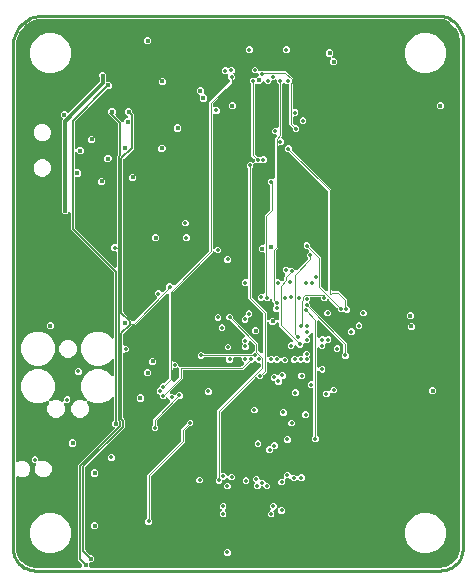
<source format=gbr>
G04 EAGLE Gerber RS-274X export*
G75*
%MOMM*%
%FSLAX34Y34*%
%LPD*%
%INCopper Layer 15*%
%IPPOS*%
%AMOC8*
5,1,8,0,0,1.08239X$1,22.5*%
G01*
%ADD10C,0.403200*%
%ADD11C,0.355600*%
%ADD12C,0.101600*%
%ADD13C,0.127000*%
%ADD14C,0.304800*%
%ADD15C,0.254000*%

G36*
X57538Y2556D02*
X57538Y2556D01*
X57657Y2563D01*
X57695Y2576D01*
X57736Y2581D01*
X57846Y2624D01*
X57959Y2661D01*
X57994Y2683D01*
X58031Y2698D01*
X58127Y2767D01*
X58228Y2831D01*
X58256Y2861D01*
X58289Y2884D01*
X58365Y2976D01*
X58446Y3063D01*
X58466Y3098D01*
X58491Y3129D01*
X58542Y3237D01*
X58600Y3341D01*
X58610Y3381D01*
X58627Y3417D01*
X58649Y3534D01*
X58679Y3649D01*
X58683Y3709D01*
X58687Y3729D01*
X58685Y3750D01*
X58689Y3810D01*
X58689Y4997D01*
X58677Y5095D01*
X58674Y5194D01*
X58657Y5253D01*
X58649Y5313D01*
X58613Y5405D01*
X58585Y5500D01*
X58555Y5552D01*
X58532Y5608D01*
X58474Y5688D01*
X58424Y5774D01*
X58358Y5849D01*
X58346Y5866D01*
X58336Y5873D01*
X58318Y5895D01*
X55498Y8714D01*
X55498Y89584D01*
X85833Y119919D01*
X85906Y120013D01*
X85985Y120102D01*
X86003Y120138D01*
X86028Y120170D01*
X86075Y120280D01*
X86129Y120386D01*
X86138Y120425D01*
X86154Y120462D01*
X86173Y120580D01*
X86199Y120696D01*
X86198Y120736D01*
X86204Y120776D01*
X86193Y120895D01*
X86189Y121014D01*
X86178Y121053D01*
X86174Y121093D01*
X86134Y121205D01*
X86101Y121319D01*
X86081Y121354D01*
X86067Y121392D01*
X86000Y121491D01*
X85939Y121593D01*
X85900Y121638D01*
X85888Y121655D01*
X85873Y121669D01*
X85833Y121714D01*
X84343Y123204D01*
X84343Y125716D01*
X85353Y126725D01*
X85413Y126804D01*
X85481Y126876D01*
X85510Y126929D01*
X85547Y126977D01*
X85587Y127068D01*
X85635Y127154D01*
X85650Y127213D01*
X85674Y127269D01*
X85689Y127367D01*
X85714Y127462D01*
X85720Y127562D01*
X85724Y127583D01*
X85722Y127595D01*
X85724Y127623D01*
X85724Y146094D01*
X85707Y146231D01*
X85694Y146370D01*
X85687Y146389D01*
X85684Y146409D01*
X85633Y146538D01*
X85586Y146669D01*
X85575Y146686D01*
X85567Y146705D01*
X85486Y146818D01*
X85408Y146933D01*
X85392Y146946D01*
X85381Y146962D01*
X85273Y147051D01*
X85169Y147143D01*
X85151Y147152D01*
X85136Y147165D01*
X85010Y147224D01*
X84886Y147288D01*
X84866Y147292D01*
X84848Y147301D01*
X84712Y147327D01*
X84576Y147357D01*
X84555Y147357D01*
X84536Y147361D01*
X84397Y147352D01*
X84258Y147348D01*
X84238Y147342D01*
X84218Y147341D01*
X84086Y147298D01*
X83952Y147259D01*
X83935Y147249D01*
X83916Y147243D01*
X83798Y147168D01*
X83678Y147098D01*
X83657Y147079D01*
X83647Y147073D01*
X83633Y147058D01*
X83558Y146991D01*
X80302Y143735D01*
X75003Y141541D01*
X69269Y141541D01*
X64205Y143638D01*
X64137Y143657D01*
X64073Y143684D01*
X63985Y143699D01*
X63898Y143722D01*
X63828Y143723D01*
X63759Y143734D01*
X63670Y143726D01*
X63580Y143727D01*
X63512Y143711D01*
X63443Y143704D01*
X63358Y143674D01*
X63271Y143653D01*
X63209Y143620D01*
X63143Y143597D01*
X63069Y143546D01*
X62990Y143504D01*
X62938Y143457D01*
X62880Y143418D01*
X62821Y143351D01*
X62754Y143290D01*
X62716Y143232D01*
X62670Y143180D01*
X62629Y143100D01*
X62580Y143025D01*
X62557Y142959D01*
X62525Y142897D01*
X62505Y142809D01*
X62476Y142724D01*
X62471Y142654D01*
X62456Y142586D01*
X62458Y142497D01*
X62451Y142407D01*
X62463Y142338D01*
X62465Y142268D01*
X62490Y142182D01*
X62506Y142094D01*
X62534Y142030D01*
X62554Y141963D01*
X62599Y141885D01*
X62636Y141804D01*
X62680Y141749D01*
X62715Y141689D01*
X62822Y141568D01*
X63239Y141151D01*
X64380Y138397D01*
X64380Y135415D01*
X63239Y132661D01*
X61131Y130553D01*
X58377Y129412D01*
X55395Y129412D01*
X52641Y130553D01*
X50533Y132661D01*
X49392Y135415D01*
X49392Y138397D01*
X50533Y141151D01*
X52641Y143259D01*
X55395Y144400D01*
X58377Y144400D01*
X60897Y143356D01*
X60964Y143338D01*
X61028Y143310D01*
X61117Y143296D01*
X61203Y143272D01*
X61273Y143271D01*
X61342Y143260D01*
X61432Y143268D01*
X61521Y143267D01*
X61589Y143283D01*
X61659Y143290D01*
X61743Y143320D01*
X61831Y143341D01*
X61892Y143374D01*
X61958Y143397D01*
X62032Y143448D01*
X62112Y143490D01*
X62163Y143537D01*
X62221Y143576D01*
X62280Y143643D01*
X62347Y143704D01*
X62385Y143762D01*
X62432Y143814D01*
X62472Y143894D01*
X62522Y143969D01*
X62544Y144036D01*
X62576Y144098D01*
X62596Y144185D01*
X62625Y144270D01*
X62630Y144340D01*
X62646Y144408D01*
X62643Y144498D01*
X62650Y144587D01*
X62638Y144656D01*
X62636Y144726D01*
X62611Y144812D01*
X62596Y144901D01*
X62567Y144964D01*
X62548Y145031D01*
X62502Y145109D01*
X62465Y145191D01*
X62422Y145245D01*
X62386Y145305D01*
X62280Y145426D01*
X59915Y147790D01*
X57721Y153089D01*
X57721Y158823D01*
X59915Y164122D01*
X63970Y168177D01*
X69269Y170371D01*
X75003Y170371D01*
X80302Y168177D01*
X83558Y164921D01*
X83667Y164835D01*
X83774Y164747D01*
X83793Y164738D01*
X83809Y164726D01*
X83937Y164670D01*
X84062Y164611D01*
X84082Y164607D01*
X84101Y164599D01*
X84239Y164577D01*
X84375Y164551D01*
X84395Y164553D01*
X84415Y164550D01*
X84554Y164563D01*
X84692Y164571D01*
X84711Y164577D01*
X84731Y164579D01*
X84863Y164627D01*
X84994Y164669D01*
X85012Y164680D01*
X85031Y164687D01*
X85146Y164765D01*
X85263Y164839D01*
X85277Y164854D01*
X85294Y164866D01*
X85386Y164970D01*
X85481Y165071D01*
X85491Y165089D01*
X85504Y165104D01*
X85568Y165228D01*
X85635Y165350D01*
X85640Y165369D01*
X85649Y165387D01*
X85679Y165523D01*
X85714Y165657D01*
X85716Y165686D01*
X85719Y165698D01*
X85718Y165718D01*
X85724Y165818D01*
X85724Y177844D01*
X85707Y177981D01*
X85694Y178120D01*
X85687Y178139D01*
X85684Y178159D01*
X85633Y178288D01*
X85586Y178419D01*
X85575Y178436D01*
X85567Y178455D01*
X85486Y178568D01*
X85408Y178683D01*
X85392Y178696D01*
X85381Y178712D01*
X85273Y178801D01*
X85169Y178893D01*
X85151Y178902D01*
X85136Y178915D01*
X85010Y178974D01*
X84886Y179038D01*
X84866Y179042D01*
X84848Y179051D01*
X84712Y179077D01*
X84576Y179107D01*
X84555Y179107D01*
X84536Y179111D01*
X84397Y179102D01*
X84258Y179098D01*
X84238Y179092D01*
X84218Y179091D01*
X84086Y179048D01*
X83952Y179009D01*
X83935Y178999D01*
X83916Y178993D01*
X83798Y178918D01*
X83678Y178848D01*
X83657Y178829D01*
X83647Y178823D01*
X83633Y178808D01*
X83558Y178741D01*
X80302Y175485D01*
X75003Y173291D01*
X69269Y173291D01*
X63970Y175485D01*
X59915Y179540D01*
X57721Y184839D01*
X57721Y190573D01*
X59915Y195872D01*
X63970Y199927D01*
X69269Y202121D01*
X75003Y202121D01*
X80302Y199927D01*
X83558Y196671D01*
X83667Y196585D01*
X83774Y196497D01*
X83793Y196488D01*
X83809Y196476D01*
X83937Y196420D01*
X84062Y196361D01*
X84082Y196357D01*
X84101Y196349D01*
X84239Y196327D01*
X84375Y196301D01*
X84395Y196303D01*
X84415Y196300D01*
X84554Y196313D01*
X84692Y196321D01*
X84711Y196327D01*
X84731Y196329D01*
X84863Y196377D01*
X84994Y196419D01*
X85012Y196430D01*
X85031Y196437D01*
X85146Y196515D01*
X85263Y196589D01*
X85277Y196604D01*
X85294Y196616D01*
X85386Y196720D01*
X85481Y196821D01*
X85491Y196839D01*
X85504Y196854D01*
X85568Y196978D01*
X85635Y197100D01*
X85640Y197119D01*
X85649Y197137D01*
X85679Y197273D01*
X85714Y197407D01*
X85716Y197436D01*
X85719Y197448D01*
X85718Y197468D01*
X85724Y197568D01*
X85724Y251520D01*
X85712Y251618D01*
X85709Y251717D01*
X85692Y251776D01*
X85684Y251836D01*
X85648Y251928D01*
X85620Y252023D01*
X85590Y252075D01*
X85567Y252131D01*
X85509Y252211D01*
X85459Y252297D01*
X85393Y252372D01*
X85381Y252389D01*
X85371Y252396D01*
X85353Y252418D01*
X49148Y288622D01*
X49148Y302145D01*
X49131Y302283D01*
X49118Y302421D01*
X49111Y302440D01*
X49108Y302461D01*
X49057Y302590D01*
X49010Y302721D01*
X48999Y302738D01*
X48991Y302756D01*
X48910Y302869D01*
X48832Y302984D01*
X48816Y302997D01*
X48805Y303014D01*
X48697Y303102D01*
X48593Y303194D01*
X48575Y303204D01*
X48560Y303216D01*
X48434Y303276D01*
X48310Y303339D01*
X48290Y303343D01*
X48272Y303352D01*
X48135Y303378D01*
X48000Y303409D01*
X47979Y303408D01*
X47960Y303412D01*
X47821Y303403D01*
X47682Y303399D01*
X47662Y303393D01*
X47642Y303392D01*
X47510Y303349D01*
X47376Y303311D01*
X47359Y303300D01*
X47340Y303294D01*
X47222Y303220D01*
X47102Y303149D01*
X47081Y303130D01*
X47071Y303124D01*
X47057Y303109D01*
X46982Y303043D01*
X45706Y301767D01*
X43194Y301767D01*
X41417Y303544D01*
X41417Y306056D01*
X41537Y306176D01*
X41598Y306255D01*
X41666Y306327D01*
X41695Y306380D01*
X41732Y306428D01*
X41772Y306519D01*
X41820Y306605D01*
X41835Y306664D01*
X41859Y306720D01*
X41874Y306818D01*
X41899Y306913D01*
X41905Y307013D01*
X41909Y307034D01*
X41907Y307046D01*
X41909Y307074D01*
X41909Y366026D01*
X41897Y366124D01*
X41894Y366223D01*
X41877Y366281D01*
X41869Y366342D01*
X41833Y366434D01*
X41805Y366529D01*
X41775Y366581D01*
X41752Y366637D01*
X41694Y366717D01*
X41644Y366803D01*
X41578Y366878D01*
X41566Y366895D01*
X41556Y366902D01*
X41538Y366924D01*
X41417Y367044D01*
X41417Y369556D01*
X41538Y369676D01*
X41598Y369755D01*
X41666Y369827D01*
X41695Y369880D01*
X41732Y369928D01*
X41772Y370019D01*
X41820Y370105D01*
X41835Y370164D01*
X41859Y370220D01*
X41874Y370318D01*
X41899Y370413D01*
X41905Y370513D01*
X41909Y370534D01*
X41907Y370546D01*
X41909Y370574D01*
X41909Y381729D01*
X41969Y381796D01*
X41987Y381832D01*
X42012Y381864D01*
X42059Y381974D01*
X42113Y382080D01*
X42122Y382119D01*
X42138Y382156D01*
X42157Y382274D01*
X42183Y382390D01*
X42182Y382430D01*
X42188Y382470D01*
X42177Y382588D01*
X42173Y382708D01*
X42162Y382747D01*
X42158Y382787D01*
X42118Y382899D01*
X42085Y383013D01*
X42065Y383048D01*
X42051Y383086D01*
X41984Y383185D01*
X41923Y383287D01*
X41884Y383332D01*
X41872Y383349D01*
X41857Y383363D01*
X41817Y383408D01*
X40401Y384824D01*
X40401Y387336D01*
X42178Y389113D01*
X44690Y389113D01*
X45932Y387871D01*
X46026Y387798D01*
X46116Y387719D01*
X46152Y387700D01*
X46184Y387676D01*
X46293Y387628D01*
X46399Y387574D01*
X46438Y387565D01*
X46476Y387549D01*
X46593Y387531D01*
X46709Y387505D01*
X46750Y387506D01*
X46790Y387499D01*
X46908Y387511D01*
X47027Y387514D01*
X47066Y387525D01*
X47106Y387529D01*
X47218Y387570D01*
X47333Y387603D01*
X47367Y387623D01*
X47406Y387637D01*
X47504Y387704D01*
X47607Y387764D01*
X47652Y387804D01*
X47669Y387815D01*
X47682Y387831D01*
X47727Y387871D01*
X73288Y413431D01*
X73348Y413509D01*
X73416Y413581D01*
X73445Y413634D01*
X73482Y413682D01*
X73522Y413773D01*
X73570Y413860D01*
X73585Y413918D01*
X73609Y413974D01*
X73624Y414072D01*
X73649Y414167D01*
X73655Y414268D01*
X73659Y414288D01*
X73657Y414300D01*
X73659Y414328D01*
X73659Y416826D01*
X73647Y416924D01*
X73644Y417023D01*
X73627Y417081D01*
X73619Y417142D01*
X73583Y417234D01*
X73555Y417329D01*
X73525Y417381D01*
X73502Y417437D01*
X73444Y417517D01*
X73394Y417603D01*
X73328Y417678D01*
X73316Y417695D01*
X73306Y417702D01*
X73288Y417724D01*
X73167Y417844D01*
X73167Y420356D01*
X74944Y422133D01*
X77456Y422133D01*
X79233Y420356D01*
X79233Y417844D01*
X79112Y417724D01*
X79052Y417645D01*
X78984Y417573D01*
X78955Y417520D01*
X78918Y417472D01*
X78878Y417381D01*
X78830Y417295D01*
X78815Y417236D01*
X78791Y417180D01*
X78776Y417082D01*
X78751Y416987D01*
X78745Y416887D01*
X78741Y416866D01*
X78743Y416854D01*
X78741Y416826D01*
X78741Y415004D01*
X78756Y414886D01*
X78763Y414767D01*
X78776Y414729D01*
X78781Y414688D01*
X78824Y414578D01*
X78861Y414465D01*
X78883Y414430D01*
X78898Y414393D01*
X78967Y414297D01*
X79031Y414196D01*
X79061Y414168D01*
X79084Y414135D01*
X79176Y414059D01*
X79263Y413978D01*
X79298Y413958D01*
X79329Y413933D01*
X79437Y413882D01*
X79541Y413824D01*
X79581Y413814D01*
X79617Y413797D01*
X79734Y413775D01*
X79849Y413745D01*
X79909Y413741D01*
X79929Y413737D01*
X79950Y413739D01*
X80010Y413735D01*
X81851Y413735D01*
X83628Y411958D01*
X83628Y409446D01*
X81851Y407669D01*
X80331Y407669D01*
X80233Y407657D01*
X80134Y407654D01*
X80075Y407637D01*
X80015Y407629D01*
X79923Y407593D01*
X79828Y407565D01*
X79776Y407535D01*
X79720Y407512D01*
X79640Y407454D01*
X79554Y407404D01*
X79479Y407338D01*
X79462Y407326D01*
X79455Y407316D01*
X79433Y407298D01*
X52823Y380688D01*
X52763Y380609D01*
X52695Y380537D01*
X52666Y380484D01*
X52629Y380436D01*
X52589Y380345D01*
X52541Y380259D01*
X52526Y380200D01*
X52502Y380144D01*
X52487Y380046D01*
X52462Y379951D01*
X52456Y379851D01*
X52452Y379830D01*
X52454Y379818D01*
X52452Y379790D01*
X52452Y358255D01*
X52469Y358117D01*
X52482Y357979D01*
X52489Y357960D01*
X52492Y357939D01*
X52543Y357810D01*
X52590Y357679D01*
X52601Y357662D01*
X52609Y357644D01*
X52690Y357531D01*
X52768Y357416D01*
X52784Y357403D01*
X52795Y357386D01*
X52903Y357298D01*
X53007Y357206D01*
X53025Y357196D01*
X53040Y357184D01*
X53166Y357124D01*
X53290Y357061D01*
X53310Y357057D01*
X53328Y357048D01*
X53465Y357022D01*
X53600Y356991D01*
X53621Y356992D01*
X53640Y356988D01*
X53779Y356997D01*
X53918Y357001D01*
X53938Y357007D01*
X53958Y357008D01*
X54090Y357051D01*
X54224Y357089D01*
X54241Y357100D01*
X54260Y357106D01*
X54378Y357180D01*
X54498Y357251D01*
X54519Y357270D01*
X54529Y357276D01*
X54543Y357291D01*
X54618Y357357D01*
X55894Y358633D01*
X58406Y358633D01*
X60183Y356856D01*
X60183Y354344D01*
X58406Y352567D01*
X55894Y352567D01*
X54618Y353843D01*
X54509Y353928D01*
X54402Y354016D01*
X54383Y354025D01*
X54367Y354038D01*
X54239Y354093D01*
X54114Y354152D01*
X54094Y354156D01*
X54075Y354164D01*
X53937Y354186D01*
X53801Y354212D01*
X53781Y354211D01*
X53761Y354214D01*
X53622Y354201D01*
X53484Y354192D01*
X53465Y354186D01*
X53445Y354184D01*
X53313Y354137D01*
X53182Y354094D01*
X53164Y354083D01*
X53145Y354076D01*
X53030Y353998D01*
X52913Y353924D01*
X52899Y353909D01*
X52882Y353898D01*
X52790Y353793D01*
X52695Y353692D01*
X52685Y353675D01*
X52672Y353659D01*
X52608Y353535D01*
X52541Y353414D01*
X52536Y353394D01*
X52527Y353376D01*
X52497Y353240D01*
X52462Y353106D01*
X52460Y353078D01*
X52457Y353066D01*
X52458Y353045D01*
X52452Y352945D01*
X52452Y340852D01*
X52467Y340734D01*
X52474Y340615D01*
X52487Y340577D01*
X52492Y340536D01*
X52535Y340426D01*
X52572Y340313D01*
X52594Y340278D01*
X52609Y340241D01*
X52678Y340145D01*
X52742Y340044D01*
X52772Y340016D01*
X52795Y339983D01*
X52887Y339907D01*
X52974Y339826D01*
X53009Y339806D01*
X53040Y339781D01*
X53148Y339730D01*
X53252Y339672D01*
X53292Y339662D01*
X53328Y339645D01*
X53445Y339623D01*
X53560Y339593D01*
X53620Y339589D01*
X53640Y339585D01*
X53661Y339587D01*
X53721Y339583D01*
X55866Y339583D01*
X57643Y337806D01*
X57643Y335294D01*
X55866Y333517D01*
X53721Y333517D01*
X53603Y333502D01*
X53484Y333495D01*
X53446Y333482D01*
X53405Y333477D01*
X53295Y333434D01*
X53182Y333397D01*
X53147Y333375D01*
X53110Y333360D01*
X53014Y333291D01*
X52913Y333227D01*
X52885Y333197D01*
X52852Y333174D01*
X52776Y333082D01*
X52695Y332995D01*
X52675Y332960D01*
X52650Y332929D01*
X52599Y332821D01*
X52541Y332717D01*
X52531Y332677D01*
X52514Y332641D01*
X52492Y332524D01*
X52462Y332409D01*
X52458Y332349D01*
X52454Y332329D01*
X52456Y332308D01*
X52452Y332248D01*
X52452Y290516D01*
X52464Y290418D01*
X52467Y290319D01*
X52484Y290260D01*
X52492Y290200D01*
X52528Y290108D01*
X52556Y290013D01*
X52586Y289961D01*
X52609Y289905D01*
X52667Y289825D01*
X52717Y289739D01*
X52783Y289664D01*
X52795Y289647D01*
X52805Y289640D01*
X52823Y289618D01*
X85844Y256598D01*
X85953Y256513D01*
X86060Y256424D01*
X86079Y256416D01*
X86095Y256403D01*
X86223Y256348D01*
X86348Y256289D01*
X86368Y256285D01*
X86387Y256277D01*
X86525Y256255D01*
X86661Y256229D01*
X86681Y256230D01*
X86701Y256227D01*
X86840Y256240D01*
X86978Y256249D01*
X86997Y256255D01*
X87017Y256257D01*
X87149Y256304D01*
X87280Y256347D01*
X87298Y256358D01*
X87317Y256365D01*
X87432Y256443D01*
X87549Y256517D01*
X87563Y256532D01*
X87580Y256543D01*
X87672Y256647D01*
X87767Y256749D01*
X87777Y256766D01*
X87790Y256782D01*
X87854Y256906D01*
X87921Y257027D01*
X87926Y257047D01*
X87935Y257065D01*
X87965Y257201D01*
X88000Y257335D01*
X88002Y257363D01*
X88005Y257375D01*
X88004Y257396D01*
X88010Y257496D01*
X88010Y269240D01*
X87995Y269358D01*
X87988Y269477D01*
X87975Y269515D01*
X87970Y269556D01*
X87927Y269666D01*
X87890Y269779D01*
X87868Y269814D01*
X87853Y269851D01*
X87784Y269947D01*
X87720Y270048D01*
X87690Y270076D01*
X87667Y270109D01*
X87575Y270185D01*
X87488Y270266D01*
X87453Y270286D01*
X87422Y270311D01*
X87314Y270362D01*
X87210Y270420D01*
X87170Y270430D01*
X87134Y270447D01*
X87017Y270469D01*
X86902Y270499D01*
X86842Y270503D01*
X86822Y270507D01*
X86801Y270505D01*
X86741Y270509D01*
X84948Y270509D01*
X83311Y272146D01*
X83311Y274462D01*
X84948Y276099D01*
X86741Y276099D01*
X86859Y276114D01*
X86978Y276121D01*
X87016Y276134D01*
X87057Y276139D01*
X87167Y276182D01*
X87280Y276219D01*
X87315Y276241D01*
X87352Y276256D01*
X87448Y276325D01*
X87549Y276389D01*
X87577Y276419D01*
X87610Y276442D01*
X87686Y276534D01*
X87767Y276621D01*
X87787Y276656D01*
X87812Y276687D01*
X87863Y276795D01*
X87921Y276899D01*
X87931Y276939D01*
X87948Y276975D01*
X87970Y277092D01*
X88000Y277207D01*
X88004Y277267D01*
X88008Y277287D01*
X88006Y277308D01*
X88010Y277368D01*
X88010Y351098D01*
X88766Y351853D01*
X88826Y351932D01*
X88894Y352004D01*
X88923Y352057D01*
X88960Y352105D01*
X89000Y352196D01*
X89048Y352282D01*
X89063Y352341D01*
X89087Y352397D01*
X89102Y352495D01*
X89127Y352590D01*
X89133Y352690D01*
X89137Y352711D01*
X89135Y352723D01*
X89137Y352751D01*
X89137Y377901D01*
X89125Y377999D01*
X89122Y378098D01*
X89105Y378157D01*
X89097Y378217D01*
X89061Y378309D01*
X89033Y378404D01*
X89003Y378456D01*
X88980Y378512D01*
X88922Y378592D01*
X88872Y378678D01*
X88806Y378753D01*
X88794Y378770D01*
X88784Y378777D01*
X88766Y378799D01*
X80898Y386666D01*
X80898Y388229D01*
X80919Y388277D01*
X80934Y388375D01*
X80959Y388470D01*
X80965Y388570D01*
X80969Y388591D01*
X80967Y388603D01*
X80969Y388631D01*
X80969Y389588D01*
X82746Y391365D01*
X85258Y391365D01*
X87035Y389588D01*
X87035Y387076D01*
X86995Y387036D01*
X86922Y386942D01*
X86843Y386853D01*
X86825Y386817D01*
X86800Y386785D01*
X86753Y386676D01*
X86699Y386569D01*
X86690Y386530D01*
X86674Y386493D01*
X86655Y386375D01*
X86629Y386259D01*
X86630Y386219D01*
X86624Y386179D01*
X86635Y386060D01*
X86639Y385941D01*
X86650Y385902D01*
X86654Y385862D01*
X86694Y385750D01*
X86727Y385636D01*
X86747Y385601D01*
X86761Y385563D01*
X86828Y385464D01*
X86888Y385362D01*
X86928Y385317D01*
X86940Y385300D01*
X86955Y385286D01*
X86995Y385241D01*
X92083Y380153D01*
X92192Y380068D01*
X92299Y379979D01*
X92318Y379971D01*
X92334Y379958D01*
X92462Y379903D01*
X92587Y379844D01*
X92607Y379840D01*
X92626Y379832D01*
X92764Y379810D01*
X92900Y379784D01*
X92920Y379785D01*
X92940Y379782D01*
X93079Y379795D01*
X93217Y379804D01*
X93236Y379810D01*
X93256Y379812D01*
X93388Y379859D01*
X93519Y379902D01*
X93537Y379913D01*
X93556Y379920D01*
X93671Y379998D01*
X93788Y380072D01*
X93802Y380087D01*
X93819Y380098D01*
X93911Y380202D01*
X94006Y380304D01*
X94016Y380321D01*
X94029Y380337D01*
X94093Y380461D01*
X94160Y380582D01*
X94165Y380602D01*
X94174Y380620D01*
X94204Y380756D01*
X94239Y380890D01*
X94241Y380918D01*
X94244Y380930D01*
X94243Y380951D01*
X94249Y381051D01*
X94249Y381240D01*
X96026Y383017D01*
X96040Y383017D01*
X96178Y383034D01*
X96316Y383047D01*
X96336Y383054D01*
X96356Y383057D01*
X96485Y383108D01*
X96616Y383155D01*
X96633Y383166D01*
X96651Y383174D01*
X96764Y383255D01*
X96879Y383333D01*
X96892Y383349D01*
X96909Y383360D01*
X96997Y383468D01*
X97089Y383572D01*
X97099Y383590D01*
X97111Y383605D01*
X97171Y383731D01*
X97234Y383855D01*
X97238Y383875D01*
X97247Y383893D01*
X97273Y384029D01*
X97304Y384165D01*
X97303Y384186D01*
X97307Y384205D01*
X97298Y384344D01*
X97294Y384483D01*
X97288Y384503D01*
X97287Y384523D01*
X97244Y384655D01*
X97206Y384789D01*
X97195Y384806D01*
X97189Y384825D01*
X97114Y384943D01*
X97044Y385063D01*
X97025Y385084D01*
X97019Y385094D01*
X97004Y385108D01*
X96938Y385183D01*
X95011Y387110D01*
X95011Y389622D01*
X96788Y391399D01*
X99300Y391399D01*
X101077Y389622D01*
X101077Y388195D01*
X101089Y388097D01*
X101092Y387998D01*
X101109Y387939D01*
X101117Y387879D01*
X101153Y387787D01*
X101181Y387692D01*
X101211Y387640D01*
X101234Y387584D01*
X101292Y387504D01*
X101342Y387418D01*
X101408Y387343D01*
X101420Y387326D01*
X101430Y387319D01*
X101448Y387297D01*
X102601Y386145D01*
X102601Y357207D01*
X93971Y348578D01*
X93911Y348499D01*
X93843Y348427D01*
X93814Y348374D01*
X93777Y348326D01*
X93737Y348235D01*
X93689Y348149D01*
X93674Y348090D01*
X93650Y348035D01*
X93635Y347937D01*
X93610Y347841D01*
X93604Y347741D01*
X93600Y347720D01*
X93602Y347708D01*
X93600Y347680D01*
X93600Y219248D01*
X93612Y219150D01*
X93615Y219051D01*
X93632Y218992D01*
X93640Y218932D01*
X93676Y218840D01*
X93704Y218745D01*
X93734Y218693D01*
X93757Y218637D01*
X93815Y218557D01*
X93865Y218471D01*
X93931Y218396D01*
X93943Y218379D01*
X93953Y218372D01*
X93971Y218350D01*
X100746Y211576D01*
X100807Y211492D01*
X100885Y211377D01*
X100901Y211363D01*
X100912Y211347D01*
X101020Y211258D01*
X101124Y211166D01*
X101142Y211157D01*
X101157Y211144D01*
X101283Y211085D01*
X101407Y211021D01*
X101427Y211017D01*
X101445Y211008D01*
X101581Y210982D01*
X101717Y210952D01*
X101738Y210952D01*
X101757Y210949D01*
X101896Y210957D01*
X102035Y210961D01*
X102055Y210967D01*
X102075Y210968D01*
X102207Y211011D01*
X102341Y211050D01*
X102358Y211060D01*
X102377Y211066D01*
X102495Y211141D01*
X102615Y211211D01*
X102636Y211230D01*
X102646Y211237D01*
X102660Y211251D01*
X102735Y211318D01*
X121651Y230233D01*
X121724Y230328D01*
X121803Y230417D01*
X121821Y230453D01*
X121846Y230485D01*
X121894Y230594D01*
X121948Y230700D01*
X121956Y230739D01*
X121972Y230777D01*
X121991Y230894D01*
X122017Y231010D01*
X122016Y231051D01*
X122022Y231091D01*
X122011Y231209D01*
X122008Y231328D01*
X121996Y231367D01*
X121993Y231407D01*
X121952Y231519D01*
X121919Y231634D01*
X121899Y231669D01*
X121885Y231707D01*
X121818Y231805D01*
X121758Y231908D01*
X121718Y231953D01*
X121706Y231970D01*
X121691Y231983D01*
X121651Y232028D01*
X120395Y233284D01*
X120395Y235600D01*
X122032Y237237D01*
X124348Y237237D01*
X125604Y235981D01*
X125698Y235908D01*
X125787Y235829D01*
X125823Y235811D01*
X125855Y235786D01*
X125964Y235738D01*
X126070Y235684D01*
X126109Y235676D01*
X126147Y235660D01*
X126264Y235641D01*
X126380Y235615D01*
X126421Y235616D01*
X126461Y235610D01*
X126579Y235621D01*
X126698Y235624D01*
X126737Y235636D01*
X126777Y235639D01*
X126889Y235680D01*
X127004Y235713D01*
X127039Y235733D01*
X127077Y235747D01*
X127175Y235814D01*
X127278Y235874D01*
X127323Y235914D01*
X127340Y235926D01*
X127353Y235941D01*
X127399Y235981D01*
X129676Y238258D01*
X129736Y238336D01*
X129804Y238408D01*
X129833Y238461D01*
X129870Y238509D01*
X129910Y238600D01*
X129958Y238687D01*
X129973Y238745D01*
X129997Y238801D01*
X130012Y238899D01*
X130037Y238995D01*
X130043Y239095D01*
X130047Y239115D01*
X130045Y239127D01*
X130047Y239155D01*
X130047Y241442D01*
X131684Y243079D01*
X134000Y243079D01*
X135256Y241823D01*
X135350Y241750D01*
X135439Y241671D01*
X135475Y241653D01*
X135507Y241628D01*
X135616Y241581D01*
X135722Y241526D01*
X135761Y241518D01*
X135799Y241502D01*
X135916Y241483D01*
X136032Y241457D01*
X136073Y241458D01*
X136113Y241452D01*
X136231Y241463D01*
X136350Y241466D01*
X136389Y241478D01*
X136429Y241481D01*
X136542Y241522D01*
X136656Y241555D01*
X136691Y241575D01*
X136729Y241589D01*
X136827Y241656D01*
X136930Y241716D01*
X136975Y241756D01*
X136992Y241768D01*
X137005Y241783D01*
X137051Y241823D01*
X165744Y270516D01*
X165804Y270594D01*
X165872Y270666D01*
X165901Y270719D01*
X165938Y270767D01*
X165978Y270858D01*
X166026Y270945D01*
X166041Y271003D01*
X166065Y271059D01*
X166080Y271157D01*
X166105Y271253D01*
X166111Y271353D01*
X166115Y271373D01*
X166113Y271385D01*
X166115Y271413D01*
X166115Y396110D01*
X183270Y413264D01*
X183330Y413342D01*
X183398Y413414D01*
X183427Y413467D01*
X183464Y413515D01*
X183504Y413606D01*
X183552Y413693D01*
X183567Y413751D01*
X183591Y413807D01*
X183606Y413905D01*
X183631Y414001D01*
X183637Y414101D01*
X183641Y414121D01*
X183639Y414133D01*
X183641Y414161D01*
X183641Y414877D01*
X183629Y414975D01*
X183626Y415074D01*
X183609Y415132D01*
X183601Y415192D01*
X183565Y415284D01*
X183537Y415379D01*
X183507Y415432D01*
X183484Y415488D01*
X183426Y415568D01*
X183376Y415653D01*
X183310Y415729D01*
X183298Y415745D01*
X183288Y415753D01*
X183270Y415774D01*
X182371Y416672D01*
X182371Y419100D01*
X182356Y419218D01*
X182349Y419337D01*
X182336Y419375D01*
X182331Y419416D01*
X182288Y419526D01*
X182251Y419639D01*
X182229Y419674D01*
X182214Y419711D01*
X182145Y419807D01*
X182081Y419908D01*
X182051Y419936D01*
X182028Y419969D01*
X181936Y420045D01*
X181849Y420126D01*
X181814Y420146D01*
X181783Y420171D01*
X181675Y420222D01*
X181571Y420280D01*
X181531Y420290D01*
X181495Y420307D01*
X181378Y420329D01*
X181263Y420359D01*
X181203Y420363D01*
X181183Y420367D01*
X181162Y420365D01*
X181102Y420369D01*
X178674Y420369D01*
X177037Y422006D01*
X177037Y424322D01*
X178674Y425959D01*
X180990Y425959D01*
X181348Y425601D01*
X181442Y425528D01*
X181531Y425449D01*
X181567Y425431D01*
X181599Y425406D01*
X181708Y425359D01*
X181814Y425304D01*
X181853Y425296D01*
X181891Y425280D01*
X182008Y425261D01*
X182124Y425235D01*
X182165Y425236D01*
X182205Y425230D01*
X182323Y425241D01*
X182442Y425244D01*
X182481Y425256D01*
X182521Y425260D01*
X182633Y425300D01*
X182748Y425333D01*
X182783Y425353D01*
X182821Y425367D01*
X182919Y425434D01*
X183022Y425494D01*
X183067Y425534D01*
X183084Y425546D01*
X183097Y425561D01*
X183143Y425601D01*
X183754Y426213D01*
X186070Y426213D01*
X187707Y424576D01*
X187707Y422260D01*
X187095Y421649D01*
X187022Y421555D01*
X186943Y421465D01*
X186925Y421429D01*
X186900Y421397D01*
X186853Y421288D01*
X186798Y421182D01*
X186790Y421143D01*
X186774Y421105D01*
X186755Y420988D01*
X186729Y420872D01*
X186730Y420831D01*
X186724Y420791D01*
X186735Y420673D01*
X186738Y420554D01*
X186750Y420515D01*
X186754Y420475D01*
X186794Y420362D01*
X186827Y420248D01*
X186847Y420214D01*
X186861Y420175D01*
X186928Y420077D01*
X186988Y419974D01*
X187028Y419929D01*
X187040Y419912D01*
X187055Y419899D01*
X187095Y419854D01*
X187961Y418988D01*
X187961Y416672D01*
X187062Y415774D01*
X187002Y415696D01*
X186934Y415624D01*
X186905Y415571D01*
X186868Y415523D01*
X186828Y415432D01*
X186780Y415345D01*
X186765Y415287D01*
X186741Y415231D01*
X186726Y415133D01*
X186701Y415037D01*
X186695Y414937D01*
X186691Y414917D01*
X186693Y414905D01*
X186691Y414877D01*
X186691Y412372D01*
X169536Y395218D01*
X169476Y395140D01*
X169408Y395068D01*
X169379Y395015D01*
X169342Y394967D01*
X169302Y394876D01*
X169254Y394789D01*
X169239Y394731D01*
X169215Y394675D01*
X169200Y394577D01*
X169175Y394481D01*
X169169Y394381D01*
X169165Y394361D01*
X169167Y394349D01*
X169165Y394321D01*
X169165Y393605D01*
X169182Y393467D01*
X169195Y393329D01*
X169202Y393310D01*
X169205Y393290D01*
X169256Y393161D01*
X169303Y393029D01*
X169314Y393013D01*
X169322Y392994D01*
X169403Y392882D01*
X169482Y392766D01*
X169497Y392753D01*
X169508Y392737D01*
X169615Y392648D01*
X169720Y392556D01*
X169738Y392547D01*
X169753Y392534D01*
X169879Y392475D01*
X170003Y392411D01*
X170023Y392407D01*
X170041Y392398D01*
X170177Y392372D01*
X170314Y392342D01*
X170334Y392342D01*
X170353Y392339D01*
X170492Y392347D01*
X170631Y392351D01*
X170651Y392357D01*
X170671Y392358D01*
X170803Y392401D01*
X170905Y392431D01*
X173370Y392431D01*
X175007Y390794D01*
X175007Y388478D01*
X173370Y386841D01*
X170895Y386841D01*
X170827Y386874D01*
X170807Y386877D01*
X170789Y386885D01*
X170651Y386907D01*
X170514Y386933D01*
X170494Y386932D01*
X170474Y386935D01*
X170336Y386922D01*
X170197Y386914D01*
X170178Y386907D01*
X170158Y386906D01*
X170027Y386858D01*
X169895Y386816D01*
X169878Y386805D01*
X169859Y386798D01*
X169744Y386720D01*
X169626Y386645D01*
X169612Y386631D01*
X169595Y386619D01*
X169503Y386515D01*
X169408Y386414D01*
X169398Y386396D01*
X169385Y386381D01*
X169322Y386257D01*
X169254Y386135D01*
X169249Y386116D01*
X169240Y386098D01*
X169210Y385962D01*
X169175Y385827D01*
X169173Y385799D01*
X169171Y385788D01*
X169171Y385767D01*
X169165Y385667D01*
X169165Y273717D01*
X169182Y273579D01*
X169195Y273441D01*
X169202Y273422D01*
X169205Y273402D01*
X169256Y273272D01*
X169303Y273142D01*
X169314Y273125D01*
X169322Y273106D01*
X169403Y272994D01*
X169481Y272879D01*
X169497Y272865D01*
X169508Y272849D01*
X169616Y272760D01*
X169720Y272668D01*
X169738Y272659D01*
X169753Y272646D01*
X169879Y272587D01*
X170003Y272523D01*
X170023Y272519D01*
X170041Y272510D01*
X170178Y272484D01*
X170313Y272454D01*
X170334Y272454D01*
X170353Y272451D01*
X170492Y272459D01*
X170631Y272463D01*
X170651Y272469D01*
X170671Y272470D01*
X170803Y272513D01*
X170937Y272552D01*
X170954Y272562D01*
X170973Y272568D01*
X171091Y272643D01*
X171211Y272713D01*
X171232Y272732D01*
X171242Y272739D01*
X171256Y272754D01*
X171331Y272820D01*
X172578Y274067D01*
X174894Y274067D01*
X176531Y272430D01*
X176531Y270114D01*
X174894Y268477D01*
X172578Y268477D01*
X171195Y269860D01*
X171101Y269933D01*
X171012Y270012D01*
X170976Y270030D01*
X170944Y270055D01*
X170835Y270103D01*
X170729Y270157D01*
X170690Y270165D01*
X170652Y270181D01*
X170535Y270200D01*
X170419Y270226D01*
X170378Y270225D01*
X170338Y270231D01*
X170220Y270220D01*
X170101Y270217D01*
X170062Y270205D01*
X170022Y270202D01*
X169910Y270161D01*
X169795Y270128D01*
X169760Y270108D01*
X169722Y270094D01*
X169624Y270027D01*
X169521Y269967D01*
X169476Y269927D01*
X169459Y269915D01*
X169446Y269900D01*
X169400Y269860D01*
X167900Y268360D01*
X135500Y235960D01*
X135440Y235882D01*
X135372Y235810D01*
X135343Y235757D01*
X135306Y235709D01*
X135266Y235618D01*
X135218Y235531D01*
X135203Y235473D01*
X135179Y235417D01*
X135164Y235319D01*
X135139Y235223D01*
X135133Y235123D01*
X135129Y235103D01*
X135131Y235091D01*
X135129Y235063D01*
X135129Y178054D01*
X135144Y177936D01*
X135151Y177817D01*
X135164Y177779D01*
X135169Y177738D01*
X135212Y177628D01*
X135249Y177515D01*
X135271Y177480D01*
X135286Y177443D01*
X135355Y177347D01*
X135419Y177246D01*
X135449Y177218D01*
X135472Y177185D01*
X135564Y177109D01*
X135651Y177028D01*
X135686Y177008D01*
X135717Y176983D01*
X135825Y176932D01*
X135929Y176874D01*
X135969Y176864D01*
X136005Y176847D01*
X136122Y176825D01*
X136237Y176795D01*
X136297Y176791D01*
X136317Y176787D01*
X136338Y176789D01*
X136398Y176785D01*
X138064Y176785D01*
X139701Y175148D01*
X139701Y173877D01*
X139717Y173747D01*
X139723Y173653D01*
X139728Y173638D01*
X139731Y173601D01*
X139738Y173582D01*
X139741Y173562D01*
X139792Y173432D01*
X139818Y173359D01*
X139821Y173350D01*
X139822Y173349D01*
X139839Y173301D01*
X139850Y173285D01*
X139858Y173266D01*
X139939Y173154D01*
X140017Y173038D01*
X140033Y173025D01*
X140044Y173009D01*
X140152Y172920D01*
X140256Y172828D01*
X140274Y172819D01*
X140289Y172806D01*
X140415Y172747D01*
X140539Y172683D01*
X140559Y172679D01*
X140577Y172670D01*
X140713Y172644D01*
X140850Y172614D01*
X140870Y172614D01*
X140889Y172611D01*
X141028Y172619D01*
X141167Y172623D01*
X141187Y172629D01*
X141207Y172630D01*
X141339Y172673D01*
X141473Y172712D01*
X141488Y172721D01*
X192899Y172721D01*
X192997Y172733D01*
X193096Y172736D01*
X193154Y172753D01*
X193214Y172761D01*
X193306Y172797D01*
X193401Y172825D01*
X193454Y172855D01*
X193510Y172878D01*
X193590Y172936D01*
X193675Y172986D01*
X193751Y173052D01*
X193767Y173064D01*
X193775Y173074D01*
X193796Y173092D01*
X195311Y174607D01*
X195384Y174702D01*
X195463Y174791D01*
X195481Y174827D01*
X195506Y174859D01*
X195553Y174968D01*
X195608Y175074D01*
X195616Y175113D01*
X195632Y175151D01*
X195651Y175268D01*
X195677Y175384D01*
X195676Y175425D01*
X195682Y175465D01*
X195671Y175583D01*
X195668Y175702D01*
X195656Y175741D01*
X195653Y175781D01*
X195612Y175893D01*
X195579Y176008D01*
X195559Y176043D01*
X195545Y176081D01*
X195478Y176179D01*
X195418Y176282D01*
X195378Y176327D01*
X195366Y176344D01*
X195351Y176357D01*
X195311Y176402D01*
X194055Y177658D01*
X194055Y179324D01*
X194040Y179442D01*
X194033Y179561D01*
X194020Y179599D01*
X194015Y179640D01*
X193972Y179750D01*
X193935Y179863D01*
X193913Y179898D01*
X193898Y179935D01*
X193829Y180031D01*
X193765Y180132D01*
X193735Y180160D01*
X193712Y180193D01*
X193620Y180269D01*
X193533Y180350D01*
X193498Y180370D01*
X193467Y180395D01*
X193359Y180446D01*
X193255Y180504D01*
X193215Y180514D01*
X193179Y180531D01*
X193062Y180553D01*
X192947Y180583D01*
X192887Y180587D01*
X192867Y180591D01*
X192846Y180589D01*
X192786Y180593D01*
X187706Y180593D01*
X187588Y180578D01*
X187469Y180571D01*
X187431Y180558D01*
X187390Y180553D01*
X187280Y180510D01*
X187167Y180473D01*
X187132Y180451D01*
X187095Y180436D01*
X186999Y180367D01*
X186898Y180303D01*
X186870Y180273D01*
X186837Y180250D01*
X186761Y180158D01*
X186680Y180071D01*
X186660Y180036D01*
X186635Y180005D01*
X186584Y179897D01*
X186526Y179793D01*
X186516Y179753D01*
X186499Y179717D01*
X186477Y179600D01*
X186447Y179485D01*
X186443Y179425D01*
X186439Y179405D01*
X186441Y179384D01*
X186437Y179324D01*
X186437Y177658D01*
X184800Y176021D01*
X182484Y176021D01*
X180847Y177658D01*
X180847Y179324D01*
X180832Y179442D01*
X180825Y179561D01*
X180812Y179599D01*
X180807Y179640D01*
X180764Y179750D01*
X180727Y179863D01*
X180705Y179898D01*
X180690Y179935D01*
X180621Y180031D01*
X180557Y180132D01*
X180527Y180160D01*
X180504Y180193D01*
X180412Y180269D01*
X180325Y180350D01*
X180290Y180370D01*
X180259Y180395D01*
X180151Y180446D01*
X180047Y180504D01*
X180007Y180514D01*
X179971Y180531D01*
X179854Y180553D01*
X179739Y180583D01*
X179679Y180587D01*
X179659Y180591D01*
X179638Y180589D01*
X179578Y180593D01*
X162211Y180593D01*
X162113Y180581D01*
X162014Y180578D01*
X161956Y180561D01*
X161896Y180553D01*
X161804Y180517D01*
X161709Y180489D01*
X161656Y180459D01*
X161600Y180436D01*
X161520Y180378D01*
X161435Y180328D01*
X161359Y180262D01*
X161343Y180250D01*
X161335Y180240D01*
X161314Y180222D01*
X160416Y179323D01*
X158100Y179323D01*
X156463Y180960D01*
X156463Y183276D01*
X158100Y184913D01*
X160416Y184913D01*
X161314Y184014D01*
X161392Y183954D01*
X161464Y183886D01*
X161517Y183857D01*
X161565Y183820D01*
X161656Y183780D01*
X161743Y183732D01*
X161801Y183717D01*
X161857Y183693D01*
X161955Y183678D01*
X162051Y183653D01*
X162151Y183647D01*
X162171Y183643D01*
X162183Y183645D01*
X162211Y183643D01*
X201771Y183643D01*
X201869Y183655D01*
X201968Y183658D01*
X202026Y183675D01*
X202086Y183683D01*
X202178Y183719D01*
X202273Y183747D01*
X202326Y183777D01*
X202382Y183800D01*
X202462Y183858D01*
X202547Y183908D01*
X202623Y183974D01*
X202639Y183986D01*
X202647Y183996D01*
X202668Y184014D01*
X203582Y184928D01*
X203691Y184935D01*
X203729Y184948D01*
X203770Y184953D01*
X203880Y184996D01*
X203993Y185033D01*
X204028Y185055D01*
X204065Y185070D01*
X204161Y185139D01*
X204262Y185203D01*
X204290Y185233D01*
X204323Y185256D01*
X204398Y185348D01*
X204480Y185435D01*
X204500Y185470D01*
X204525Y185501D01*
X204576Y185609D01*
X204634Y185713D01*
X204644Y185753D01*
X204661Y185789D01*
X204683Y185906D01*
X204713Y186021D01*
X204717Y186081D01*
X204721Y186101D01*
X204719Y186122D01*
X204723Y186182D01*
X204723Y190867D01*
X204711Y190965D01*
X204708Y191064D01*
X204691Y191122D01*
X204683Y191182D01*
X204647Y191274D01*
X204619Y191369D01*
X204589Y191422D01*
X204566Y191478D01*
X204508Y191558D01*
X204458Y191643D01*
X204392Y191719D01*
X204380Y191735D01*
X204370Y191743D01*
X204352Y191764D01*
X201811Y194304D01*
X201702Y194389D01*
X201595Y194478D01*
X201576Y194487D01*
X201560Y194499D01*
X201432Y194555D01*
X201307Y194614D01*
X201287Y194617D01*
X201268Y194626D01*
X201130Y194647D01*
X200994Y194673D01*
X200974Y194672D01*
X200954Y194675D01*
X200815Y194662D01*
X200677Y194654D01*
X200658Y194647D01*
X200638Y194646D01*
X200506Y194598D01*
X200375Y194556D01*
X200357Y194545D01*
X200338Y194538D01*
X200223Y194460D01*
X200106Y194385D01*
X200092Y194371D01*
X200075Y194359D01*
X199983Y194255D01*
X199888Y194154D01*
X199878Y194136D01*
X199865Y194121D01*
X199801Y193997D01*
X199734Y193875D01*
X199729Y193856D01*
X199720Y193838D01*
X199690Y193702D01*
X199655Y193567D01*
X199653Y193539D01*
X199650Y193527D01*
X199651Y193507D01*
X199645Y193407D01*
X199645Y193406D01*
X199287Y193048D01*
X199214Y192954D01*
X199135Y192865D01*
X199117Y192829D01*
X199092Y192797D01*
X199045Y192688D01*
X198990Y192582D01*
X198982Y192543D01*
X198966Y192505D01*
X198947Y192388D01*
X198921Y192272D01*
X198922Y192231D01*
X198916Y192191D01*
X198927Y192073D01*
X198930Y191954D01*
X198942Y191915D01*
X198946Y191875D01*
X198986Y191763D01*
X199019Y191648D01*
X199039Y191613D01*
X199053Y191575D01*
X199120Y191477D01*
X199180Y191374D01*
X199220Y191329D01*
X199232Y191312D01*
X199247Y191299D01*
X199287Y191253D01*
X199645Y190896D01*
X199645Y188580D01*
X198008Y186943D01*
X195692Y186943D01*
X194055Y188580D01*
X194055Y190896D01*
X194413Y191253D01*
X194486Y191347D01*
X194565Y191437D01*
X194583Y191473D01*
X194608Y191505D01*
X194655Y191614D01*
X194710Y191720D01*
X194718Y191759D01*
X194734Y191797D01*
X194753Y191914D01*
X194779Y192030D01*
X194778Y192071D01*
X194784Y192111D01*
X194773Y192229D01*
X194770Y192348D01*
X194758Y192387D01*
X194754Y192427D01*
X194714Y192539D01*
X194681Y192654D01*
X194661Y192689D01*
X194647Y192727D01*
X194580Y192825D01*
X194520Y192928D01*
X194480Y192973D01*
X194468Y192990D01*
X194453Y193003D01*
X194413Y193048D01*
X194055Y193406D01*
X194055Y195722D01*
X195692Y197359D01*
X195693Y197359D01*
X195830Y197376D01*
X195969Y197389D01*
X195988Y197396D01*
X196008Y197399D01*
X196137Y197450D01*
X196268Y197497D01*
X196285Y197508D01*
X196304Y197516D01*
X196416Y197597D01*
X196532Y197675D01*
X196545Y197691D01*
X196561Y197702D01*
X196650Y197810D01*
X196742Y197914D01*
X196751Y197932D01*
X196764Y197947D01*
X196823Y198073D01*
X196887Y198197D01*
X196891Y198217D01*
X196900Y198235D01*
X196926Y198371D01*
X196956Y198507D01*
X196956Y198528D01*
X196959Y198547D01*
X196951Y198686D01*
X196947Y198825D01*
X196941Y198845D01*
X196940Y198865D01*
X196897Y198997D01*
X196858Y199131D01*
X196848Y199148D01*
X196842Y199167D01*
X196767Y199285D01*
X196697Y199405D01*
X196678Y199426D01*
X196671Y199436D01*
X196656Y199450D01*
X196590Y199525D01*
X184652Y211464D01*
X184574Y211524D01*
X184502Y211592D01*
X184449Y211621D01*
X184401Y211658D01*
X184310Y211698D01*
X184223Y211746D01*
X184165Y211761D01*
X184109Y211785D01*
X184011Y211800D01*
X183915Y211825D01*
X183815Y211831D01*
X183795Y211835D01*
X183783Y211833D01*
X183755Y211835D01*
X182484Y211835D01*
X180847Y213472D01*
X180847Y215788D01*
X182484Y217425D01*
X184800Y217425D01*
X186437Y215788D01*
X186437Y214517D01*
X186449Y214419D01*
X186452Y214320D01*
X186469Y214262D01*
X186477Y214202D01*
X186513Y214110D01*
X186541Y214015D01*
X186569Y213967D01*
X186569Y213966D01*
X186571Y213962D01*
X186594Y213906D01*
X186652Y213826D01*
X186702Y213741D01*
X186736Y213702D01*
X186739Y213697D01*
X186746Y213691D01*
X186768Y213665D01*
X186780Y213649D01*
X186790Y213641D01*
X186808Y213620D01*
X207773Y192656D01*
X207773Y186577D01*
X207785Y186479D01*
X207788Y186380D01*
X207794Y186359D01*
X207795Y186345D01*
X207807Y186310D01*
X207813Y186262D01*
X207849Y186170D01*
X207877Y186075D01*
X207890Y186051D01*
X207893Y186043D01*
X207910Y186016D01*
X207930Y185966D01*
X207988Y185886D01*
X208038Y185801D01*
X208104Y185725D01*
X208116Y185709D01*
X208126Y185701D01*
X208144Y185680D01*
X209669Y184156D01*
X209778Y184071D01*
X209885Y183982D01*
X209904Y183973D01*
X209920Y183961D01*
X210047Y183906D01*
X210173Y183846D01*
X210193Y183843D01*
X210212Y183834D01*
X210350Y183813D01*
X210486Y183787D01*
X210506Y183788D01*
X210526Y183785D01*
X210665Y183798D01*
X210803Y183806D01*
X210822Y183813D01*
X210842Y183814D01*
X210974Y183862D01*
X211105Y183904D01*
X211123Y183915D01*
X211142Y183922D01*
X211256Y184000D01*
X211374Y184075D01*
X211388Y184089D01*
X211405Y184101D01*
X211497Y184205D01*
X211592Y184306D01*
X211602Y184324D01*
X211615Y184339D01*
X211679Y184463D01*
X211746Y184585D01*
X211751Y184604D01*
X211760Y184622D01*
X211790Y184758D01*
X211825Y184893D01*
X211827Y184921D01*
X211830Y184933D01*
X211829Y184953D01*
X211835Y185053D01*
X211835Y217283D01*
X211823Y217381D01*
X211820Y217480D01*
X211803Y217538D01*
X211795Y217598D01*
X211759Y217690D01*
X211731Y217785D01*
X211701Y217838D01*
X211678Y217894D01*
X211620Y217974D01*
X211570Y218059D01*
X211504Y218135D01*
X211492Y218151D01*
X211482Y218159D01*
X211464Y218180D01*
X199389Y230254D01*
X199389Y239776D01*
X199374Y239894D01*
X199367Y240013D01*
X199354Y240051D01*
X199349Y240092D01*
X199306Y240202D01*
X199269Y240315D01*
X199247Y240350D01*
X199232Y240387D01*
X199163Y240483D01*
X199099Y240584D01*
X199069Y240612D01*
X199046Y240645D01*
X198954Y240721D01*
X198867Y240802D01*
X198832Y240822D01*
X198801Y240847D01*
X198693Y240898D01*
X198589Y240956D01*
X198549Y240966D01*
X198513Y240983D01*
X198396Y241005D01*
X198281Y241035D01*
X198221Y241039D01*
X198201Y241043D01*
X198180Y241041D01*
X198120Y241045D01*
X195438Y241045D01*
X193801Y242682D01*
X193801Y244998D01*
X195438Y246635D01*
X198120Y246635D01*
X198238Y246650D01*
X198357Y246657D01*
X198395Y246670D01*
X198436Y246675D01*
X198546Y246718D01*
X198659Y246755D01*
X198694Y246777D01*
X198731Y246792D01*
X198827Y246861D01*
X198928Y246925D01*
X198956Y246955D01*
X198989Y246978D01*
X199065Y247070D01*
X199146Y247157D01*
X199166Y247192D01*
X199191Y247223D01*
X199242Y247331D01*
X199300Y247435D01*
X199310Y247475D01*
X199327Y247511D01*
X199349Y247628D01*
X199379Y247743D01*
X199383Y247803D01*
X199387Y247823D01*
X199385Y247844D01*
X199389Y247904D01*
X199389Y340201D01*
X199377Y340299D01*
X199374Y340398D01*
X199357Y340456D01*
X199349Y340516D01*
X199313Y340608D01*
X199285Y340703D01*
X199255Y340756D01*
X199232Y340812D01*
X199174Y340892D01*
X199124Y340977D01*
X199058Y341053D01*
X199046Y341069D01*
X199036Y341077D01*
X199018Y341098D01*
X198119Y341996D01*
X198119Y344312D01*
X199756Y345949D01*
X202072Y345949D01*
X202557Y345464D01*
X202666Y345379D01*
X202773Y345290D01*
X202792Y345281D01*
X202808Y345269D01*
X202936Y345214D01*
X203061Y345154D01*
X203081Y345151D01*
X203100Y345143D01*
X203238Y345121D01*
X203374Y345095D01*
X203394Y345096D01*
X203414Y345093D01*
X203553Y345106D01*
X203691Y345114D01*
X203710Y345121D01*
X203730Y345122D01*
X203861Y345170D01*
X203993Y345212D01*
X204011Y345223D01*
X204030Y345230D01*
X204144Y345308D01*
X204262Y345383D01*
X204276Y345397D01*
X204293Y345409D01*
X204385Y345513D01*
X204480Y345614D01*
X204490Y345632D01*
X204503Y345647D01*
X204566Y345771D01*
X204634Y345893D01*
X204639Y345912D01*
X204648Y345930D01*
X204678Y346066D01*
X204713Y346201D01*
X204715Y346229D01*
X204718Y346241D01*
X204717Y346261D01*
X204723Y346361D01*
X204723Y347585D01*
X204711Y347683D01*
X204708Y347782D01*
X204691Y347840D01*
X204683Y347900D01*
X204647Y347992D01*
X204619Y348087D01*
X204589Y348140D01*
X204566Y348196D01*
X204508Y348276D01*
X204458Y348361D01*
X204392Y348437D01*
X204380Y348453D01*
X204370Y348461D01*
X204352Y348482D01*
X201675Y351158D01*
X201675Y411575D01*
X201663Y411673D01*
X201660Y411772D01*
X201643Y411830D01*
X201635Y411890D01*
X201599Y411982D01*
X201571Y412077D01*
X201541Y412130D01*
X201518Y412186D01*
X201460Y412266D01*
X201410Y412351D01*
X201344Y412427D01*
X201332Y412443D01*
X201322Y412451D01*
X201304Y412472D01*
X200405Y413370D01*
X200405Y415686D01*
X202042Y417323D01*
X204376Y417323D01*
X204387Y417314D01*
X204477Y417235D01*
X204512Y417217D01*
X204544Y417192D01*
X204654Y417145D01*
X204760Y417091D01*
X204799Y417082D01*
X204836Y417066D01*
X204954Y417047D01*
X205070Y417021D01*
X205111Y417022D01*
X205150Y417016D01*
X205269Y417027D01*
X205388Y417031D01*
X205427Y417042D01*
X205467Y417046D01*
X205579Y417086D01*
X205693Y417119D01*
X205728Y417140D01*
X205766Y417153D01*
X205865Y417220D01*
X205967Y417281D01*
X206013Y417320D01*
X206029Y417332D01*
X206043Y417347D01*
X206088Y417387D01*
X206770Y418069D01*
X207010Y418069D01*
X207128Y418084D01*
X207247Y418091D01*
X207285Y418104D01*
X207326Y418109D01*
X207436Y418152D01*
X207549Y418189D01*
X207584Y418211D01*
X207621Y418226D01*
X207717Y418295D01*
X207818Y418359D01*
X207846Y418389D01*
X207879Y418412D01*
X207955Y418504D01*
X208036Y418591D01*
X208056Y418626D01*
X208081Y418657D01*
X208132Y418765D01*
X208190Y418869D01*
X208200Y418909D01*
X208217Y418945D01*
X208239Y419062D01*
X208269Y419177D01*
X208273Y419237D01*
X208277Y419257D01*
X208275Y419278D01*
X208279Y419338D01*
X208279Y419957D01*
X208262Y420095D01*
X208249Y420233D01*
X208242Y420252D01*
X208239Y420272D01*
X208188Y420402D01*
X208141Y420532D01*
X208130Y420549D01*
X208122Y420568D01*
X208041Y420680D01*
X207963Y420796D01*
X207947Y420809D01*
X207936Y420825D01*
X207828Y420914D01*
X207724Y421006D01*
X207706Y421015D01*
X207691Y421028D01*
X207565Y421087D01*
X207441Y421151D01*
X207421Y421155D01*
X207403Y421164D01*
X207267Y421190D01*
X207131Y421220D01*
X207110Y421220D01*
X207091Y421223D01*
X206952Y421215D01*
X206813Y421211D01*
X206793Y421205D01*
X206773Y421204D01*
X206641Y421161D01*
X206507Y421122D01*
X206490Y421112D01*
X206471Y421106D01*
X206353Y421031D01*
X206233Y420961D01*
X206212Y420942D01*
X206202Y420935D01*
X206188Y420920D01*
X206139Y420877D01*
X203820Y420877D01*
X202183Y422514D01*
X202183Y424830D01*
X203820Y426467D01*
X206136Y426467D01*
X207773Y424830D01*
X207773Y424085D01*
X207790Y423947D01*
X207803Y423809D01*
X207810Y423790D01*
X207813Y423770D01*
X207864Y423640D01*
X207911Y423510D01*
X207922Y423493D01*
X207930Y423474D01*
X208011Y423362D01*
X208089Y423246D01*
X208105Y423233D01*
X208116Y423217D01*
X208224Y423128D01*
X208328Y423036D01*
X208346Y423027D01*
X208361Y423014D01*
X208487Y422955D01*
X208611Y422891D01*
X208631Y422887D01*
X208649Y422878D01*
X208785Y422852D01*
X208921Y422822D01*
X208942Y422822D01*
X208961Y422819D01*
X209100Y422827D01*
X209239Y422831D01*
X209259Y422837D01*
X209279Y422838D01*
X209411Y422881D01*
X209545Y422920D01*
X209562Y422930D01*
X209581Y422936D01*
X209699Y423011D01*
X209819Y423081D01*
X209840Y423100D01*
X209850Y423107D01*
X209864Y423122D01*
X209913Y423165D01*
X212253Y423165D01*
X212264Y423154D01*
X212317Y423125D01*
X212365Y423088D01*
X212456Y423048D01*
X212543Y423000D01*
X212601Y422985D01*
X212657Y422961D01*
X212755Y422946D01*
X212851Y422921D01*
X212951Y422915D01*
X212971Y422911D01*
X212983Y422913D01*
X213011Y422911D01*
X231264Y422911D01*
X237491Y416684D01*
X237491Y412351D01*
X237480Y412340D01*
X237451Y412287D01*
X237414Y412239D01*
X237374Y412148D01*
X237326Y412061D01*
X237311Y412003D01*
X237287Y411947D01*
X237272Y411849D01*
X237247Y411753D01*
X237241Y411653D01*
X237237Y411633D01*
X237239Y411621D01*
X237237Y411593D01*
X237237Y391668D01*
X237252Y391550D01*
X237259Y391431D01*
X237272Y391393D01*
X237277Y391352D01*
X237320Y391242D01*
X237357Y391129D01*
X237379Y391094D01*
X237394Y391057D01*
X237463Y390961D01*
X237527Y390860D01*
X237557Y390832D01*
X237580Y390799D01*
X237672Y390723D01*
X237759Y390642D01*
X237794Y390622D01*
X237825Y390597D01*
X237933Y390546D01*
X238037Y390488D01*
X238077Y390478D01*
X238113Y390461D01*
X238230Y390439D01*
X238345Y390409D01*
X238405Y390405D01*
X238425Y390401D01*
X238446Y390403D01*
X238506Y390399D01*
X240172Y390399D01*
X241809Y388762D01*
X241809Y386446D01*
X240172Y384809D01*
X238506Y384809D01*
X238388Y384794D01*
X238269Y384787D01*
X238231Y384774D01*
X238190Y384769D01*
X238080Y384726D01*
X237967Y384689D01*
X237932Y384667D01*
X237895Y384652D01*
X237799Y384583D01*
X237698Y384519D01*
X237670Y384489D01*
X237637Y384466D01*
X237561Y384374D01*
X237480Y384287D01*
X237460Y384252D01*
X237435Y384221D01*
X237384Y384113D01*
X237326Y384009D01*
X237316Y383969D01*
X237299Y383933D01*
X237277Y383816D01*
X237247Y383701D01*
X237243Y383641D01*
X237239Y383621D01*
X237241Y383600D01*
X237237Y383540D01*
X237237Y379363D01*
X237249Y379265D01*
X237252Y379166D01*
X237269Y379108D01*
X237277Y379048D01*
X237313Y378956D01*
X237341Y378861D01*
X237371Y378808D01*
X237394Y378752D01*
X237452Y378672D01*
X237502Y378587D01*
X237568Y378511D01*
X237580Y378495D01*
X237590Y378487D01*
X237608Y378466D01*
X238766Y377309D01*
X238844Y377248D01*
X238916Y377180D01*
X238969Y377151D01*
X239017Y377114D01*
X239108Y377074D01*
X239195Y377026D01*
X239253Y377011D01*
X239309Y376987D01*
X239407Y376972D01*
X239503Y376947D01*
X239603Y376941D01*
X239623Y376937D01*
X239635Y376939D01*
X239663Y376937D01*
X240934Y376937D01*
X242571Y375300D01*
X242571Y372984D01*
X240934Y371347D01*
X238618Y371347D01*
X236981Y372984D01*
X236981Y374255D01*
X236969Y374353D01*
X236966Y374452D01*
X236949Y374510D01*
X236941Y374570D01*
X236905Y374662D01*
X236877Y374757D01*
X236847Y374810D01*
X236824Y374866D01*
X236766Y374946D01*
X236716Y375031D01*
X236650Y375107D01*
X236638Y375123D01*
X236628Y375131D01*
X236609Y375152D01*
X235452Y376309D01*
X235452Y376310D01*
X234187Y377574D01*
X234187Y410464D01*
X234172Y410582D01*
X234165Y410701D01*
X234152Y410739D01*
X234147Y410780D01*
X234104Y410890D01*
X234067Y411003D01*
X234045Y411038D01*
X234030Y411075D01*
X233961Y411171D01*
X233897Y411272D01*
X233867Y411300D01*
X233844Y411333D01*
X233752Y411409D01*
X233665Y411490D01*
X233630Y411510D01*
X233599Y411535D01*
X233491Y411586D01*
X233387Y411644D01*
X233347Y411654D01*
X233311Y411671D01*
X233194Y411693D01*
X233079Y411723D01*
X233019Y411727D01*
X232999Y411731D01*
X232978Y411729D01*
X232918Y411733D01*
X231506Y411733D01*
X230514Y412726D01*
X230419Y412799D01*
X230330Y412878D01*
X230294Y412896D01*
X230262Y412921D01*
X230153Y412968D01*
X230047Y413023D01*
X230008Y413031D01*
X229970Y413047D01*
X229853Y413066D01*
X229737Y413092D01*
X229696Y413091D01*
X229656Y413097D01*
X229538Y413086D01*
X229419Y413083D01*
X229380Y413071D01*
X229340Y413067D01*
X229227Y413027D01*
X229113Y412994D01*
X229079Y412974D01*
X229040Y412960D01*
X228942Y412893D01*
X228839Y412833D01*
X228794Y412793D01*
X228777Y412781D01*
X228764Y412766D01*
X228719Y412726D01*
X228464Y412472D01*
X228404Y412394D01*
X228336Y412322D01*
X228307Y412269D01*
X228270Y412221D01*
X228230Y412130D01*
X228182Y412043D01*
X228167Y411985D01*
X228143Y411929D01*
X228128Y411831D01*
X228103Y411735D01*
X228097Y411635D01*
X228093Y411615D01*
X228095Y411603D01*
X228093Y411575D01*
X228093Y367922D01*
X227726Y367556D01*
X227653Y367462D01*
X227574Y367372D01*
X227556Y367336D01*
X227531Y367304D01*
X227484Y367195D01*
X227429Y367089D01*
X227421Y367050D01*
X227405Y367012D01*
X227386Y366894D01*
X227360Y366779D01*
X227361Y366738D01*
X227355Y366698D01*
X227366Y366580D01*
X227369Y366461D01*
X227381Y366422D01*
X227384Y366382D01*
X227425Y366270D01*
X227458Y366155D01*
X227478Y366120D01*
X227492Y366082D01*
X227559Y365984D01*
X227619Y365881D01*
X227659Y365836D01*
X227671Y365819D01*
X227686Y365806D01*
X227726Y365761D01*
X229363Y364124D01*
X229363Y361808D01*
X227726Y360171D01*
X226060Y360171D01*
X225942Y360156D01*
X225823Y360149D01*
X225785Y360136D01*
X225744Y360131D01*
X225634Y360088D01*
X225521Y360051D01*
X225486Y360029D01*
X225449Y360014D01*
X225353Y359945D01*
X225252Y359881D01*
X225224Y359851D01*
X225191Y359828D01*
X225115Y359736D01*
X225034Y359649D01*
X225014Y359614D01*
X224989Y359583D01*
X224938Y359475D01*
X224880Y359371D01*
X224870Y359331D01*
X224853Y359295D01*
X224831Y359178D01*
X224801Y359063D01*
X224797Y359003D01*
X224793Y358983D01*
X224795Y358962D01*
X224791Y358902D01*
X224791Y272926D01*
X223130Y271266D01*
X223070Y271188D01*
X223002Y271116D01*
X222973Y271063D01*
X222936Y271015D01*
X222896Y270924D01*
X222848Y270837D01*
X222833Y270779D01*
X222809Y270723D01*
X222794Y270625D01*
X222769Y270529D01*
X222764Y270445D01*
X222761Y270433D01*
X222762Y270424D01*
X222759Y270409D01*
X222761Y270397D01*
X222759Y270369D01*
X222759Y247904D01*
X222774Y247786D01*
X222781Y247667D01*
X222794Y247629D01*
X222799Y247588D01*
X222842Y247478D01*
X222879Y247365D01*
X222901Y247330D01*
X222916Y247293D01*
X222985Y247197D01*
X223049Y247096D01*
X223079Y247068D01*
X223102Y247035D01*
X223194Y246959D01*
X223281Y246878D01*
X223316Y246858D01*
X223347Y246833D01*
X223455Y246782D01*
X223559Y246724D01*
X223599Y246714D01*
X223635Y246697D01*
X223752Y246675D01*
X223867Y246645D01*
X223927Y246641D01*
X223947Y246637D01*
X223968Y246639D01*
X224028Y246635D01*
X225694Y246635D01*
X226950Y245379D01*
X227044Y245306D01*
X227133Y245227D01*
X227169Y245209D01*
X227201Y245184D01*
X227310Y245136D01*
X227416Y245082D01*
X227456Y245074D01*
X227493Y245058D01*
X227610Y245039D01*
X227726Y245013D01*
X227767Y245014D01*
X227807Y245008D01*
X227926Y245019D01*
X228044Y245022D01*
X228083Y245034D01*
X228123Y245037D01*
X228236Y245078D01*
X228350Y245111D01*
X228385Y245131D01*
X228423Y245145D01*
X228521Y245212D01*
X228624Y245272D01*
X228669Y245312D01*
X228686Y245324D01*
X228699Y245339D01*
X228745Y245379D01*
X229244Y245878D01*
X229304Y245956D01*
X229372Y246028D01*
X229401Y246081D01*
X229438Y246129D01*
X229478Y246220D01*
X229526Y246307D01*
X229541Y246365D01*
X229565Y246421D01*
X229580Y246519D01*
X229605Y246615D01*
X229611Y246715D01*
X229615Y246735D01*
X229613Y246747D01*
X229615Y246775D01*
X229615Y248790D01*
X230372Y249547D01*
X230457Y249656D01*
X230546Y249763D01*
X230555Y249782D01*
X230567Y249798D01*
X230622Y249925D01*
X230682Y250051D01*
X230685Y250071D01*
X230694Y250090D01*
X230715Y250228D01*
X230741Y250364D01*
X230740Y250384D01*
X230743Y250404D01*
X230730Y250543D01*
X230722Y250681D01*
X230715Y250700D01*
X230714Y250720D01*
X230666Y250852D01*
X230624Y250983D01*
X230613Y251001D01*
X230606Y251020D01*
X230528Y251135D01*
X230453Y251252D01*
X230439Y251266D01*
X230427Y251283D01*
X230323Y251375D01*
X230285Y251411D01*
X228345Y253350D01*
X228345Y255666D01*
X229982Y257303D01*
X232298Y257303D01*
X233417Y256183D01*
X233512Y256110D01*
X233601Y256031D01*
X233637Y256013D01*
X233669Y255988D01*
X233778Y255941D01*
X233884Y255886D01*
X233923Y255878D01*
X233961Y255862D01*
X234078Y255843D01*
X234194Y255817D01*
X234235Y255818D01*
X234275Y255812D01*
X234393Y255823D01*
X234512Y255826D01*
X234551Y255838D01*
X234591Y255842D01*
X234704Y255882D01*
X234818Y255915D01*
X234852Y255935D01*
X234891Y255949D01*
X234989Y256016D01*
X235018Y256033D01*
X237378Y256033D01*
X238888Y254523D01*
X238982Y254450D01*
X239071Y254371D01*
X239107Y254353D01*
X239139Y254328D01*
X239248Y254281D01*
X239354Y254226D01*
X239393Y254218D01*
X239431Y254202D01*
X239548Y254183D01*
X239664Y254157D01*
X239705Y254158D01*
X239745Y254152D01*
X239863Y254163D01*
X239982Y254166D01*
X240021Y254178D01*
X240061Y254181D01*
X240174Y254222D01*
X240288Y254255D01*
X240323Y254275D01*
X240361Y254289D01*
X240459Y254356D01*
X240562Y254416D01*
X240607Y254456D01*
X240624Y254468D01*
X240637Y254483D01*
X240683Y254523D01*
X249540Y263380D01*
X249613Y263475D01*
X249692Y263564D01*
X249710Y263600D01*
X249735Y263632D01*
X249783Y263741D01*
X249837Y263847D01*
X249845Y263886D01*
X249861Y263924D01*
X249880Y264041D01*
X249906Y264157D01*
X249905Y264198D01*
X249911Y264238D01*
X249900Y264356D01*
X249897Y264475D01*
X249885Y264514D01*
X249882Y264554D01*
X249841Y264666D01*
X249808Y264781D01*
X249788Y264816D01*
X249774Y264854D01*
X249707Y264952D01*
X249647Y265055D01*
X249607Y265100D01*
X249595Y265117D01*
X249580Y265130D01*
X249540Y265175D01*
X248919Y265796D01*
X248919Y268112D01*
X250429Y269622D01*
X250502Y269716D01*
X250581Y269805D01*
X250599Y269841D01*
X250624Y269873D01*
X250672Y269982D01*
X250726Y270088D01*
X250734Y270128D01*
X250750Y270165D01*
X250769Y270282D01*
X250795Y270398D01*
X250794Y270439D01*
X250800Y270479D01*
X250789Y270598D01*
X250786Y270716D01*
X250774Y270755D01*
X250771Y270795D01*
X250730Y270908D01*
X250697Y271022D01*
X250677Y271057D01*
X250663Y271095D01*
X250596Y271193D01*
X250536Y271296D01*
X250496Y271341D01*
X250484Y271358D01*
X250469Y271371D01*
X250429Y271417D01*
X249930Y271916D01*
X249852Y271976D01*
X249780Y272044D01*
X249727Y272073D01*
X249679Y272110D01*
X249588Y272150D01*
X249501Y272198D01*
X249443Y272213D01*
X249387Y272237D01*
X249289Y272252D01*
X249193Y272277D01*
X249093Y272283D01*
X249073Y272287D01*
X249061Y272285D01*
X249033Y272287D01*
X247762Y272287D01*
X246125Y273924D01*
X246125Y276240D01*
X247762Y277877D01*
X250078Y277877D01*
X251715Y276240D01*
X251715Y274969D01*
X251727Y274871D01*
X251730Y274772D01*
X251747Y274714D01*
X251755Y274654D01*
X251791Y274562D01*
X251819Y274467D01*
X251849Y274414D01*
X251872Y274358D01*
X251930Y274278D01*
X251980Y274193D01*
X252046Y274117D01*
X252058Y274101D01*
X252068Y274093D01*
X252086Y274072D01*
X261113Y265046D01*
X261113Y240933D01*
X261125Y240835D01*
X261128Y240736D01*
X261145Y240678D01*
X261153Y240618D01*
X261189Y240526D01*
X261217Y240431D01*
X261247Y240378D01*
X261270Y240322D01*
X261328Y240242D01*
X261378Y240157D01*
X261444Y240081D01*
X261456Y240065D01*
X261466Y240057D01*
X261484Y240036D01*
X264533Y236988D01*
X264642Y236903D01*
X264749Y236814D01*
X264768Y236805D01*
X264784Y236793D01*
X264912Y236737D01*
X265037Y236678D01*
X265057Y236675D01*
X265076Y236666D01*
X265214Y236645D01*
X265350Y236619D01*
X265370Y236620D01*
X265390Y236617D01*
X265529Y236630D01*
X265667Y236638D01*
X265686Y236645D01*
X265706Y236646D01*
X265838Y236694D01*
X265969Y236736D01*
X265987Y236747D01*
X266006Y236754D01*
X266121Y236832D01*
X266238Y236907D01*
X266252Y236921D01*
X266269Y236933D01*
X266361Y237037D01*
X266456Y237138D01*
X266466Y237156D01*
X266479Y237171D01*
X266543Y237295D01*
X266610Y237417D01*
X266615Y237436D01*
X266624Y237454D01*
X266654Y237590D01*
X266689Y237725D01*
X266691Y237753D01*
X266694Y237765D01*
X266693Y237785D01*
X266699Y237885D01*
X266699Y320915D01*
X266687Y321013D01*
X266684Y321112D01*
X266667Y321170D01*
X266659Y321230D01*
X266623Y321322D01*
X266595Y321417D01*
X266565Y321470D01*
X266542Y321526D01*
X266484Y321606D01*
X266434Y321691D01*
X266368Y321767D01*
X266356Y321783D01*
X266346Y321791D01*
X266328Y321812D01*
X234182Y353958D01*
X234104Y354018D01*
X234032Y354086D01*
X233979Y354115D01*
X233931Y354152D01*
X233840Y354192D01*
X233753Y354240D01*
X233695Y354255D01*
X233639Y354279D01*
X233541Y354294D01*
X233445Y354319D01*
X233345Y354325D01*
X233325Y354329D01*
X233313Y354327D01*
X233285Y354329D01*
X232014Y354329D01*
X230377Y355966D01*
X230377Y358282D01*
X232014Y359919D01*
X234330Y359919D01*
X235967Y358282D01*
X235967Y357011D01*
X235979Y356913D01*
X235982Y356814D01*
X235999Y356756D01*
X236007Y356696D01*
X236043Y356604D01*
X236071Y356509D01*
X236101Y356456D01*
X236124Y356400D01*
X236182Y356320D01*
X236232Y356235D01*
X236298Y356159D01*
X236310Y356143D01*
X236320Y356135D01*
X236338Y356114D01*
X269749Y322704D01*
X269749Y237744D01*
X269764Y237626D01*
X269771Y237507D01*
X269784Y237469D01*
X269789Y237428D01*
X269832Y237318D01*
X269869Y237205D01*
X269891Y237170D01*
X269906Y237133D01*
X269975Y237037D01*
X270039Y236936D01*
X270069Y236908D01*
X270092Y236875D01*
X270184Y236799D01*
X270271Y236718D01*
X270306Y236698D01*
X270337Y236673D01*
X270445Y236622D01*
X270549Y236564D01*
X270589Y236554D01*
X270625Y236537D01*
X270742Y236515D01*
X270857Y236485D01*
X270917Y236481D01*
X270937Y236477D01*
X270958Y236479D01*
X271018Y236475D01*
X275714Y236475D01*
X282703Y229486D01*
X282703Y225298D01*
X282718Y225180D01*
X282725Y225061D01*
X282738Y225023D01*
X282743Y224982D01*
X282786Y224872D01*
X282823Y224759D01*
X282845Y224724D01*
X282860Y224687D01*
X282929Y224591D01*
X282993Y224490D01*
X283023Y224462D01*
X283046Y224429D01*
X283138Y224353D01*
X283225Y224272D01*
X283260Y224252D01*
X283291Y224227D01*
X283399Y224176D01*
X283503Y224118D01*
X283520Y224114D01*
X285243Y222392D01*
X285243Y220076D01*
X283606Y218439D01*
X281290Y218439D01*
X280933Y218797D01*
X280839Y218870D01*
X280749Y218949D01*
X280713Y218967D01*
X280681Y218992D01*
X280572Y219039D01*
X280466Y219094D01*
X280427Y219102D01*
X280389Y219118D01*
X280272Y219137D01*
X280156Y219163D01*
X280115Y219162D01*
X280075Y219168D01*
X279957Y219157D01*
X279838Y219154D01*
X279799Y219142D01*
X279759Y219138D01*
X279647Y219098D01*
X279532Y219065D01*
X279497Y219045D01*
X279459Y219031D01*
X279361Y218964D01*
X279258Y218904D01*
X279213Y218864D01*
X279196Y218852D01*
X279183Y218837D01*
X279138Y218797D01*
X279034Y218693D01*
X276718Y218693D01*
X275081Y220330D01*
X275081Y221601D01*
X275069Y221699D01*
X275066Y221798D01*
X275049Y221856D01*
X275041Y221916D01*
X275005Y222008D01*
X274977Y222103D01*
X274947Y222156D01*
X274924Y222212D01*
X274866Y222292D01*
X274816Y222377D01*
X274750Y222453D01*
X274738Y222469D01*
X274728Y222477D01*
X274710Y222498D01*
X267861Y229347D01*
X267766Y229420D01*
X267677Y229499D01*
X267641Y229517D01*
X267609Y229542D01*
X267500Y229590D01*
X267394Y229644D01*
X267355Y229652D01*
X267317Y229668D01*
X267200Y229687D01*
X267084Y229713D01*
X267043Y229712D01*
X267003Y229718D01*
X266885Y229707D01*
X266766Y229704D01*
X266727Y229692D01*
X266687Y229689D01*
X266575Y229648D01*
X266460Y229615D01*
X266425Y229595D01*
X266387Y229581D01*
X266289Y229514D01*
X266186Y229454D01*
X266141Y229414D01*
X266124Y229402D01*
X266111Y229387D01*
X266066Y229347D01*
X264810Y228091D01*
X262494Y228091D01*
X260857Y229728D01*
X260857Y230378D01*
X260842Y230496D01*
X260835Y230615D01*
X260822Y230653D01*
X260817Y230694D01*
X260774Y230804D01*
X260737Y230917D01*
X260715Y230952D01*
X260700Y230989D01*
X260631Y231085D01*
X260567Y231186D01*
X260537Y231214D01*
X260514Y231247D01*
X260422Y231323D01*
X260335Y231404D01*
X260300Y231424D01*
X260269Y231449D01*
X260161Y231500D01*
X260057Y231558D01*
X260017Y231568D01*
X259981Y231585D01*
X259864Y231607D01*
X259749Y231637D01*
X259689Y231641D01*
X259669Y231645D01*
X259648Y231643D01*
X259588Y231647D01*
X252730Y231647D01*
X252612Y231632D01*
X252493Y231625D01*
X252455Y231612D01*
X252414Y231607D01*
X252304Y231564D01*
X252191Y231527D01*
X252156Y231505D01*
X252119Y231490D01*
X252023Y231421D01*
X251922Y231357D01*
X251894Y231327D01*
X251861Y231304D01*
X251785Y231212D01*
X251704Y231125D01*
X251684Y231090D01*
X251659Y231059D01*
X251608Y230951D01*
X251550Y230847D01*
X251540Y230807D01*
X251523Y230771D01*
X251501Y230654D01*
X251471Y230539D01*
X251467Y230479D01*
X251463Y230459D01*
X251465Y230438D01*
X251461Y230378D01*
X251461Y228712D01*
X250976Y228227D01*
X250903Y228133D01*
X250824Y228044D01*
X250806Y228008D01*
X250781Y227976D01*
X250734Y227867D01*
X250679Y227761D01*
X250671Y227722D01*
X250655Y227684D01*
X250636Y227567D01*
X250610Y227451D01*
X250611Y227410D01*
X250605Y227370D01*
X250616Y227252D01*
X250619Y227133D01*
X250631Y227094D01*
X250635Y227054D01*
X250675Y226942D01*
X250708Y226827D01*
X250728Y226792D01*
X250742Y226754D01*
X250809Y226656D01*
X250869Y226553D01*
X250909Y226508D01*
X250921Y226491D01*
X250936Y226478D01*
X250976Y226432D01*
X251461Y225948D01*
X251461Y224677D01*
X251473Y224579D01*
X251476Y224480D01*
X251493Y224422D01*
X251501Y224362D01*
X251537Y224270D01*
X251565Y224175D01*
X251595Y224122D01*
X251618Y224066D01*
X251676Y223986D01*
X251726Y223901D01*
X251768Y223853D01*
X251769Y223851D01*
X251772Y223849D01*
X251792Y223825D01*
X251804Y223809D01*
X251814Y223801D01*
X251832Y223780D01*
X281692Y193920D01*
X282957Y192656D01*
X282957Y185071D01*
X282969Y184973D01*
X282972Y184874D01*
X282989Y184816D01*
X282997Y184756D01*
X283033Y184664D01*
X283061Y184569D01*
X283091Y184516D01*
X283114Y184460D01*
X283172Y184380D01*
X283222Y184295D01*
X283288Y184219D01*
X283300Y184203D01*
X283310Y184195D01*
X283328Y184174D01*
X284227Y183276D01*
X284227Y180960D01*
X282590Y179323D01*
X280274Y179323D01*
X278637Y180960D01*
X278637Y183276D01*
X279536Y184174D01*
X279596Y184252D01*
X279664Y184324D01*
X279693Y184377D01*
X279730Y184425D01*
X279770Y184516D01*
X279818Y184603D01*
X279833Y184661D01*
X279857Y184717D01*
X279872Y184815D01*
X279897Y184911D01*
X279903Y185011D01*
X279907Y185031D01*
X279905Y185043D01*
X279907Y185071D01*
X279907Y190867D01*
X279895Y190965D01*
X279892Y191064D01*
X279875Y191122D01*
X279867Y191182D01*
X279831Y191274D01*
X279803Y191369D01*
X279773Y191422D01*
X279750Y191478D01*
X279692Y191558D01*
X279642Y191643D01*
X279576Y191719D01*
X279564Y191735D01*
X279554Y191743D01*
X279536Y191764D01*
X259723Y211576D01*
X259614Y211661D01*
X259507Y211750D01*
X259488Y211759D01*
X259472Y211771D01*
X259344Y211827D01*
X259219Y211886D01*
X259199Y211889D01*
X259180Y211898D01*
X259042Y211919D01*
X258906Y211945D01*
X258886Y211944D01*
X258866Y211947D01*
X258727Y211934D01*
X258589Y211926D01*
X258570Y211919D01*
X258550Y211918D01*
X258418Y211870D01*
X258287Y211828D01*
X258269Y211817D01*
X258250Y211810D01*
X258135Y211732D01*
X258018Y211657D01*
X258004Y211643D01*
X257987Y211631D01*
X257895Y211527D01*
X257800Y211426D01*
X257790Y211408D01*
X257777Y211393D01*
X257713Y211269D01*
X257646Y211147D01*
X257641Y211128D01*
X257632Y211110D01*
X257602Y210974D01*
X257567Y210839D01*
X257565Y210811D01*
X257562Y210799D01*
X257563Y210779D01*
X257557Y210679D01*
X257557Y198279D01*
X257574Y198141D01*
X257587Y198003D01*
X257594Y197984D01*
X257597Y197964D01*
X257648Y197835D01*
X257695Y197704D01*
X257706Y197687D01*
X257714Y197668D01*
X257795Y197556D01*
X257873Y197441D01*
X257889Y197427D01*
X257900Y197411D01*
X258008Y197322D01*
X258112Y197230D01*
X258130Y197221D01*
X258145Y197208D01*
X258271Y197149D01*
X258395Y197085D01*
X258415Y197081D01*
X258433Y197072D01*
X258570Y197046D01*
X258705Y197016D01*
X258726Y197016D01*
X258745Y197013D01*
X258884Y197021D01*
X259023Y197025D01*
X259043Y197031D01*
X259063Y197032D01*
X259195Y197075D01*
X259329Y197114D01*
X259346Y197124D01*
X259365Y197130D01*
X259483Y197205D01*
X259603Y197275D01*
X259624Y197294D01*
X259634Y197301D01*
X259648Y197316D01*
X259723Y197382D01*
X260716Y198375D01*
X263032Y198375D01*
X263516Y197890D01*
X263610Y197817D01*
X263700Y197738D01*
X263736Y197720D01*
X263768Y197695D01*
X263877Y197648D01*
X263983Y197593D01*
X264022Y197585D01*
X264060Y197569D01*
X264177Y197550D01*
X264293Y197524D01*
X264334Y197525D01*
X264374Y197519D01*
X264492Y197530D01*
X264611Y197533D01*
X264650Y197545D01*
X264690Y197549D01*
X264802Y197589D01*
X264917Y197622D01*
X264952Y197642D01*
X264990Y197656D01*
X265088Y197723D01*
X265191Y197783D01*
X265236Y197823D01*
X265253Y197835D01*
X265266Y197850D01*
X265311Y197890D01*
X265796Y198375D01*
X268112Y198375D01*
X269749Y196738D01*
X269749Y194422D01*
X268112Y192785D01*
X265938Y192785D01*
X265820Y192770D01*
X265701Y192763D01*
X265663Y192750D01*
X265622Y192745D01*
X265512Y192702D01*
X265399Y192665D01*
X265364Y192643D01*
X265327Y192628D01*
X265231Y192559D01*
X265130Y192495D01*
X265102Y192465D01*
X265069Y192442D01*
X264993Y192350D01*
X264912Y192263D01*
X264892Y192228D01*
X264867Y192197D01*
X264816Y192089D01*
X264758Y191985D01*
X264748Y191945D01*
X264731Y191909D01*
X264709Y191792D01*
X264679Y191677D01*
X264675Y191617D01*
X264671Y191597D01*
X264673Y191576D01*
X264669Y191516D01*
X264669Y189342D01*
X263032Y187705D01*
X260716Y187705D01*
X259723Y188698D01*
X259614Y188783D01*
X259507Y188872D01*
X259488Y188881D01*
X259472Y188893D01*
X259345Y188948D01*
X259219Y189008D01*
X259199Y189011D01*
X259180Y189019D01*
X259042Y189041D01*
X258906Y189067D01*
X258886Y189066D01*
X258866Y189069D01*
X258727Y189056D01*
X258589Y189048D01*
X258570Y189041D01*
X258550Y189040D01*
X258418Y188992D01*
X258287Y188950D01*
X258269Y188939D01*
X258250Y188932D01*
X258135Y188854D01*
X258018Y188779D01*
X258004Y188765D01*
X257987Y188753D01*
X257895Y188649D01*
X257800Y188548D01*
X257790Y188530D01*
X257777Y188515D01*
X257713Y188391D01*
X257646Y188269D01*
X257641Y188250D01*
X257632Y188232D01*
X257602Y188096D01*
X257567Y187961D01*
X257565Y187933D01*
X257562Y187921D01*
X257563Y187901D01*
X257557Y187801D01*
X257557Y173133D01*
X257574Y172995D01*
X257587Y172857D01*
X257594Y172838D01*
X257597Y172818D01*
X257648Y172689D01*
X257695Y172558D01*
X257706Y172541D01*
X257714Y172522D01*
X257795Y172410D01*
X257873Y172295D01*
X257889Y172281D01*
X257900Y172265D01*
X258008Y172176D01*
X258112Y172084D01*
X258130Y172075D01*
X258145Y172062D01*
X258271Y172003D01*
X258395Y171939D01*
X258415Y171935D01*
X258433Y171926D01*
X258570Y171900D01*
X258705Y171870D01*
X258726Y171870D01*
X258745Y171867D01*
X258884Y171875D01*
X259023Y171879D01*
X259043Y171885D01*
X259063Y171886D01*
X259195Y171929D01*
X259329Y171968D01*
X259346Y171978D01*
X259365Y171984D01*
X259483Y172059D01*
X259603Y172129D01*
X259624Y172148D01*
X259634Y172155D01*
X259648Y172170D01*
X259723Y172236D01*
X260716Y173229D01*
X263032Y173229D01*
X264669Y171592D01*
X264669Y169276D01*
X263032Y167639D01*
X260716Y167639D01*
X259723Y168632D01*
X259614Y168717D01*
X259507Y168806D01*
X259488Y168815D01*
X259472Y168827D01*
X259345Y168882D01*
X259219Y168942D01*
X259199Y168945D01*
X259180Y168953D01*
X259042Y168975D01*
X258906Y169001D01*
X258886Y169000D01*
X258866Y169003D01*
X258727Y168990D01*
X258589Y168982D01*
X258570Y168975D01*
X258550Y168974D01*
X258418Y168926D01*
X258287Y168884D01*
X258269Y168873D01*
X258250Y168866D01*
X258135Y168788D01*
X258018Y168713D01*
X258004Y168699D01*
X257987Y168687D01*
X257895Y168583D01*
X257800Y168482D01*
X257790Y168464D01*
X257777Y168449D01*
X257713Y168325D01*
X257646Y168203D01*
X257641Y168184D01*
X257632Y168166D01*
X257602Y168030D01*
X257567Y167895D01*
X257565Y167867D01*
X257562Y167855D01*
X257563Y167835D01*
X257557Y167735D01*
X257557Y114459D01*
X257569Y114361D01*
X257572Y114262D01*
X257589Y114204D01*
X257597Y114144D01*
X257633Y114052D01*
X257661Y113957D01*
X257691Y113904D01*
X257714Y113848D01*
X257772Y113768D01*
X257822Y113683D01*
X257888Y113607D01*
X257900Y113591D01*
X257910Y113583D01*
X257928Y113562D01*
X258827Y112664D01*
X258827Y110348D01*
X257190Y108711D01*
X254874Y108711D01*
X253237Y110348D01*
X253237Y112664D01*
X254136Y113562D01*
X254196Y113640D01*
X254264Y113712D01*
X254293Y113765D01*
X254330Y113813D01*
X254370Y113904D01*
X254418Y113991D01*
X254433Y114049D01*
X254457Y114105D01*
X254472Y114203D01*
X254497Y114299D01*
X254503Y114399D01*
X254507Y114419D01*
X254505Y114431D01*
X254507Y114459D01*
X254507Y153416D01*
X254492Y153534D01*
X254485Y153653D01*
X254472Y153691D01*
X254467Y153732D01*
X254424Y153842D01*
X254387Y153955D01*
X254365Y153990D01*
X254350Y154027D01*
X254281Y154123D01*
X254217Y154224D01*
X254187Y154252D01*
X254164Y154285D01*
X254072Y154361D01*
X253985Y154442D01*
X253950Y154462D01*
X253919Y154487D01*
X253811Y154538D01*
X253707Y154596D01*
X253667Y154606D01*
X253631Y154623D01*
X253514Y154645D01*
X253399Y154675D01*
X253339Y154679D01*
X253319Y154683D01*
X253298Y154681D01*
X253238Y154685D01*
X251572Y154685D01*
X249935Y156322D01*
X249935Y158638D01*
X251572Y160275D01*
X253238Y160275D01*
X253356Y160290D01*
X253475Y160297D01*
X253513Y160310D01*
X253554Y160315D01*
X253664Y160358D01*
X253777Y160395D01*
X253812Y160417D01*
X253849Y160432D01*
X253945Y160501D01*
X254046Y160565D01*
X254074Y160595D01*
X254107Y160618D01*
X254183Y160710D01*
X254264Y160797D01*
X254284Y160832D01*
X254309Y160863D01*
X254360Y160971D01*
X254418Y161075D01*
X254428Y161115D01*
X254445Y161151D01*
X254467Y161268D01*
X254497Y161383D01*
X254501Y161443D01*
X254505Y161463D01*
X254503Y161484D01*
X254507Y161544D01*
X254507Y200247D01*
X254490Y200384D01*
X254477Y200523D01*
X254470Y200542D01*
X254467Y200562D01*
X254416Y200691D01*
X254369Y200822D01*
X254358Y200839D01*
X254350Y200858D01*
X254269Y200970D01*
X254191Y201085D01*
X254175Y201099D01*
X254164Y201115D01*
X254056Y201204D01*
X253952Y201296D01*
X253934Y201305D01*
X253919Y201318D01*
X253793Y201377D01*
X253669Y201441D01*
X253649Y201445D01*
X253631Y201454D01*
X253494Y201480D01*
X253359Y201510D01*
X253338Y201510D01*
X253319Y201513D01*
X253180Y201505D01*
X253041Y201501D01*
X253021Y201495D01*
X253001Y201494D01*
X252869Y201451D01*
X252735Y201412D01*
X252718Y201402D01*
X252699Y201396D01*
X252581Y201321D01*
X252461Y201251D01*
X252440Y201232D01*
X252430Y201225D01*
X252416Y201210D01*
X252341Y201144D01*
X250595Y199398D01*
X250522Y199304D01*
X250443Y199215D01*
X250425Y199179D01*
X250400Y199147D01*
X250352Y199038D01*
X250298Y198932D01*
X250290Y198892D01*
X250274Y198855D01*
X250255Y198738D01*
X250229Y198622D01*
X250230Y198581D01*
X250224Y198541D01*
X250235Y198423D01*
X250238Y198304D01*
X250250Y198265D01*
X250254Y198225D01*
X250294Y198112D01*
X250327Y197998D01*
X250347Y197963D01*
X250361Y197925D01*
X250428Y197827D01*
X250488Y197724D01*
X250528Y197679D01*
X250540Y197662D01*
X250555Y197649D01*
X250595Y197603D01*
X251461Y196738D01*
X251461Y194422D01*
X249824Y192785D01*
X247142Y192785D01*
X247024Y192770D01*
X246905Y192763D01*
X246867Y192750D01*
X246826Y192745D01*
X246716Y192702D01*
X246603Y192665D01*
X246568Y192643D01*
X246531Y192628D01*
X246435Y192559D01*
X246334Y192495D01*
X246306Y192465D01*
X246273Y192442D01*
X246197Y192350D01*
X246116Y192263D01*
X246096Y192228D01*
X246071Y192197D01*
X246020Y192089D01*
X245962Y191985D01*
X245952Y191945D01*
X245935Y191909D01*
X245913Y191792D01*
X245883Y191677D01*
X245879Y191617D01*
X245875Y191597D01*
X245877Y191576D01*
X245873Y191516D01*
X245873Y190358D01*
X244236Y188721D01*
X241920Y188721D01*
X240419Y190222D01*
X240310Y190307D01*
X240203Y190396D01*
X240184Y190405D01*
X240168Y190417D01*
X240040Y190473D01*
X239915Y190532D01*
X239895Y190535D01*
X239876Y190543D01*
X239738Y190565D01*
X239602Y190591D01*
X239582Y190590D01*
X239562Y190593D01*
X239423Y190580D01*
X239285Y190572D01*
X239266Y190565D01*
X239246Y190564D01*
X239114Y190516D01*
X238983Y190474D01*
X238965Y190463D01*
X238946Y190456D01*
X238831Y190378D01*
X238714Y190303D01*
X238700Y190289D01*
X238683Y190277D01*
X238591Y190173D01*
X238496Y190072D01*
X238486Y190054D01*
X238473Y190039D01*
X238409Y189915D01*
X238342Y189793D01*
X238337Y189774D01*
X238328Y189756D01*
X238298Y189620D01*
X238263Y189485D01*
X238261Y189457D01*
X238258Y189445D01*
X238259Y189425D01*
X238254Y189344D01*
X236616Y187705D01*
X234300Y187705D01*
X232663Y189342D01*
X232663Y191658D01*
X234300Y193295D01*
X236079Y193295D01*
X236216Y193312D01*
X236355Y193325D01*
X236374Y193332D01*
X236394Y193335D01*
X236523Y193386D01*
X236654Y193433D01*
X236671Y193444D01*
X236690Y193452D01*
X236802Y193533D01*
X236918Y193611D01*
X236931Y193627D01*
X236947Y193638D01*
X237036Y193746D01*
X237128Y193850D01*
X237137Y193868D01*
X237150Y193883D01*
X237209Y194009D01*
X237273Y194133D01*
X237277Y194153D01*
X237286Y194171D01*
X237312Y194307D01*
X237342Y194443D01*
X237342Y194464D01*
X237345Y194483D01*
X237337Y194622D01*
X237333Y194761D01*
X237327Y194781D01*
X237326Y194801D01*
X237283Y194933D01*
X237244Y195067D01*
X237234Y195084D01*
X237228Y195103D01*
X237153Y195221D01*
X237083Y195341D01*
X237064Y195362D01*
X237057Y195372D01*
X237042Y195386D01*
X236976Y195461D01*
X226562Y205876D01*
X225297Y207140D01*
X225297Y208800D01*
X225280Y208938D01*
X225267Y209076D01*
X225260Y209096D01*
X225257Y209116D01*
X225206Y209245D01*
X225159Y209376D01*
X225148Y209393D01*
X225140Y209411D01*
X225059Y209524D01*
X224981Y209639D01*
X224965Y209652D01*
X224954Y209669D01*
X224846Y209757D01*
X224742Y209849D01*
X224724Y209859D01*
X224709Y209871D01*
X224583Y209931D01*
X224459Y209994D01*
X224439Y209998D01*
X224421Y210007D01*
X224285Y210033D01*
X224149Y210064D01*
X224128Y210063D01*
X224109Y210067D01*
X223970Y210058D01*
X223831Y210054D01*
X223811Y210048D01*
X223791Y210047D01*
X223659Y210004D01*
X223525Y209966D01*
X223508Y209955D01*
X223489Y209949D01*
X223371Y209874D01*
X223251Y209804D01*
X223230Y209785D01*
X223220Y209779D01*
X223206Y209764D01*
X223131Y209698D01*
X221474Y208041D01*
X218962Y208041D01*
X217051Y209952D01*
X216942Y210037D01*
X216835Y210125D01*
X216816Y210134D01*
X216800Y210147D01*
X216672Y210202D01*
X216547Y210261D01*
X216527Y210265D01*
X216508Y210273D01*
X216370Y210295D01*
X216234Y210321D01*
X216214Y210320D01*
X216194Y210323D01*
X216055Y210310D01*
X215917Y210301D01*
X215898Y210295D01*
X215878Y210293D01*
X215746Y210246D01*
X215615Y210203D01*
X215597Y210192D01*
X215578Y210185D01*
X215463Y210107D01*
X215346Y210033D01*
X215332Y210018D01*
X215315Y210007D01*
X215223Y209902D01*
X215128Y209801D01*
X215118Y209784D01*
X215105Y209768D01*
X215041Y209644D01*
X214974Y209523D01*
X214969Y209503D01*
X214960Y209485D01*
X214930Y209349D01*
X214895Y209215D01*
X214893Y209187D01*
X214890Y209175D01*
X214891Y209154D01*
X214885Y209054D01*
X214885Y182023D01*
X214902Y181885D01*
X214915Y181747D01*
X214922Y181728D01*
X214925Y181708D01*
X214976Y181579D01*
X215023Y181448D01*
X215034Y181431D01*
X215042Y181412D01*
X215123Y181300D01*
X215201Y181185D01*
X215217Y181171D01*
X215228Y181155D01*
X215336Y181066D01*
X215440Y180974D01*
X215458Y180965D01*
X215473Y180952D01*
X215599Y180893D01*
X215723Y180829D01*
X215743Y180825D01*
X215761Y180816D01*
X215898Y180790D01*
X216033Y180760D01*
X216054Y180760D01*
X216073Y180757D01*
X216212Y180765D01*
X216351Y180769D01*
X216371Y180775D01*
X216391Y180776D01*
X216523Y180819D01*
X216657Y180858D01*
X216674Y180868D01*
X216693Y180874D01*
X216811Y180949D01*
X216931Y181019D01*
X216952Y181038D01*
X216962Y181045D01*
X216976Y181060D01*
X217051Y181126D01*
X217536Y181611D01*
X219852Y181611D01*
X220209Y181253D01*
X220303Y181180D01*
X220393Y181101D01*
X220429Y181083D01*
X220461Y181058D01*
X220570Y181011D01*
X220676Y180956D01*
X220715Y180948D01*
X220753Y180932D01*
X220870Y180913D01*
X220986Y180887D01*
X221027Y180888D01*
X221067Y180882D01*
X221185Y180893D01*
X221304Y180896D01*
X221343Y180908D01*
X221383Y180912D01*
X221495Y180952D01*
X221610Y180985D01*
X221645Y181005D01*
X221683Y181019D01*
X221781Y181086D01*
X221884Y181146D01*
X221929Y181186D01*
X221946Y181198D01*
X221959Y181213D01*
X222004Y181253D01*
X222362Y181611D01*
X224678Y181611D01*
X226306Y179983D01*
X226400Y179910D01*
X226489Y179831D01*
X226525Y179813D01*
X226557Y179788D01*
X226666Y179741D01*
X226772Y179686D01*
X226811Y179678D01*
X226849Y179662D01*
X226966Y179643D01*
X227082Y179617D01*
X227123Y179618D01*
X227163Y179612D01*
X227281Y179623D01*
X227400Y179626D01*
X227439Y179638D01*
X227479Y179642D01*
X227591Y179682D01*
X227706Y179715D01*
X227741Y179735D01*
X227779Y179749D01*
X227877Y179816D01*
X227980Y179876D01*
X228025Y179916D01*
X228042Y179928D01*
X228055Y179943D01*
X228101Y179983D01*
X229220Y181103D01*
X231536Y181103D01*
X233173Y179466D01*
X233173Y177150D01*
X231536Y175513D01*
X229220Y175513D01*
X227593Y177141D01*
X227498Y177214D01*
X227409Y177293D01*
X227373Y177311D01*
X227341Y177336D01*
X227232Y177383D01*
X227126Y177438D01*
X227087Y177446D01*
X227049Y177462D01*
X226932Y177481D01*
X226816Y177507D01*
X226775Y177506D01*
X226735Y177512D01*
X226617Y177501D01*
X226498Y177498D01*
X226459Y177486D01*
X226419Y177482D01*
X226306Y177442D01*
X226192Y177409D01*
X226158Y177389D01*
X226119Y177375D01*
X226021Y177308D01*
X225918Y177248D01*
X225873Y177208D01*
X225856Y177196D01*
X225843Y177181D01*
X225798Y177141D01*
X224678Y176021D01*
X222362Y176021D01*
X222004Y176379D01*
X221910Y176452D01*
X221821Y176531D01*
X221785Y176549D01*
X221753Y176574D01*
X221644Y176621D01*
X221538Y176676D01*
X221499Y176684D01*
X221461Y176700D01*
X221344Y176719D01*
X221228Y176745D01*
X221187Y176744D01*
X221147Y176750D01*
X221029Y176739D01*
X220910Y176736D01*
X220871Y176724D01*
X220831Y176720D01*
X220719Y176680D01*
X220604Y176647D01*
X220569Y176627D01*
X220531Y176613D01*
X220433Y176546D01*
X220330Y176486D01*
X220285Y176446D01*
X220268Y176434D01*
X220255Y176419D01*
X220209Y176379D01*
X219852Y176021D01*
X217536Y176021D01*
X217051Y176506D01*
X216942Y176591D01*
X216835Y176680D01*
X216816Y176689D01*
X216800Y176701D01*
X216672Y176756D01*
X216547Y176816D01*
X216527Y176819D01*
X216508Y176827D01*
X216370Y176849D01*
X216234Y176875D01*
X216214Y176874D01*
X216194Y176877D01*
X216055Y176864D01*
X215917Y176856D01*
X215898Y176849D01*
X215878Y176848D01*
X215747Y176800D01*
X215615Y176758D01*
X215597Y176747D01*
X215578Y176740D01*
X215464Y176662D01*
X215346Y176587D01*
X215332Y176573D01*
X215315Y176561D01*
X215223Y176457D01*
X215128Y176356D01*
X215118Y176338D01*
X215105Y176323D01*
X215042Y176199D01*
X214974Y176077D01*
X214969Y176058D01*
X214960Y176040D01*
X214930Y175904D01*
X214895Y175769D01*
X214893Y175741D01*
X214890Y175729D01*
X214891Y175709D01*
X214885Y175609D01*
X214885Y168278D01*
X212462Y165856D01*
X212402Y165778D01*
X212334Y165706D01*
X212305Y165653D01*
X212268Y165605D01*
X212228Y165514D01*
X212180Y165427D01*
X212165Y165369D01*
X212141Y165313D01*
X212126Y165215D01*
X212101Y165119D01*
X212095Y165019D01*
X212091Y164999D01*
X212093Y164987D01*
X212091Y164959D01*
X212091Y163688D01*
X210454Y162051D01*
X208138Y162051D01*
X206882Y163307D01*
X206788Y163380D01*
X206699Y163459D01*
X206663Y163477D01*
X206631Y163502D01*
X206522Y163549D01*
X206416Y163604D01*
X206377Y163612D01*
X206339Y163628D01*
X206222Y163647D01*
X206106Y163673D01*
X206065Y163672D01*
X206025Y163678D01*
X205907Y163667D01*
X205788Y163664D01*
X205749Y163652D01*
X205709Y163649D01*
X205596Y163608D01*
X205482Y163575D01*
X205447Y163555D01*
X205409Y163541D01*
X205311Y163474D01*
X205208Y163414D01*
X205163Y163374D01*
X205146Y163362D01*
X205133Y163347D01*
X205087Y163307D01*
X176394Y134614D01*
X176334Y134536D01*
X176266Y134464D01*
X176237Y134411D01*
X176200Y134363D01*
X176160Y134272D01*
X176112Y134185D01*
X176097Y134127D01*
X176073Y134071D01*
X176058Y133973D01*
X176033Y133877D01*
X176027Y133777D01*
X176023Y133757D01*
X176025Y133745D01*
X176023Y133717D01*
X176023Y83820D01*
X176038Y83702D01*
X176045Y83583D01*
X176058Y83545D01*
X176063Y83504D01*
X176106Y83394D01*
X176143Y83281D01*
X176165Y83246D01*
X176180Y83209D01*
X176249Y83113D01*
X176313Y83012D01*
X176343Y82984D01*
X176366Y82951D01*
X176458Y82875D01*
X176545Y82794D01*
X176580Y82774D01*
X176611Y82749D01*
X176719Y82698D01*
X176823Y82640D01*
X176863Y82630D01*
X176899Y82613D01*
X177016Y82591D01*
X177131Y82561D01*
X177191Y82557D01*
X177211Y82553D01*
X177232Y82555D01*
X177292Y82551D01*
X178958Y82551D01*
X180966Y80542D01*
X181060Y80469D01*
X181150Y80390D01*
X181168Y80381D01*
X181183Y80368D01*
X181202Y80359D01*
X181218Y80347D01*
X181326Y80300D01*
X181433Y80245D01*
X181453Y80241D01*
X181471Y80232D01*
X181491Y80229D01*
X181510Y80221D01*
X181626Y80202D01*
X181743Y80176D01*
X181764Y80176D01*
X181783Y80173D01*
X181804Y80174D01*
X181824Y80171D01*
X181941Y80182D01*
X182061Y80185D01*
X182081Y80191D01*
X182101Y80192D01*
X182120Y80199D01*
X182140Y80201D01*
X182252Y80241D01*
X182367Y80274D01*
X182384Y80284D01*
X182403Y80290D01*
X182421Y80301D01*
X182440Y80308D01*
X182538Y80375D01*
X182641Y80435D01*
X182662Y80454D01*
X182672Y80461D01*
X182686Y80475D01*
X182703Y80487D01*
X182716Y80502D01*
X182761Y80542D01*
X184262Y82043D01*
X186578Y82043D01*
X188215Y80406D01*
X188215Y78090D01*
X186578Y76453D01*
X184242Y76453D01*
X184233Y76469D01*
X184214Y76490D01*
X184207Y76500D01*
X184192Y76514D01*
X184126Y76589D01*
X182254Y78462D01*
X182160Y78535D01*
X182070Y78614D01*
X182052Y78623D01*
X182037Y78636D01*
X182018Y78645D01*
X182002Y78657D01*
X181894Y78704D01*
X181787Y78759D01*
X181767Y78763D01*
X181749Y78772D01*
X181729Y78775D01*
X181710Y78783D01*
X181594Y78802D01*
X181477Y78828D01*
X181456Y78828D01*
X181437Y78831D01*
X181416Y78830D01*
X181396Y78833D01*
X181279Y78822D01*
X181159Y78819D01*
X181139Y78813D01*
X181119Y78812D01*
X181100Y78805D01*
X181080Y78803D01*
X180968Y78763D01*
X180853Y78730D01*
X180836Y78720D01*
X180817Y78714D01*
X180799Y78703D01*
X180780Y78696D01*
X180682Y78629D01*
X180579Y78569D01*
X180558Y78550D01*
X180548Y78543D01*
X180534Y78528D01*
X180517Y78517D01*
X180504Y78502D01*
X180459Y78462D01*
X178958Y76961D01*
X178562Y76961D01*
X178444Y76946D01*
X178325Y76939D01*
X178287Y76926D01*
X178246Y76921D01*
X178136Y76878D01*
X178023Y76841D01*
X177988Y76819D01*
X177951Y76804D01*
X177855Y76735D01*
X177754Y76671D01*
X177726Y76641D01*
X177693Y76618D01*
X177617Y76526D01*
X177536Y76439D01*
X177516Y76404D01*
X177491Y76373D01*
X177440Y76265D01*
X177382Y76161D01*
X177372Y76121D01*
X177355Y76085D01*
X177333Y75968D01*
X177303Y75853D01*
X177299Y75793D01*
X177295Y75773D01*
X177297Y75752D01*
X177293Y75692D01*
X177293Y75296D01*
X175656Y73659D01*
X173340Y73659D01*
X171703Y75296D01*
X171703Y77612D01*
X172602Y78510D01*
X172662Y78588D01*
X172730Y78660D01*
X172759Y78713D01*
X172796Y78761D01*
X172836Y78852D01*
X172884Y78939D01*
X172899Y78997D01*
X172923Y79053D01*
X172938Y79151D01*
X172963Y79247D01*
X172969Y79347D01*
X172973Y79367D01*
X172971Y79379D01*
X172973Y79407D01*
X172973Y135506D01*
X209432Y171964D01*
X209492Y172042D01*
X209560Y172114D01*
X209589Y172167D01*
X209626Y172215D01*
X209666Y172306D01*
X209714Y172393D01*
X209729Y172451D01*
X209753Y172507D01*
X209768Y172605D01*
X209793Y172701D01*
X209799Y172800D01*
X209803Y172821D01*
X209801Y172833D01*
X209803Y172861D01*
X209803Y174752D01*
X209788Y174870D01*
X209781Y174989D01*
X209768Y175027D01*
X209763Y175068D01*
X209720Y175178D01*
X209683Y175291D01*
X209661Y175326D01*
X209646Y175363D01*
X209577Y175459D01*
X209513Y175560D01*
X209483Y175588D01*
X209460Y175621D01*
X209368Y175697D01*
X209281Y175778D01*
X209246Y175798D01*
X209215Y175823D01*
X209107Y175874D01*
X209003Y175932D01*
X208963Y175942D01*
X208927Y175959D01*
X208810Y175981D01*
X208695Y176011D01*
X208635Y176015D01*
X208615Y176019D01*
X208594Y176017D01*
X208534Y176021D01*
X206868Y176021D01*
X205621Y177268D01*
X205527Y177341D01*
X205438Y177420D01*
X205402Y177438D01*
X205370Y177463D01*
X205261Y177510D01*
X205155Y177565D01*
X205116Y177573D01*
X205078Y177589D01*
X204961Y177608D01*
X204845Y177634D01*
X204804Y177633D01*
X204764Y177639D01*
X204646Y177628D01*
X204527Y177625D01*
X204488Y177613D01*
X204448Y177609D01*
X204336Y177569D01*
X204221Y177536D01*
X204186Y177516D01*
X204148Y177502D01*
X204050Y177435D01*
X203947Y177375D01*
X203902Y177335D01*
X203885Y177323D01*
X203872Y177308D01*
X203826Y177268D01*
X202580Y176021D01*
X201563Y176021D01*
X201465Y176009D01*
X201366Y176006D01*
X201308Y175989D01*
X201248Y175981D01*
X201156Y175945D01*
X201061Y175917D01*
X201008Y175887D01*
X200952Y175864D01*
X200872Y175806D01*
X200787Y175756D01*
X200711Y175690D01*
X200695Y175678D01*
X200687Y175668D01*
X200666Y175650D01*
X194688Y169671D01*
X145034Y169671D01*
X144916Y169656D01*
X144797Y169649D01*
X144759Y169636D01*
X144718Y169631D01*
X144608Y169588D01*
X144495Y169551D01*
X144460Y169529D01*
X144423Y169514D01*
X144327Y169445D01*
X144226Y169381D01*
X144198Y169351D01*
X144165Y169328D01*
X144089Y169236D01*
X144008Y169149D01*
X143988Y169114D01*
X143963Y169083D01*
X143912Y168975D01*
X143854Y168871D01*
X143844Y168831D01*
X143827Y168795D01*
X143805Y168678D01*
X143775Y168563D01*
X143771Y168503D01*
X143767Y168483D01*
X143769Y168462D01*
X143765Y168402D01*
X143765Y162436D01*
X133102Y151773D01*
X133017Y151664D01*
X132928Y151557D01*
X132919Y151538D01*
X132907Y151522D01*
X132851Y151394D01*
X132792Y151269D01*
X132789Y151249D01*
X132780Y151230D01*
X132759Y151092D01*
X132733Y150956D01*
X132734Y150936D01*
X132731Y150916D01*
X132744Y150777D01*
X132752Y150639D01*
X132759Y150620D01*
X132760Y150600D01*
X132808Y150468D01*
X132850Y150337D01*
X132861Y150319D01*
X132868Y150300D01*
X132946Y150185D01*
X133021Y150068D01*
X133035Y150054D01*
X133047Y150037D01*
X133151Y149945D01*
X133252Y149850D01*
X133270Y149840D01*
X133285Y149827D01*
X133409Y149763D01*
X133531Y149696D01*
X133550Y149691D01*
X133568Y149682D01*
X133704Y149652D01*
X133839Y149617D01*
X133867Y149615D01*
X133879Y149612D01*
X133899Y149613D01*
X133999Y149607D01*
X135524Y149607D01*
X136009Y149122D01*
X136103Y149048D01*
X136192Y148970D01*
X136210Y148961D01*
X136225Y148948D01*
X136244Y148939D01*
X136260Y148927D01*
X136370Y148879D01*
X136475Y148826D01*
X136495Y148821D01*
X136513Y148812D01*
X136533Y148809D01*
X136552Y148801D01*
X136670Y148782D01*
X136785Y148756D01*
X136805Y148756D01*
X136826Y148753D01*
X136846Y148754D01*
X136866Y148751D01*
X136985Y148762D01*
X137103Y148766D01*
X137122Y148771D01*
X137143Y148772D01*
X137162Y148779D01*
X137182Y148780D01*
X137295Y148821D01*
X137409Y148854D01*
X137426Y148864D01*
X137445Y148870D01*
X137463Y148881D01*
X137482Y148888D01*
X137581Y148955D01*
X137683Y149015D01*
X137704Y149034D01*
X137714Y149041D01*
X137728Y149055D01*
X137745Y149067D01*
X137758Y149082D01*
X137804Y149122D01*
X139812Y151131D01*
X142128Y151131D01*
X143765Y149494D01*
X143765Y147178D01*
X142128Y145541D01*
X140857Y145541D01*
X140759Y145529D01*
X140660Y145526D01*
X140602Y145509D01*
X140542Y145501D01*
X140450Y145465D01*
X140355Y145437D01*
X140302Y145407D01*
X140246Y145384D01*
X140166Y145326D01*
X140081Y145276D01*
X140005Y145210D01*
X139989Y145198D01*
X139981Y145188D01*
X139960Y145170D01*
X122292Y127502D01*
X122232Y127424D01*
X122164Y127352D01*
X122135Y127299D01*
X122098Y127251D01*
X122058Y127160D01*
X122010Y127073D01*
X121995Y127015D01*
X121971Y126959D01*
X121956Y126861D01*
X121931Y126765D01*
X121925Y126665D01*
X121921Y126645D01*
X121923Y126633D01*
X121921Y126605D01*
X121921Y123857D01*
X121933Y123759D01*
X121936Y123660D01*
X121953Y123602D01*
X121961Y123542D01*
X121997Y123450D01*
X122025Y123355D01*
X122055Y123302D01*
X122078Y123246D01*
X122136Y123166D01*
X122186Y123081D01*
X122252Y123005D01*
X122264Y122989D01*
X122274Y122981D01*
X122292Y122960D01*
X123191Y122062D01*
X123191Y119746D01*
X121554Y118109D01*
X119238Y118109D01*
X117601Y119746D01*
X117601Y122062D01*
X118500Y122960D01*
X118560Y123038D01*
X118628Y123110D01*
X118657Y123163D01*
X118694Y123211D01*
X118734Y123302D01*
X118782Y123389D01*
X118797Y123447D01*
X118821Y123503D01*
X118836Y123601D01*
X118861Y123697D01*
X118867Y123797D01*
X118871Y123817D01*
X118869Y123829D01*
X118871Y123857D01*
X118871Y128394D01*
X120136Y129658D01*
X132954Y142476D01*
X133027Y142571D01*
X133106Y142660D01*
X133124Y142696D01*
X133149Y142728D01*
X133197Y142837D01*
X133251Y142943D01*
X133259Y142982D01*
X133275Y143020D01*
X133294Y143137D01*
X133320Y143253D01*
X133319Y143294D01*
X133325Y143334D01*
X133314Y143452D01*
X133311Y143571D01*
X133299Y143610D01*
X133296Y143650D01*
X133255Y143762D01*
X133222Y143877D01*
X133202Y143911D01*
X133188Y143950D01*
X133121Y144048D01*
X133061Y144151D01*
X133021Y144196D01*
X133009Y144213D01*
X132994Y144226D01*
X132954Y144271D01*
X131532Y145694D01*
X131531Y145698D01*
X131480Y145827D01*
X131433Y145958D01*
X131422Y145975D01*
X131414Y145994D01*
X131333Y146106D01*
X131255Y146221D01*
X131239Y146235D01*
X131228Y146251D01*
X131120Y146340D01*
X131016Y146432D01*
X130998Y146441D01*
X130983Y146454D01*
X130857Y146513D01*
X130733Y146577D01*
X130713Y146581D01*
X130695Y146590D01*
X130558Y146616D01*
X130423Y146646D01*
X130402Y146646D01*
X130383Y146649D01*
X130244Y146641D01*
X130105Y146637D01*
X130085Y146631D01*
X130065Y146630D01*
X129933Y146587D01*
X129799Y146548D01*
X129782Y146538D01*
X129763Y146532D01*
X129645Y146457D01*
X129525Y146387D01*
X129504Y146368D01*
X129494Y146361D01*
X129480Y146346D01*
X129405Y146280D01*
X128412Y145287D01*
X126096Y145287D01*
X124459Y146924D01*
X124459Y147828D01*
X124444Y147946D01*
X124437Y148065D01*
X124424Y148103D01*
X124419Y148144D01*
X124376Y148254D01*
X124339Y148367D01*
X124317Y148402D01*
X124302Y148439D01*
X124233Y148535D01*
X124169Y148636D01*
X124139Y148664D01*
X124116Y148697D01*
X124024Y148773D01*
X123937Y148854D01*
X123902Y148874D01*
X123871Y148899D01*
X123763Y148950D01*
X123659Y149008D01*
X123619Y149018D01*
X123583Y149035D01*
X123466Y149057D01*
X123351Y149087D01*
X123310Y149090D01*
X121665Y150734D01*
X121665Y153050D01*
X123318Y154702D01*
X123427Y154709D01*
X123465Y154722D01*
X123506Y154727D01*
X123616Y154770D01*
X123729Y154807D01*
X123764Y154829D01*
X123801Y154844D01*
X123897Y154913D01*
X123998Y154977D01*
X124026Y155007D01*
X124059Y155030D01*
X124135Y155122D01*
X124216Y155209D01*
X124236Y155244D01*
X124261Y155275D01*
X124312Y155383D01*
X124370Y155487D01*
X124380Y155527D01*
X124397Y155563D01*
X124419Y155680D01*
X124449Y155795D01*
X124453Y155855D01*
X124457Y155875D01*
X124455Y155896D01*
X124459Y155956D01*
X124459Y156860D01*
X126096Y158497D01*
X127367Y158497D01*
X127465Y158509D01*
X127564Y158512D01*
X127622Y158529D01*
X127682Y158537D01*
X127774Y158573D01*
X127869Y158601D01*
X127922Y158631D01*
X127978Y158654D01*
X128058Y158712D01*
X128143Y158762D01*
X128219Y158828D01*
X128235Y158840D01*
X128243Y158850D01*
X128264Y158868D01*
X131708Y162312D01*
X131768Y162390D01*
X131836Y162462D01*
X131865Y162515D01*
X131902Y162563D01*
X131942Y162654D01*
X131990Y162741D01*
X132005Y162799D01*
X132029Y162855D01*
X132044Y162953D01*
X132069Y163049D01*
X132075Y163149D01*
X132079Y163169D01*
X132077Y163181D01*
X132079Y163209D01*
X132079Y233285D01*
X132062Y233422D01*
X132049Y233561D01*
X132042Y233580D01*
X132039Y233600D01*
X131988Y233729D01*
X131941Y233860D01*
X131930Y233877D01*
X131922Y233896D01*
X131841Y234008D01*
X131763Y234124D01*
X131747Y234137D01*
X131736Y234153D01*
X131628Y234242D01*
X131524Y234334D01*
X131506Y234343D01*
X131491Y234356D01*
X131365Y234415D01*
X131241Y234479D01*
X131221Y234483D01*
X131203Y234492D01*
X131067Y234518D01*
X130931Y234548D01*
X130910Y234548D01*
X130891Y234551D01*
X130752Y234543D01*
X130613Y234539D01*
X130593Y234533D01*
X130573Y234532D01*
X130441Y234489D01*
X130307Y234450D01*
X130290Y234440D01*
X130271Y234434D01*
X130153Y234359D01*
X130033Y234289D01*
X130012Y234270D01*
X130002Y234263D01*
X129988Y234249D01*
X129913Y234182D01*
X104512Y208782D01*
X103248Y207517D01*
X101265Y207517D01*
X101167Y207505D01*
X101068Y207502D01*
X101009Y207485D01*
X100949Y207477D01*
X100857Y207441D01*
X100762Y207413D01*
X100710Y207383D01*
X100654Y207360D01*
X100573Y207302D01*
X100488Y207252D01*
X100413Y207186D01*
X100396Y207174D01*
X100388Y207164D01*
X100367Y207146D01*
X93971Y200750D01*
X93911Y200671D01*
X93843Y200599D01*
X93814Y200546D01*
X93777Y200498D01*
X93737Y200407D01*
X93689Y200321D01*
X93674Y200262D01*
X93650Y200207D01*
X93635Y200109D01*
X93610Y200013D01*
X93604Y199913D01*
X93600Y199892D01*
X93602Y199880D01*
X93600Y199852D01*
X93600Y191516D01*
X93615Y191398D01*
X93622Y191279D01*
X93635Y191241D01*
X93640Y191200D01*
X93683Y191090D01*
X93720Y190977D01*
X93742Y190942D01*
X93757Y190905D01*
X93826Y190809D01*
X93890Y190708D01*
X93920Y190680D01*
X93943Y190647D01*
X94035Y190571D01*
X94122Y190490D01*
X94157Y190470D01*
X94188Y190445D01*
X94296Y190394D01*
X94400Y190336D01*
X94440Y190326D01*
X94476Y190309D01*
X94593Y190287D01*
X94708Y190257D01*
X94768Y190253D01*
X94788Y190249D01*
X94809Y190251D01*
X94869Y190247D01*
X96662Y190247D01*
X98299Y188610D01*
X98299Y186294D01*
X96662Y184657D01*
X94869Y184657D01*
X94751Y184642D01*
X94632Y184635D01*
X94594Y184622D01*
X94553Y184617D01*
X94443Y184574D01*
X94330Y184537D01*
X94295Y184515D01*
X94258Y184500D01*
X94162Y184431D01*
X94061Y184367D01*
X94033Y184337D01*
X94000Y184314D01*
X93924Y184222D01*
X93843Y184135D01*
X93823Y184100D01*
X93798Y184069D01*
X93747Y183961D01*
X93689Y183857D01*
X93679Y183817D01*
X93662Y183781D01*
X93640Y183664D01*
X93610Y183549D01*
X93606Y183489D01*
X93602Y183469D01*
X93604Y183448D01*
X93600Y183388D01*
X93600Y129517D01*
X93612Y129419D01*
X93615Y129320D01*
X93632Y129261D01*
X93640Y129201D01*
X93676Y129109D01*
X93704Y129014D01*
X93734Y128962D01*
X93757Y128906D01*
X93815Y128825D01*
X93865Y128740D01*
X93931Y128665D01*
X93943Y128648D01*
X93953Y128640D01*
X93971Y128619D01*
X94981Y127610D01*
X94981Y121162D01*
X61788Y87969D01*
X61727Y87890D01*
X61659Y87818D01*
X61630Y87765D01*
X61593Y87717D01*
X61553Y87626D01*
X61505Y87540D01*
X61490Y87481D01*
X61466Y87426D01*
X61451Y87328D01*
X61426Y87232D01*
X61420Y87132D01*
X61416Y87111D01*
X61418Y87099D01*
X61416Y87071D01*
X61416Y17577D01*
X61428Y17479D01*
X61431Y17380D01*
X61448Y17321D01*
X61456Y17261D01*
X61492Y17169D01*
X61520Y17074D01*
X61550Y17022D01*
X61573Y16966D01*
X61631Y16886D01*
X61681Y16800D01*
X61748Y16725D01*
X61760Y16708D01*
X61769Y16701D01*
X61788Y16679D01*
X64902Y13564D01*
X64981Y13504D01*
X65053Y13436D01*
X65106Y13407D01*
X65154Y13370D01*
X65245Y13330D01*
X65331Y13282D01*
X65390Y13267D01*
X65446Y13243D01*
X65544Y13228D01*
X65639Y13203D01*
X65739Y13197D01*
X65760Y13193D01*
X65772Y13195D01*
X65800Y13193D01*
X67227Y13193D01*
X69004Y11416D01*
X69004Y8904D01*
X67227Y7127D01*
X66024Y7127D01*
X65906Y7112D01*
X65787Y7105D01*
X65749Y7092D01*
X65708Y7087D01*
X65598Y7044D01*
X65485Y7007D01*
X65450Y6985D01*
X65413Y6970D01*
X65317Y6901D01*
X65216Y6837D01*
X65188Y6807D01*
X65155Y6784D01*
X65079Y6692D01*
X64998Y6605D01*
X64978Y6570D01*
X64953Y6539D01*
X64902Y6431D01*
X64844Y6327D01*
X64834Y6287D01*
X64817Y6251D01*
X64795Y6134D01*
X64765Y6019D01*
X64761Y5959D01*
X64757Y5939D01*
X64759Y5918D01*
X64755Y5858D01*
X64755Y3810D01*
X64770Y3692D01*
X64777Y3573D01*
X64790Y3535D01*
X64795Y3494D01*
X64838Y3384D01*
X64875Y3271D01*
X64897Y3236D01*
X64912Y3199D01*
X64981Y3103D01*
X65045Y3002D01*
X65075Y2974D01*
X65098Y2941D01*
X65190Y2865D01*
X65277Y2784D01*
X65312Y2764D01*
X65343Y2739D01*
X65451Y2688D01*
X65555Y2630D01*
X65595Y2620D01*
X65631Y2603D01*
X65748Y2581D01*
X65863Y2551D01*
X65923Y2547D01*
X65943Y2543D01*
X65964Y2545D01*
X66024Y2541D01*
X361950Y2541D01*
X361972Y2543D01*
X362050Y2545D01*
X364434Y2732D01*
X364501Y2746D01*
X364570Y2751D01*
X364726Y2790D01*
X369261Y4264D01*
X369368Y4314D01*
X369479Y4358D01*
X369530Y4391D01*
X369549Y4399D01*
X369564Y4412D01*
X369615Y4444D01*
X373472Y7247D01*
X373559Y7328D01*
X373650Y7404D01*
X373689Y7451D01*
X373704Y7465D01*
X373715Y7482D01*
X373753Y7528D01*
X376556Y11385D01*
X376575Y11420D01*
X376600Y11451D01*
X376634Y11522D01*
X376677Y11589D01*
X376699Y11646D01*
X376709Y11664D01*
X376714Y11683D01*
X376736Y11738D01*
X376736Y11739D01*
X378210Y16274D01*
X378222Y16342D01*
X378245Y16407D01*
X378268Y16566D01*
X378455Y18950D01*
X378455Y18956D01*
X378456Y18960D01*
X378455Y18980D01*
X378459Y19050D01*
X378459Y443230D01*
X378458Y443239D01*
X378459Y443248D01*
X378438Y443396D01*
X378419Y443546D01*
X378416Y443554D01*
X378415Y443563D01*
X378358Y443700D01*
X378330Y443773D01*
X378447Y444591D01*
X378447Y444601D01*
X378449Y444610D01*
X378459Y444771D01*
X378459Y445679D01*
X378480Y445743D01*
X378520Y445835D01*
X378529Y445893D01*
X378548Y445949D01*
X378568Y446109D01*
X378680Y447878D01*
X378676Y447947D01*
X378681Y448015D01*
X378664Y448176D01*
X377664Y453921D01*
X377629Y454035D01*
X377602Y454150D01*
X377577Y454206D01*
X377571Y454225D01*
X377560Y454243D01*
X377536Y454297D01*
X374810Y459453D01*
X374741Y459550D01*
X374679Y459651D01*
X374639Y459696D01*
X374627Y459713D01*
X374611Y459726D01*
X374571Y459770D01*
X370385Y463831D01*
X370290Y463903D01*
X370200Y463980D01*
X370147Y464010D01*
X370131Y464022D01*
X370112Y464030D01*
X370060Y464060D01*
X364824Y466628D01*
X364759Y466651D01*
X364698Y466682D01*
X364543Y466727D01*
X361860Y467329D01*
X361800Y467334D01*
X361743Y467349D01*
X361582Y467359D01*
X25400Y467359D01*
X25378Y467357D01*
X25300Y467355D01*
X21923Y467090D01*
X21855Y467076D01*
X21786Y467071D01*
X21693Y467047D01*
X21685Y467046D01*
X21677Y467043D01*
X21630Y467031D01*
X15206Y464944D01*
X15099Y464894D01*
X14988Y464850D01*
X14937Y464817D01*
X14918Y464809D01*
X14903Y464796D01*
X14852Y464764D01*
X9388Y460793D01*
X9301Y460712D01*
X9209Y460636D01*
X9171Y460590D01*
X9156Y460576D01*
X9145Y460558D01*
X9107Y460512D01*
X5136Y455048D01*
X5079Y454944D01*
X5015Y454844D01*
X4993Y454787D01*
X4983Y454769D01*
X4978Y454749D01*
X4956Y454694D01*
X2869Y448270D01*
X2856Y448202D01*
X2833Y448136D01*
X2810Y447977D01*
X2545Y444600D01*
X2546Y444578D01*
X2541Y444500D01*
X2541Y93209D01*
X2547Y93159D01*
X2545Y93110D01*
X2567Y93002D01*
X2581Y92893D01*
X2599Y92847D01*
X2609Y92798D01*
X2657Y92700D01*
X2698Y92598D01*
X2727Y92557D01*
X2749Y92513D01*
X2820Y92429D01*
X2884Y92340D01*
X2923Y92309D01*
X2955Y92271D01*
X3045Y92208D01*
X3129Y92137D01*
X3174Y92116D01*
X3215Y92088D01*
X3318Y92049D01*
X3417Y92002D01*
X3466Y91993D01*
X3512Y91975D01*
X3622Y91963D01*
X3729Y91942D01*
X3779Y91945D01*
X3828Y91940D01*
X3937Y91955D01*
X4047Y91962D01*
X4094Y91977D01*
X4143Y91984D01*
X4296Y92036D01*
X6364Y92893D01*
X9165Y92893D01*
X11752Y91821D01*
X13733Y89840D01*
X14805Y87253D01*
X14805Y84451D01*
X13733Y81864D01*
X11752Y79883D01*
X9165Y78811D01*
X6364Y78811D01*
X4296Y79668D01*
X4248Y79681D01*
X4203Y79702D01*
X4095Y79723D01*
X3989Y79752D01*
X3939Y79753D01*
X3890Y79762D01*
X3781Y79755D01*
X3671Y79757D01*
X3623Y79745D01*
X3573Y79742D01*
X3469Y79708D01*
X3362Y79683D01*
X3318Y79659D01*
X3271Y79644D01*
X3178Y79585D01*
X3081Y79534D01*
X3044Y79501D01*
X3002Y79474D01*
X2927Y79394D01*
X2845Y79320D01*
X2818Y79279D01*
X2784Y79242D01*
X2731Y79146D01*
X2671Y79054D01*
X2654Y79007D01*
X2630Y78964D01*
X2603Y78858D01*
X2567Y78753D01*
X2563Y78704D01*
X2551Y78656D01*
X2541Y78495D01*
X2541Y19050D01*
X2543Y19028D01*
X2545Y18950D01*
X2732Y16566D01*
X2746Y16499D01*
X2751Y16430D01*
X2790Y16274D01*
X4264Y11739D01*
X4314Y11632D01*
X4358Y11521D01*
X4391Y11470D01*
X4399Y11451D01*
X4412Y11436D01*
X4444Y11385D01*
X7247Y7528D01*
X7328Y7441D01*
X7404Y7350D01*
X7451Y7311D01*
X7465Y7296D01*
X7482Y7285D01*
X7528Y7247D01*
X11385Y4444D01*
X11489Y4387D01*
X11589Y4323D01*
X11646Y4301D01*
X11664Y4291D01*
X11684Y4286D01*
X11739Y4264D01*
X16274Y2790D01*
X16342Y2778D01*
X16407Y2755D01*
X16566Y2732D01*
X18950Y2545D01*
X18972Y2546D01*
X19050Y2541D01*
X57420Y2541D01*
X57538Y2556D01*
G37*
G36*
X216212Y211836D02*
X216212Y211836D01*
X216351Y211840D01*
X216371Y211846D01*
X216391Y211847D01*
X216523Y211890D01*
X216657Y211928D01*
X216674Y211939D01*
X216693Y211945D01*
X216811Y212020D01*
X216931Y212090D01*
X216952Y212108D01*
X216962Y212115D01*
X216976Y212130D01*
X217051Y212196D01*
X218962Y214107D01*
X221474Y214107D01*
X223131Y212450D01*
X223240Y212365D01*
X223347Y212277D01*
X223366Y212268D01*
X223382Y212255D01*
X223510Y212200D01*
X223635Y212141D01*
X223655Y212137D01*
X223674Y212129D01*
X223812Y212107D01*
X223948Y212081D01*
X223968Y212082D01*
X223988Y212079D01*
X224127Y212092D01*
X224265Y212101D01*
X224284Y212107D01*
X224304Y212109D01*
X224436Y212156D01*
X224567Y212199D01*
X224585Y212210D01*
X224604Y212217D01*
X224719Y212295D01*
X224836Y212369D01*
X224850Y212384D01*
X224867Y212395D01*
X224959Y212500D01*
X225054Y212601D01*
X225064Y212618D01*
X225077Y212634D01*
X225141Y212758D01*
X225208Y212879D01*
X225213Y212899D01*
X225222Y212917D01*
X225252Y213053D01*
X225287Y213187D01*
X225289Y213215D01*
X225292Y213227D01*
X225291Y213248D01*
X225297Y213348D01*
X225297Y217932D01*
X225282Y218050D01*
X225275Y218169D01*
X225262Y218207D01*
X225257Y218248D01*
X225214Y218358D01*
X225177Y218471D01*
X225155Y218506D01*
X225140Y218543D01*
X225071Y218639D01*
X225007Y218740D01*
X224977Y218768D01*
X224954Y218801D01*
X224862Y218877D01*
X224775Y218958D01*
X224740Y218978D01*
X224709Y219003D01*
X224601Y219054D01*
X224497Y219112D01*
X224457Y219122D01*
X224421Y219139D01*
X224304Y219161D01*
X224189Y219191D01*
X224129Y219195D01*
X224109Y219199D01*
X224088Y219197D01*
X224028Y219201D01*
X222108Y219201D01*
X220471Y220838D01*
X220471Y223154D01*
X220829Y223512D01*
X220902Y223606D01*
X220981Y223695D01*
X220999Y223731D01*
X221024Y223763D01*
X221071Y223872D01*
X221126Y223978D01*
X221134Y224018D01*
X221150Y224055D01*
X221169Y224172D01*
X221195Y224288D01*
X221194Y224329D01*
X221200Y224369D01*
X221189Y224488D01*
X221185Y224606D01*
X221174Y224645D01*
X221170Y224685D01*
X221130Y224798D01*
X221097Y224912D01*
X221077Y224947D01*
X221063Y224985D01*
X220996Y225083D01*
X220936Y225186D01*
X220896Y225231D01*
X220884Y225248D01*
X220869Y225261D01*
X220829Y225307D01*
X220725Y225410D01*
X220725Y226681D01*
X220713Y226779D01*
X220710Y226878D01*
X220693Y226936D01*
X220685Y226996D01*
X220649Y227088D01*
X220621Y227183D01*
X220591Y227236D01*
X220568Y227292D01*
X220510Y227372D01*
X220460Y227457D01*
X220394Y227533D01*
X220382Y227549D01*
X220372Y227557D01*
X220353Y227578D01*
X219709Y228222D01*
X219709Y228441D01*
X219692Y228579D01*
X219679Y228717D01*
X219672Y228736D01*
X219669Y228756D01*
X219618Y228885D01*
X219571Y229016D01*
X219560Y229033D01*
X219552Y229052D01*
X219471Y229164D01*
X219393Y229279D01*
X219377Y229293D01*
X219366Y229309D01*
X219258Y229398D01*
X219154Y229490D01*
X219136Y229499D01*
X219121Y229512D01*
X218995Y229571D01*
X218871Y229635D01*
X218851Y229639D01*
X218833Y229648D01*
X218696Y229674D01*
X218561Y229704D01*
X218540Y229704D01*
X218521Y229707D01*
X218382Y229699D01*
X218243Y229695D01*
X218223Y229689D01*
X218203Y229688D01*
X218071Y229645D01*
X217937Y229606D01*
X217920Y229596D01*
X217901Y229590D01*
X217783Y229515D01*
X217663Y229445D01*
X217642Y229426D01*
X217632Y229419D01*
X217618Y229404D01*
X217543Y229338D01*
X216550Y228345D01*
X214234Y228345D01*
X213623Y228957D01*
X213529Y229030D01*
X213439Y229109D01*
X213403Y229127D01*
X213371Y229152D01*
X213262Y229199D01*
X213156Y229254D01*
X213117Y229262D01*
X213079Y229278D01*
X212962Y229297D01*
X212846Y229323D01*
X212805Y229322D01*
X212765Y229328D01*
X212647Y229317D01*
X212528Y229314D01*
X212489Y229302D01*
X212449Y229298D01*
X212336Y229258D01*
X212222Y229225D01*
X212188Y229205D01*
X212149Y229191D01*
X212051Y229124D01*
X211948Y229064D01*
X211903Y229024D01*
X211886Y229012D01*
X211873Y228997D01*
X211828Y228957D01*
X211470Y228599D01*
X209154Y228599D01*
X207517Y230236D01*
X207517Y232552D01*
X209154Y234189D01*
X211836Y234189D01*
X211954Y234204D01*
X212073Y234211D01*
X212111Y234224D01*
X212152Y234229D01*
X212262Y234272D01*
X212375Y234309D01*
X212410Y234331D01*
X212447Y234346D01*
X212543Y234415D01*
X212644Y234479D01*
X212672Y234509D01*
X212705Y234532D01*
X212781Y234624D01*
X212862Y234711D01*
X212882Y234746D01*
X212907Y234777D01*
X212958Y234885D01*
X213016Y234989D01*
X213026Y235029D01*
X213043Y235065D01*
X213065Y235182D01*
X213095Y235297D01*
X213099Y235357D01*
X213103Y235377D01*
X213101Y235398D01*
X213105Y235458D01*
X213105Y268240D01*
X213090Y268358D01*
X213083Y268477D01*
X213070Y268515D01*
X213065Y268556D01*
X213022Y268666D01*
X212985Y268779D01*
X212963Y268814D01*
X212948Y268851D01*
X212879Y268947D01*
X212815Y269048D01*
X212785Y269076D01*
X212762Y269109D01*
X212670Y269185D01*
X212583Y269266D01*
X212548Y269286D01*
X212517Y269311D01*
X212409Y269362D01*
X212305Y269420D01*
X212265Y269430D01*
X212229Y269447D01*
X212112Y269469D01*
X211997Y269499D01*
X211937Y269503D01*
X211917Y269507D01*
X211896Y269505D01*
X211836Y269509D01*
X209818Y269509D01*
X208041Y271286D01*
X208041Y273798D01*
X209818Y275575D01*
X211836Y275575D01*
X211954Y275590D01*
X212073Y275597D01*
X212111Y275610D01*
X212152Y275615D01*
X212262Y275658D01*
X212375Y275695D01*
X212410Y275717D01*
X212447Y275732D01*
X212543Y275801D01*
X212644Y275865D01*
X212672Y275895D01*
X212705Y275918D01*
X212781Y276010D01*
X212862Y276097D01*
X212882Y276132D01*
X212907Y276163D01*
X212958Y276271D01*
X213016Y276375D01*
X213026Y276415D01*
X213043Y276451D01*
X213065Y276568D01*
X213095Y276683D01*
X213099Y276743D01*
X213103Y276763D01*
X213101Y276784D01*
X213105Y276844D01*
X213105Y301114D01*
X217560Y305568D01*
X217620Y305646D01*
X217688Y305718D01*
X217717Y305771D01*
X217754Y305819D01*
X217794Y305910D01*
X217842Y305997D01*
X217857Y306055D01*
X217881Y306111D01*
X217896Y306209D01*
X217921Y306305D01*
X217927Y306405D01*
X217931Y306425D01*
X217929Y306437D01*
X217931Y306465D01*
X217931Y324961D01*
X217919Y325059D01*
X217916Y325158D01*
X217899Y325216D01*
X217891Y325276D01*
X217855Y325368D01*
X217827Y325463D01*
X217797Y325516D01*
X217774Y325572D01*
X217716Y325652D01*
X217666Y325737D01*
X217600Y325813D01*
X217588Y325829D01*
X217578Y325837D01*
X217560Y325858D01*
X215645Y327772D01*
X215645Y330088D01*
X217282Y331725D01*
X219604Y331725D01*
X219684Y331663D01*
X219791Y331574D01*
X219810Y331565D01*
X219826Y331553D01*
X219954Y331498D01*
X220079Y331438D01*
X220099Y331435D01*
X220118Y331427D01*
X220255Y331405D01*
X220392Y331379D01*
X220412Y331380D01*
X220432Y331377D01*
X220570Y331390D01*
X220709Y331398D01*
X220728Y331405D01*
X220748Y331406D01*
X220880Y331454D01*
X221011Y331496D01*
X221028Y331507D01*
X221048Y331514D01*
X221163Y331592D01*
X221280Y331667D01*
X221294Y331681D01*
X221311Y331693D01*
X221403Y331797D01*
X221498Y331898D01*
X221508Y331916D01*
X221521Y331931D01*
X221585Y332055D01*
X221652Y332177D01*
X221657Y332196D01*
X221666Y332214D01*
X221696Y332350D01*
X221731Y332485D01*
X221733Y332513D01*
X221736Y332525D01*
X221735Y332545D01*
X221741Y332645D01*
X221741Y365884D01*
X223006Y367149D01*
X223091Y367258D01*
X223180Y367365D01*
X223189Y367384D01*
X223201Y367400D01*
X223257Y367528D01*
X223316Y367653D01*
X223319Y367673D01*
X223328Y367692D01*
X223349Y367830D01*
X223375Y367966D01*
X223374Y367986D01*
X223377Y368006D01*
X223364Y368145D01*
X223356Y368283D01*
X223349Y368302D01*
X223348Y368322D01*
X223300Y368454D01*
X223258Y368585D01*
X223247Y368603D01*
X223240Y368622D01*
X223162Y368737D01*
X223087Y368854D01*
X223073Y368868D01*
X223061Y368885D01*
X222957Y368977D01*
X222856Y369072D01*
X222838Y369082D01*
X222823Y369095D01*
X222699Y369159D01*
X222577Y369226D01*
X222558Y369231D01*
X222540Y369240D01*
X222404Y369270D01*
X222269Y369305D01*
X222241Y369307D01*
X222229Y369310D01*
X222209Y369309D01*
X222109Y369315D01*
X221092Y369315D01*
X219455Y370952D01*
X219455Y373268D01*
X221092Y374905D01*
X223774Y374905D01*
X223892Y374920D01*
X224011Y374927D01*
X224049Y374940D01*
X224090Y374945D01*
X224200Y374988D01*
X224313Y375025D01*
X224348Y375047D01*
X224385Y375062D01*
X224481Y375131D01*
X224582Y375195D01*
X224610Y375225D01*
X224643Y375248D01*
X224719Y375340D01*
X224800Y375427D01*
X224820Y375462D01*
X224845Y375493D01*
X224896Y375601D01*
X224954Y375705D01*
X224964Y375745D01*
X224981Y375781D01*
X225003Y375898D01*
X225033Y376013D01*
X225037Y376073D01*
X225041Y376093D01*
X225039Y376114D01*
X225043Y376174D01*
X225043Y411575D01*
X225031Y411673D01*
X225028Y411772D01*
X225011Y411830D01*
X225003Y411890D01*
X224967Y411982D01*
X224939Y412077D01*
X224909Y412130D01*
X224886Y412186D01*
X224828Y412266D01*
X224778Y412351D01*
X224712Y412427D01*
X224700Y412443D01*
X224690Y412451D01*
X224672Y412472D01*
X223773Y413370D01*
X223773Y414623D01*
X223756Y414761D01*
X223743Y414899D01*
X223736Y414918D01*
X223733Y414938D01*
X223682Y415068D01*
X223635Y415198D01*
X223624Y415215D01*
X223616Y415234D01*
X223535Y415346D01*
X223457Y415461D01*
X223441Y415475D01*
X223430Y415491D01*
X223322Y415580D01*
X223218Y415672D01*
X223200Y415681D01*
X223185Y415694D01*
X223059Y415753D01*
X222935Y415817D01*
X222915Y415821D01*
X222897Y415830D01*
X222761Y415856D01*
X222625Y415886D01*
X222604Y415886D01*
X222585Y415889D01*
X222446Y415881D01*
X222307Y415877D01*
X222287Y415871D01*
X222267Y415870D01*
X222135Y415827D01*
X222001Y415788D01*
X221984Y415778D01*
X221965Y415772D01*
X221847Y415697D01*
X221727Y415627D01*
X221706Y415608D01*
X221696Y415601D01*
X221682Y415586D01*
X221606Y415520D01*
X221376Y415289D01*
X220218Y415289D01*
X220100Y415274D01*
X219981Y415267D01*
X219943Y415254D01*
X219902Y415249D01*
X219792Y415206D01*
X219679Y415169D01*
X219644Y415147D01*
X219607Y415132D01*
X219511Y415063D01*
X219410Y414999D01*
X219382Y414969D01*
X219349Y414946D01*
X219273Y414854D01*
X219192Y414767D01*
X219172Y414732D01*
X219147Y414701D01*
X219096Y414593D01*
X219038Y414489D01*
X219028Y414449D01*
X219011Y414413D01*
X218989Y414296D01*
X218959Y414181D01*
X218955Y414121D01*
X218951Y414101D01*
X218953Y414080D01*
X218949Y414020D01*
X218949Y413370D01*
X217312Y411733D01*
X214996Y411733D01*
X213268Y413462D01*
X213221Y413592D01*
X213210Y413609D01*
X213202Y413627D01*
X213121Y413740D01*
X213043Y413855D01*
X213027Y413868D01*
X213016Y413885D01*
X212908Y413973D01*
X212804Y414065D01*
X212786Y414075D01*
X212771Y414087D01*
X212645Y414147D01*
X212521Y414210D01*
X212501Y414214D01*
X212483Y414223D01*
X212347Y414249D01*
X212211Y414280D01*
X212190Y414279D01*
X212171Y414283D01*
X212032Y414274D01*
X211893Y414270D01*
X211873Y414264D01*
X211853Y414263D01*
X211721Y414220D01*
X211587Y414182D01*
X211570Y414171D01*
X211551Y414165D01*
X211433Y414090D01*
X211313Y414020D01*
X211292Y414001D01*
X211282Y413995D01*
X211268Y413980D01*
X211193Y413914D01*
X209282Y412003D01*
X206738Y412003D01*
X206675Y412055D01*
X206656Y412064D01*
X206640Y412076D01*
X206513Y412132D01*
X206387Y412191D01*
X206367Y412195D01*
X206348Y412203D01*
X206211Y412225D01*
X206074Y412251D01*
X206054Y412250D01*
X206034Y412253D01*
X205896Y412240D01*
X205757Y412231D01*
X205738Y412225D01*
X205718Y412223D01*
X205587Y412176D01*
X205455Y412133D01*
X205437Y412122D01*
X205418Y412115D01*
X205303Y412037D01*
X205186Y411963D01*
X205172Y411948D01*
X205155Y411937D01*
X205063Y411833D01*
X204968Y411731D01*
X204958Y411714D01*
X204945Y411698D01*
X204882Y411575D01*
X204814Y411453D01*
X204809Y411433D01*
X204800Y411415D01*
X204770Y411279D01*
X204735Y411145D01*
X204733Y411117D01*
X204730Y411105D01*
X204731Y411084D01*
X204725Y410984D01*
X204725Y352947D01*
X204737Y352849D01*
X204740Y352750D01*
X204757Y352692D01*
X204765Y352632D01*
X204801Y352540D01*
X204829Y352445D01*
X204859Y352392D01*
X204882Y352336D01*
X204940Y352256D01*
X204990Y352171D01*
X205056Y352095D01*
X205068Y352079D01*
X205078Y352071D01*
X205096Y352050D01*
X206508Y350638D01*
X206586Y350578D01*
X206658Y350510D01*
X206711Y350481D01*
X206759Y350444D01*
X206850Y350404D01*
X206937Y350356D01*
X206995Y350341D01*
X207051Y350317D01*
X207149Y350302D01*
X207245Y350277D01*
X207345Y350271D01*
X207365Y350267D01*
X207377Y350269D01*
X207405Y350267D01*
X208682Y350267D01*
X208747Y350217D01*
X208836Y350138D01*
X208872Y350120D01*
X208904Y350095D01*
X209013Y350048D01*
X209119Y349993D01*
X209158Y349985D01*
X209196Y349969D01*
X209313Y349950D01*
X209429Y349924D01*
X209470Y349925D01*
X209510Y349919D01*
X209628Y349930D01*
X209747Y349933D01*
X209786Y349945D01*
X209826Y349949D01*
X209939Y349989D01*
X210053Y350022D01*
X210087Y350042D01*
X210126Y350056D01*
X210224Y350123D01*
X210327Y350183D01*
X210372Y350223D01*
X210389Y350235D01*
X210402Y350250D01*
X210447Y350290D01*
X210932Y350775D01*
X213248Y350775D01*
X214885Y349138D01*
X214885Y346822D01*
X213248Y345185D01*
X210926Y345185D01*
X210861Y345235D01*
X210772Y345314D01*
X210736Y345332D01*
X210704Y345357D01*
X210595Y345404D01*
X210489Y345459D01*
X210450Y345467D01*
X210412Y345483D01*
X210295Y345502D01*
X210179Y345528D01*
X210138Y345527D01*
X210098Y345533D01*
X209980Y345522D01*
X209861Y345519D01*
X209822Y345507D01*
X209782Y345503D01*
X209670Y345463D01*
X209555Y345430D01*
X209520Y345410D01*
X209482Y345396D01*
X209384Y345329D01*
X209281Y345269D01*
X209236Y345229D01*
X209219Y345217D01*
X209206Y345202D01*
X209160Y345162D01*
X208676Y344677D01*
X206360Y344677D01*
X205875Y345162D01*
X205766Y345247D01*
X205659Y345336D01*
X205640Y345345D01*
X205624Y345357D01*
X205496Y345412D01*
X205371Y345472D01*
X205351Y345475D01*
X205332Y345483D01*
X205194Y345505D01*
X205058Y345531D01*
X205038Y345530D01*
X205018Y345533D01*
X204879Y345520D01*
X204741Y345512D01*
X204722Y345505D01*
X204702Y345504D01*
X204571Y345456D01*
X204439Y345414D01*
X204421Y345403D01*
X204402Y345396D01*
X204288Y345318D01*
X204170Y345243D01*
X204156Y345229D01*
X204139Y345217D01*
X204047Y345113D01*
X203952Y345012D01*
X203942Y344994D01*
X203929Y344979D01*
X203866Y344855D01*
X203798Y344733D01*
X203793Y344714D01*
X203784Y344696D01*
X203754Y344560D01*
X203719Y344425D01*
X203717Y344397D01*
X203714Y344385D01*
X203715Y344365D01*
X203709Y344265D01*
X203709Y341996D01*
X202810Y341098D01*
X202750Y341020D01*
X202682Y340948D01*
X202653Y340895D01*
X202616Y340847D01*
X202576Y340756D01*
X202528Y340669D01*
X202513Y340611D01*
X202489Y340555D01*
X202474Y340457D01*
X202449Y340361D01*
X202443Y340261D01*
X202439Y340241D01*
X202441Y340229D01*
X202439Y340201D01*
X202439Y232043D01*
X202451Y231945D01*
X202454Y231846D01*
X202471Y231788D01*
X202479Y231728D01*
X202515Y231636D01*
X202543Y231541D01*
X202573Y231488D01*
X202596Y231432D01*
X202654Y231352D01*
X202704Y231267D01*
X202770Y231191D01*
X202782Y231175D01*
X202792Y231167D01*
X202810Y231146D01*
X214885Y219072D01*
X214885Y213094D01*
X214902Y212956D01*
X214915Y212818D01*
X214922Y212798D01*
X214925Y212778D01*
X214976Y212649D01*
X215023Y212518D01*
X215034Y212501D01*
X215042Y212483D01*
X215123Y212370D01*
X215201Y212255D01*
X215217Y212242D01*
X215228Y212225D01*
X215336Y212137D01*
X215440Y212045D01*
X215458Y212035D01*
X215473Y212023D01*
X215599Y211963D01*
X215723Y211900D01*
X215743Y211896D01*
X215761Y211887D01*
X215897Y211861D01*
X216033Y211830D01*
X216054Y211831D01*
X216073Y211827D01*
X216212Y211836D01*
G37*
%LPC*%
G36*
X345839Y421004D02*
X345839Y421004D01*
X339538Y423615D01*
X334715Y428438D01*
X332104Y434739D01*
X332104Y441561D01*
X334715Y447862D01*
X339538Y452685D01*
X345839Y455296D01*
X352661Y455296D01*
X358962Y452685D01*
X363785Y447862D01*
X366396Y441561D01*
X366396Y434739D01*
X363785Y428438D01*
X358962Y423615D01*
X352661Y421004D01*
X345839Y421004D01*
G37*
%LPD*%
%LPC*%
G36*
X28339Y14604D02*
X28339Y14604D01*
X22038Y17215D01*
X17215Y22038D01*
X14604Y28339D01*
X14604Y35161D01*
X17215Y41462D01*
X22038Y46285D01*
X28339Y48896D01*
X35161Y48896D01*
X41462Y46285D01*
X46285Y41462D01*
X48896Y35161D01*
X48896Y28339D01*
X46285Y22038D01*
X41462Y17215D01*
X35161Y14604D01*
X28339Y14604D01*
G37*
%LPD*%
%LPC*%
G36*
X28339Y421004D02*
X28339Y421004D01*
X22038Y423615D01*
X17215Y428438D01*
X14604Y434739D01*
X14604Y441561D01*
X17215Y447862D01*
X22038Y452685D01*
X28339Y455296D01*
X35161Y455296D01*
X41462Y452685D01*
X46285Y447862D01*
X48896Y441561D01*
X48896Y434739D01*
X46285Y428438D01*
X41462Y423615D01*
X35161Y421004D01*
X28339Y421004D01*
G37*
%LPD*%
%LPC*%
G36*
X345839Y14604D02*
X345839Y14604D01*
X339538Y17215D01*
X334715Y22038D01*
X332104Y28339D01*
X332104Y35161D01*
X334715Y41462D01*
X339538Y46285D01*
X345839Y48896D01*
X352661Y48896D01*
X358962Y46285D01*
X363785Y41462D01*
X366396Y35161D01*
X366396Y28339D01*
X363785Y22038D01*
X358962Y17215D01*
X352661Y14604D01*
X345839Y14604D01*
G37*
%LPD*%
%LPC*%
G36*
X35095Y129412D02*
X35095Y129412D01*
X32341Y130553D01*
X30233Y132661D01*
X29092Y135415D01*
X29092Y138397D01*
X30233Y141151D01*
X30650Y141568D01*
X30693Y141623D01*
X30743Y141672D01*
X30790Y141748D01*
X30845Y141819D01*
X30873Y141884D01*
X30910Y141943D01*
X30936Y142029D01*
X30972Y142111D01*
X30983Y142180D01*
X31003Y142247D01*
X31007Y142336D01*
X31022Y142425D01*
X31015Y142495D01*
X31018Y142565D01*
X31000Y142652D01*
X30992Y142742D01*
X30968Y142808D01*
X30954Y142876D01*
X30915Y142957D01*
X30884Y143041D01*
X30845Y143099D01*
X30814Y143162D01*
X30756Y143230D01*
X30706Y143304D01*
X30653Y143351D01*
X30608Y143404D01*
X30534Y143455D01*
X30467Y143515D01*
X30405Y143547D01*
X30348Y143587D01*
X30264Y143619D01*
X30184Y143660D01*
X30116Y143675D01*
X30051Y143700D01*
X29961Y143710D01*
X29874Y143729D01*
X29804Y143727D01*
X29735Y143735D01*
X29646Y143722D01*
X29556Y143720D01*
X29489Y143700D01*
X29420Y143690D01*
X29267Y143638D01*
X24203Y141541D01*
X18469Y141541D01*
X13170Y143735D01*
X9115Y147790D01*
X6921Y153089D01*
X6921Y158823D01*
X9115Y164122D01*
X13170Y168177D01*
X18469Y170371D01*
X24203Y170371D01*
X29502Y168177D01*
X33557Y164122D01*
X35751Y158823D01*
X35751Y153089D01*
X33557Y147790D01*
X31192Y145426D01*
X31149Y145371D01*
X31099Y145322D01*
X31052Y145246D01*
X30997Y145175D01*
X30970Y145111D01*
X30933Y145051D01*
X30907Y144966D01*
X30871Y144883D01*
X30860Y144814D01*
X30839Y144747D01*
X30835Y144658D01*
X30821Y144569D01*
X30828Y144499D01*
X30824Y144430D01*
X30842Y144342D01*
X30851Y144252D01*
X30875Y144186D01*
X30889Y144118D01*
X30928Y144038D01*
X30959Y143953D01*
X30998Y143895D01*
X31028Y143832D01*
X31087Y143764D01*
X31137Y143690D01*
X31189Y143644D01*
X31235Y143590D01*
X31308Y143539D01*
X31376Y143479D01*
X31438Y143448D01*
X31495Y143407D01*
X31579Y143376D01*
X31659Y143335D01*
X31727Y143319D01*
X31792Y143295D01*
X31881Y143285D01*
X31969Y143265D01*
X32039Y143267D01*
X32108Y143259D01*
X32197Y143272D01*
X32287Y143275D01*
X32354Y143294D01*
X32423Y143304D01*
X32575Y143356D01*
X35095Y144400D01*
X38077Y144400D01*
X40831Y143259D01*
X41012Y143077D01*
X41122Y142992D01*
X41229Y142903D01*
X41248Y142895D01*
X41264Y142882D01*
X41391Y142827D01*
X41517Y142768D01*
X41537Y142764D01*
X41556Y142756D01*
X41693Y142734D01*
X41830Y142708D01*
X41850Y142709D01*
X41870Y142706D01*
X42008Y142719D01*
X42147Y142728D01*
X42166Y142734D01*
X42186Y142736D01*
X42318Y142783D01*
X42449Y142826D01*
X42466Y142837D01*
X42486Y142843D01*
X42601Y142922D01*
X42718Y142996D01*
X42732Y143011D01*
X42749Y143022D01*
X42841Y143126D01*
X42936Y143228D01*
X42946Y143245D01*
X42959Y143260D01*
X43023Y143385D01*
X43090Y143506D01*
X43095Y143526D01*
X43104Y143544D01*
X43134Y143680D01*
X43169Y143814D01*
X43171Y143842D01*
X43174Y143854D01*
X43173Y143874D01*
X43179Y143975D01*
X43179Y145938D01*
X44816Y147575D01*
X47132Y147575D01*
X48769Y145938D01*
X48769Y143622D01*
X47132Y141985D01*
X44493Y141985D01*
X44443Y141979D01*
X44394Y141981D01*
X44286Y141959D01*
X44177Y141945D01*
X44131Y141927D01*
X44082Y141917D01*
X43984Y141869D01*
X43882Y141828D01*
X43841Y141799D01*
X43797Y141777D01*
X43713Y141706D01*
X43624Y141642D01*
X43593Y141603D01*
X43555Y141571D01*
X43492Y141481D01*
X43421Y141397D01*
X43400Y141352D01*
X43372Y141311D01*
X43333Y141208D01*
X43286Y141109D01*
X43277Y141060D01*
X43259Y141014D01*
X43247Y140904D01*
X43226Y140797D01*
X43229Y140747D01*
X43224Y140698D01*
X43239Y140589D01*
X43246Y140479D01*
X43261Y140432D01*
X43268Y140383D01*
X43320Y140230D01*
X44080Y138397D01*
X44080Y135415D01*
X42939Y132661D01*
X40831Y130553D01*
X38077Y129412D01*
X35095Y129412D01*
G37*
%LPD*%
%LPC*%
G36*
X18469Y173291D02*
X18469Y173291D01*
X13170Y175485D01*
X9115Y179540D01*
X6921Y184839D01*
X6921Y190573D01*
X9115Y195872D01*
X13170Y199927D01*
X18469Y202121D01*
X24203Y202121D01*
X29502Y199927D01*
X33557Y195872D01*
X35751Y190573D01*
X35751Y184839D01*
X33557Y179540D01*
X29502Y175485D01*
X24203Y173291D01*
X18469Y173291D01*
G37*
%LPD*%
%LPC*%
G36*
X113904Y38861D02*
X113904Y38861D01*
X112267Y40498D01*
X112267Y42814D01*
X113166Y43712D01*
X113226Y43790D01*
X113294Y43862D01*
X113323Y43915D01*
X113360Y43963D01*
X113400Y44054D01*
X113448Y44141D01*
X113463Y44199D01*
X113487Y44255D01*
X113502Y44353D01*
X113527Y44449D01*
X113533Y44549D01*
X113537Y44569D01*
X113535Y44581D01*
X113537Y44609D01*
X113537Y81150D01*
X142122Y109734D01*
X142182Y109812D01*
X142250Y109884D01*
X142279Y109937D01*
X142316Y109985D01*
X142356Y110076D01*
X142404Y110163D01*
X142419Y110221D01*
X142443Y110277D01*
X142458Y110375D01*
X142483Y110471D01*
X142489Y110571D01*
X142493Y110591D01*
X142491Y110603D01*
X142493Y110631D01*
X142493Y119504D01*
X143758Y120768D01*
X146948Y123958D01*
X147008Y124036D01*
X147076Y124108D01*
X147105Y124161D01*
X147142Y124209D01*
X147182Y124300D01*
X147230Y124387D01*
X147245Y124445D01*
X147269Y124501D01*
X147284Y124599D01*
X147309Y124695D01*
X147315Y124795D01*
X147319Y124815D01*
X147317Y124827D01*
X147319Y124855D01*
X147319Y126126D01*
X148956Y127763D01*
X151272Y127763D01*
X152909Y126126D01*
X152909Y123810D01*
X151272Y122173D01*
X150001Y122173D01*
X149903Y122161D01*
X149804Y122158D01*
X149746Y122141D01*
X149686Y122133D01*
X149594Y122097D01*
X149499Y122069D01*
X149446Y122039D01*
X149390Y122016D01*
X149310Y121958D01*
X149225Y121908D01*
X149149Y121842D01*
X149133Y121830D01*
X149125Y121820D01*
X149104Y121802D01*
X145914Y118612D01*
X145854Y118534D01*
X145786Y118462D01*
X145757Y118409D01*
X145720Y118361D01*
X145680Y118270D01*
X145632Y118183D01*
X145617Y118125D01*
X145593Y118069D01*
X145578Y117971D01*
X145553Y117875D01*
X145547Y117775D01*
X145543Y117755D01*
X145545Y117743D01*
X145543Y117715D01*
X145543Y108842D01*
X116958Y80258D01*
X116898Y80180D01*
X116830Y80108D01*
X116801Y80055D01*
X116764Y80007D01*
X116724Y79916D01*
X116676Y79829D01*
X116661Y79771D01*
X116637Y79715D01*
X116622Y79617D01*
X116597Y79521D01*
X116591Y79421D01*
X116587Y79401D01*
X116589Y79389D01*
X116587Y79361D01*
X116587Y44609D01*
X116599Y44511D01*
X116602Y44412D01*
X116619Y44354D01*
X116627Y44294D01*
X116663Y44202D01*
X116691Y44107D01*
X116721Y44054D01*
X116744Y43998D01*
X116802Y43918D01*
X116852Y43833D01*
X116918Y43757D01*
X116930Y43741D01*
X116940Y43733D01*
X116958Y43712D01*
X117857Y42814D01*
X117857Y40498D01*
X116220Y38861D01*
X113904Y38861D01*
G37*
%LPD*%
%LPC*%
G36*
X24363Y78811D02*
X24363Y78811D01*
X21776Y79883D01*
X19795Y81864D01*
X18723Y84451D01*
X18723Y87252D01*
X19625Y89430D01*
X19639Y89478D01*
X19660Y89523D01*
X19680Y89631D01*
X19709Y89737D01*
X19710Y89787D01*
X19719Y89836D01*
X19713Y89945D01*
X19714Y90055D01*
X19703Y90103D01*
X19700Y90153D01*
X19666Y90257D01*
X19640Y90364D01*
X19617Y90408D01*
X19602Y90455D01*
X19543Y90548D01*
X19491Y90645D01*
X19458Y90682D01*
X19431Y90724D01*
X19351Y90799D01*
X19278Y90881D01*
X19236Y90908D01*
X19200Y90942D01*
X19104Y90995D01*
X19012Y91055D01*
X18965Y91072D01*
X18921Y91096D01*
X18815Y91123D01*
X18711Y91159D01*
X18661Y91163D01*
X18613Y91175D01*
X18453Y91185D01*
X17638Y91185D01*
X16001Y92822D01*
X16001Y95138D01*
X17638Y96775D01*
X19954Y96775D01*
X21591Y95138D01*
X21591Y93644D01*
X21597Y93594D01*
X21595Y93545D01*
X21617Y93437D01*
X21631Y93328D01*
X21649Y93282D01*
X21659Y93233D01*
X21707Y93135D01*
X21748Y93033D01*
X21777Y92992D01*
X21799Y92948D01*
X21870Y92864D01*
X21934Y92775D01*
X21973Y92743D01*
X22005Y92706D01*
X22095Y92643D01*
X22179Y92572D01*
X22224Y92551D01*
X22265Y92523D01*
X22368Y92484D01*
X22467Y92437D01*
X22516Y92428D01*
X22562Y92410D01*
X22672Y92398D01*
X22779Y92377D01*
X22829Y92380D01*
X22878Y92375D01*
X22987Y92390D01*
X23097Y92397D01*
X23144Y92412D01*
X23193Y92419D01*
X23346Y92471D01*
X24364Y92893D01*
X27165Y92893D01*
X29752Y91821D01*
X31733Y89840D01*
X32805Y87253D01*
X32805Y84451D01*
X31733Y81864D01*
X29752Y79883D01*
X27165Y78811D01*
X24363Y78811D01*
G37*
%LPD*%
%LPC*%
G36*
X45245Y180212D02*
X45245Y180212D01*
X42491Y181353D01*
X40383Y183461D01*
X39242Y186215D01*
X39242Y189197D01*
X40383Y191951D01*
X42491Y194059D01*
X45245Y195200D01*
X48227Y195200D01*
X50981Y194059D01*
X53089Y191951D01*
X54230Y189197D01*
X54230Y186215D01*
X53089Y183461D01*
X50981Y181353D01*
X48227Y180212D01*
X45245Y180212D01*
G37*
%LPD*%
%LPC*%
G36*
X23442Y333563D02*
X23442Y333563D01*
X20762Y334673D01*
X18711Y336724D01*
X17601Y339404D01*
X17601Y342304D01*
X18711Y344984D01*
X20762Y347035D01*
X23442Y348145D01*
X26342Y348145D01*
X29022Y347035D01*
X31073Y344984D01*
X32183Y342304D01*
X32183Y339404D01*
X31073Y336724D01*
X29022Y334673D01*
X26342Y333563D01*
X23442Y333563D01*
G37*
%LPD*%
%LPC*%
G36*
X23442Y363563D02*
X23442Y363563D01*
X20762Y364673D01*
X18711Y366724D01*
X17601Y369404D01*
X17601Y372304D01*
X18711Y374984D01*
X20762Y377035D01*
X23442Y378145D01*
X26342Y378145D01*
X29022Y377035D01*
X31073Y374984D01*
X32183Y372304D01*
X32183Y369404D01*
X31073Y366724D01*
X29022Y364673D01*
X26342Y363563D01*
X23442Y363563D01*
G37*
%LPD*%
%LPC*%
G36*
X226426Y72135D02*
X226426Y72135D01*
X224789Y73772D01*
X224789Y76088D01*
X226426Y77725D01*
X228441Y77725D01*
X228579Y77742D01*
X228717Y77755D01*
X228736Y77762D01*
X228756Y77765D01*
X228885Y77816D01*
X229017Y77863D01*
X229033Y77874D01*
X229052Y77882D01*
X229164Y77963D01*
X229280Y78042D01*
X229293Y78057D01*
X229309Y78068D01*
X229398Y78175D01*
X229490Y78280D01*
X229499Y78298D01*
X229512Y78313D01*
X229571Y78439D01*
X229635Y78563D01*
X229639Y78583D01*
X229648Y78601D01*
X229674Y78737D01*
X229704Y78874D01*
X229704Y78894D01*
X229707Y78913D01*
X229699Y79052D01*
X229695Y79191D01*
X229689Y79211D01*
X229688Y79231D01*
X229645Y79363D01*
X229615Y79465D01*
X229615Y81930D01*
X231252Y83567D01*
X233568Y83567D01*
X235300Y81835D01*
X235325Y81757D01*
X235347Y81722D01*
X235362Y81685D01*
X235431Y81589D01*
X235495Y81488D01*
X235525Y81460D01*
X235548Y81427D01*
X235640Y81351D01*
X235727Y81270D01*
X235762Y81250D01*
X235793Y81225D01*
X235901Y81174D01*
X236005Y81116D01*
X236045Y81106D01*
X236081Y81089D01*
X236198Y81067D01*
X236313Y81037D01*
X236373Y81033D01*
X236393Y81029D01*
X236414Y81031D01*
X236474Y81027D01*
X239156Y81027D01*
X240021Y80161D01*
X240115Y80088D01*
X240205Y80009D01*
X240241Y79991D01*
X240273Y79966D01*
X240382Y79919D01*
X240488Y79864D01*
X240527Y79856D01*
X240565Y79840D01*
X240682Y79821D01*
X240798Y79795D01*
X240839Y79796D01*
X240879Y79790D01*
X240997Y79801D01*
X241116Y79804D01*
X241155Y79816D01*
X241195Y79820D01*
X241308Y79860D01*
X241422Y79893D01*
X241456Y79913D01*
X241495Y79927D01*
X241593Y79994D01*
X241696Y80054D01*
X241741Y80094D01*
X241758Y80106D01*
X241771Y80121D01*
X241816Y80161D01*
X243190Y81535D01*
X245506Y81535D01*
X247143Y79898D01*
X247143Y77582D01*
X245506Y75945D01*
X243190Y75945D01*
X242324Y76811D01*
X242230Y76884D01*
X242141Y76963D01*
X242105Y76981D01*
X242073Y77006D01*
X241964Y77053D01*
X241858Y77108D01*
X241819Y77116D01*
X241781Y77132D01*
X241664Y77151D01*
X241548Y77177D01*
X241507Y77176D01*
X241467Y77182D01*
X241349Y77171D01*
X241230Y77168D01*
X241191Y77156D01*
X241151Y77152D01*
X241039Y77112D01*
X240924Y77079D01*
X240889Y77059D01*
X240851Y77045D01*
X240753Y76978D01*
X240650Y76918D01*
X240605Y76878D01*
X240588Y76866D01*
X240575Y76851D01*
X240529Y76811D01*
X239156Y75437D01*
X236840Y75437D01*
X235108Y77169D01*
X235083Y77247D01*
X235061Y77282D01*
X235046Y77319D01*
X234977Y77415D01*
X234913Y77516D01*
X234883Y77544D01*
X234860Y77577D01*
X234768Y77653D01*
X234681Y77734D01*
X234646Y77754D01*
X234615Y77779D01*
X234507Y77830D01*
X234403Y77888D01*
X234363Y77898D01*
X234327Y77915D01*
X234210Y77937D01*
X234095Y77967D01*
X234035Y77971D01*
X234015Y77975D01*
X233994Y77973D01*
X233934Y77977D01*
X231553Y77977D01*
X231415Y77960D01*
X231277Y77947D01*
X231258Y77940D01*
X231238Y77937D01*
X231109Y77886D01*
X230977Y77839D01*
X230961Y77828D01*
X230942Y77820D01*
X230830Y77739D01*
X230714Y77660D01*
X230701Y77645D01*
X230685Y77634D01*
X230596Y77527D01*
X230504Y77422D01*
X230495Y77404D01*
X230482Y77389D01*
X230423Y77263D01*
X230359Y77139D01*
X230355Y77119D01*
X230346Y77101D01*
X230320Y76965D01*
X230290Y76828D01*
X230290Y76808D01*
X230287Y76789D01*
X230295Y76650D01*
X230299Y76511D01*
X230305Y76491D01*
X230306Y76471D01*
X230349Y76339D01*
X230379Y76237D01*
X230379Y73772D01*
X228742Y72135D01*
X226426Y72135D01*
G37*
%LPD*%
%LPC*%
G36*
X205852Y68833D02*
X205852Y68833D01*
X204215Y70470D01*
X204215Y72786D01*
X204573Y73144D01*
X204646Y73238D01*
X204725Y73327D01*
X204743Y73363D01*
X204768Y73395D01*
X204815Y73504D01*
X204870Y73610D01*
X204878Y73649D01*
X204894Y73687D01*
X204913Y73804D01*
X204939Y73920D01*
X204938Y73961D01*
X204944Y74001D01*
X204933Y74119D01*
X204930Y74238D01*
X204918Y74277D01*
X204914Y74317D01*
X204874Y74429D01*
X204841Y74544D01*
X204821Y74579D01*
X204807Y74617D01*
X204740Y74715D01*
X204680Y74818D01*
X204640Y74863D01*
X204628Y74880D01*
X204613Y74893D01*
X204573Y74939D01*
X203199Y76312D01*
X203199Y78628D01*
X204836Y80265D01*
X207152Y80265D01*
X208789Y78628D01*
X208789Y78232D01*
X208804Y78114D01*
X208811Y77995D01*
X208824Y77957D01*
X208829Y77916D01*
X208872Y77806D01*
X208909Y77693D01*
X208931Y77658D01*
X208946Y77621D01*
X209015Y77525D01*
X209079Y77424D01*
X209109Y77396D01*
X209132Y77363D01*
X209224Y77287D01*
X209311Y77206D01*
X209346Y77186D01*
X209377Y77161D01*
X209485Y77110D01*
X209589Y77052D01*
X209629Y77042D01*
X209665Y77025D01*
X209782Y77003D01*
X209897Y76973D01*
X209957Y76969D01*
X209977Y76965D01*
X209998Y76967D01*
X210058Y76963D01*
X212232Y76963D01*
X213964Y75231D01*
X213989Y75153D01*
X214011Y75118D01*
X214026Y75081D01*
X214095Y74985D01*
X214159Y74884D01*
X214189Y74856D01*
X214212Y74823D01*
X214304Y74747D01*
X214391Y74666D01*
X214426Y74646D01*
X214457Y74621D01*
X214565Y74570D01*
X214669Y74512D01*
X214709Y74502D01*
X214745Y74485D01*
X214862Y74463D01*
X214977Y74433D01*
X215037Y74429D01*
X215057Y74425D01*
X215078Y74427D01*
X215138Y74423D01*
X216296Y74423D01*
X217933Y72786D01*
X217933Y70470D01*
X216296Y68833D01*
X213980Y68833D01*
X212248Y70565D01*
X212223Y70643D01*
X212201Y70678D01*
X212186Y70715D01*
X212117Y70811D01*
X212053Y70912D01*
X212023Y70940D01*
X212000Y70973D01*
X211908Y71049D01*
X211821Y71130D01*
X211786Y71150D01*
X211755Y71175D01*
X211647Y71226D01*
X211543Y71284D01*
X211503Y71294D01*
X211467Y71311D01*
X211350Y71333D01*
X211235Y71363D01*
X211175Y71367D01*
X211155Y71371D01*
X211154Y71371D01*
X211134Y71369D01*
X211074Y71373D01*
X210956Y71358D01*
X210837Y71351D01*
X210799Y71338D01*
X210758Y71333D01*
X210648Y71290D01*
X210535Y71253D01*
X210500Y71231D01*
X210463Y71216D01*
X210367Y71147D01*
X210266Y71083D01*
X210238Y71053D01*
X210205Y71030D01*
X210129Y70938D01*
X210048Y70851D01*
X210028Y70816D01*
X210003Y70785D01*
X209952Y70677D01*
X209894Y70573D01*
X209890Y70556D01*
X208168Y68833D01*
X205852Y68833D01*
G37*
%LPD*%
%LPC*%
G36*
X237348Y176021D02*
X237348Y176021D01*
X235711Y177658D01*
X235711Y179974D01*
X237348Y181611D01*
X239664Y181611D01*
X240148Y181126D01*
X240242Y181053D01*
X240332Y180974D01*
X240368Y180956D01*
X240400Y180931D01*
X240509Y180884D01*
X240615Y180829D01*
X240654Y180821D01*
X240692Y180805D01*
X240809Y180786D01*
X240925Y180760D01*
X240966Y180761D01*
X241006Y180755D01*
X241124Y180766D01*
X241243Y180769D01*
X241282Y180781D01*
X241322Y180785D01*
X241434Y180825D01*
X241549Y180858D01*
X241584Y180878D01*
X241622Y180892D01*
X241720Y180959D01*
X241823Y181019D01*
X241868Y181059D01*
X241885Y181071D01*
X241898Y181086D01*
X241943Y181126D01*
X242428Y181611D01*
X244602Y181611D01*
X244720Y181626D01*
X244839Y181633D01*
X244877Y181646D01*
X244918Y181651D01*
X245028Y181694D01*
X245141Y181731D01*
X245176Y181753D01*
X245213Y181768D01*
X245309Y181837D01*
X245410Y181901D01*
X245438Y181931D01*
X245471Y181954D01*
X245547Y182046D01*
X245628Y182133D01*
X245648Y182168D01*
X245673Y182199D01*
X245724Y182307D01*
X245782Y182411D01*
X245792Y182451D01*
X245809Y182487D01*
X245831Y182604D01*
X245861Y182719D01*
X245865Y182779D01*
X245869Y182799D01*
X245867Y182820D01*
X245871Y182880D01*
X245871Y184546D01*
X247508Y186183D01*
X249824Y186183D01*
X251461Y184546D01*
X251461Y182230D01*
X251230Y181999D01*
X251157Y181905D01*
X251078Y181816D01*
X251060Y181780D01*
X251035Y181748D01*
X250988Y181639D01*
X250933Y181533D01*
X250925Y181493D01*
X250909Y181456D01*
X250890Y181339D01*
X250864Y181223D01*
X250865Y181182D01*
X250859Y181142D01*
X250870Y181023D01*
X250874Y180905D01*
X250885Y180866D01*
X250889Y180826D01*
X250929Y180713D01*
X250962Y180599D01*
X250982Y180564D01*
X250996Y180526D01*
X251063Y180428D01*
X251123Y180325D01*
X251163Y180280D01*
X251175Y180263D01*
X251190Y180250D01*
X251230Y180204D01*
X251461Y179974D01*
X251461Y177658D01*
X249824Y176021D01*
X247508Y176021D01*
X247024Y176506D01*
X246930Y176579D01*
X246840Y176658D01*
X246804Y176676D01*
X246772Y176701D01*
X246663Y176748D01*
X246557Y176803D01*
X246518Y176811D01*
X246480Y176827D01*
X246363Y176846D01*
X246247Y176872D01*
X246206Y176871D01*
X246166Y176877D01*
X246048Y176866D01*
X245929Y176863D01*
X245890Y176851D01*
X245850Y176847D01*
X245738Y176807D01*
X245623Y176774D01*
X245588Y176754D01*
X245550Y176740D01*
X245452Y176673D01*
X245349Y176613D01*
X245304Y176573D01*
X245287Y176561D01*
X245274Y176546D01*
X245229Y176506D01*
X244744Y176021D01*
X242428Y176021D01*
X241943Y176506D01*
X241849Y176579D01*
X241760Y176658D01*
X241724Y176676D01*
X241692Y176701D01*
X241583Y176748D01*
X241477Y176803D01*
X241438Y176811D01*
X241400Y176827D01*
X241283Y176846D01*
X241167Y176872D01*
X241126Y176871D01*
X241086Y176877D01*
X240968Y176866D01*
X240849Y176863D01*
X240810Y176851D01*
X240770Y176847D01*
X240658Y176807D01*
X240543Y176774D01*
X240508Y176754D01*
X240470Y176740D01*
X240372Y176673D01*
X240269Y176613D01*
X240224Y176573D01*
X240207Y176561D01*
X240194Y176546D01*
X240148Y176506D01*
X239664Y176021D01*
X237348Y176021D01*
G37*
%LPD*%
%LPC*%
G36*
X223632Y157479D02*
X223632Y157479D01*
X221995Y159116D01*
X221995Y159512D01*
X221980Y159630D01*
X221973Y159749D01*
X221960Y159787D01*
X221955Y159828D01*
X221912Y159938D01*
X221875Y160051D01*
X221853Y160086D01*
X221838Y160123D01*
X221769Y160219D01*
X221705Y160320D01*
X221675Y160348D01*
X221652Y160381D01*
X221560Y160457D01*
X221473Y160538D01*
X221438Y160558D01*
X221407Y160583D01*
X221299Y160634D01*
X221195Y160692D01*
X221155Y160702D01*
X221119Y160719D01*
X221002Y160741D01*
X220887Y160771D01*
X220827Y160775D01*
X220807Y160779D01*
X220786Y160777D01*
X220726Y160781D01*
X220330Y160781D01*
X218693Y162418D01*
X218693Y164734D01*
X220330Y166371D01*
X222646Y166371D01*
X223131Y165886D01*
X223240Y165801D01*
X223347Y165712D01*
X223366Y165703D01*
X223382Y165691D01*
X223510Y165636D01*
X223635Y165576D01*
X223655Y165573D01*
X223674Y165565D01*
X223812Y165543D01*
X223948Y165517D01*
X223968Y165518D01*
X223988Y165515D01*
X224127Y165528D01*
X224265Y165536D01*
X224284Y165543D01*
X224304Y165544D01*
X224435Y165592D01*
X224567Y165634D01*
X224585Y165645D01*
X224604Y165652D01*
X224718Y165730D01*
X224836Y165805D01*
X224850Y165819D01*
X224867Y165831D01*
X224959Y165935D01*
X225054Y166036D01*
X225064Y166054D01*
X225077Y166069D01*
X225140Y166193D01*
X225208Y166315D01*
X225213Y166334D01*
X225222Y166352D01*
X225246Y166460D01*
X226934Y168149D01*
X229250Y168149D01*
X230887Y166512D01*
X230887Y164196D01*
X229250Y162559D01*
X228854Y162559D01*
X228736Y162544D01*
X228617Y162537D01*
X228579Y162524D01*
X228538Y162519D01*
X228428Y162476D01*
X228315Y162439D01*
X228280Y162417D01*
X228243Y162402D01*
X228147Y162333D01*
X228046Y162269D01*
X228018Y162239D01*
X227985Y162216D01*
X227909Y162124D01*
X227828Y162037D01*
X227808Y162002D01*
X227783Y161971D01*
X227732Y161863D01*
X227674Y161759D01*
X227664Y161719D01*
X227647Y161683D01*
X227625Y161566D01*
X227595Y161451D01*
X227591Y161391D01*
X227587Y161371D01*
X227589Y161350D01*
X227585Y161290D01*
X227585Y159116D01*
X225948Y157479D01*
X223632Y157479D01*
G37*
%LPD*%
%LPC*%
G36*
X160034Y397017D02*
X160034Y397017D01*
X158257Y398794D01*
X158257Y401335D01*
X158325Y401417D01*
X158334Y401436D01*
X158346Y401452D01*
X158402Y401579D01*
X158461Y401705D01*
X158465Y401725D01*
X158473Y401744D01*
X158495Y401881D01*
X158521Y402018D01*
X158520Y402038D01*
X158523Y402058D01*
X158510Y402196D01*
X158501Y402335D01*
X158495Y402354D01*
X158493Y402374D01*
X158446Y402505D01*
X158403Y402637D01*
X158392Y402655D01*
X158385Y402674D01*
X158307Y402789D01*
X158233Y402906D01*
X158218Y402920D01*
X158207Y402937D01*
X158103Y403029D01*
X158001Y403124D01*
X157983Y403134D01*
X157968Y403147D01*
X157845Y403210D01*
X157723Y403278D01*
X157703Y403283D01*
X157685Y403292D01*
X157549Y403322D01*
X157535Y403326D01*
X155717Y405144D01*
X155717Y407656D01*
X157494Y409433D01*
X160006Y409433D01*
X161783Y407656D01*
X161783Y405115D01*
X161715Y405033D01*
X161706Y405014D01*
X161694Y404998D01*
X161638Y404871D01*
X161579Y404745D01*
X161575Y404725D01*
X161567Y404706D01*
X161545Y404569D01*
X161519Y404432D01*
X161520Y404412D01*
X161517Y404392D01*
X161530Y404254D01*
X161539Y404115D01*
X161545Y404096D01*
X161547Y404076D01*
X161594Y403945D01*
X161637Y403813D01*
X161648Y403795D01*
X161655Y403776D01*
X161733Y403661D01*
X161807Y403544D01*
X161822Y403530D01*
X161833Y403513D01*
X161937Y403421D01*
X162039Y403326D01*
X162057Y403316D01*
X162072Y403303D01*
X162195Y403240D01*
X162317Y403172D01*
X162337Y403167D01*
X162355Y403158D01*
X162491Y403128D01*
X162505Y403124D01*
X164323Y401306D01*
X164323Y398794D01*
X162546Y397017D01*
X160034Y397017D01*
G37*
%LPD*%
%LPC*%
G36*
X270270Y427751D02*
X270270Y427751D01*
X268493Y429528D01*
X268493Y432040D01*
X269404Y432951D01*
X269488Y433060D01*
X269577Y433167D01*
X269586Y433186D01*
X269599Y433202D01*
X269654Y433329D01*
X269713Y433455D01*
X269717Y433475D01*
X269725Y433494D01*
X269747Y433632D01*
X269773Y433768D01*
X269772Y433788D01*
X269775Y433808D01*
X269762Y433947D01*
X269753Y434085D01*
X269747Y434104D01*
X269745Y434124D01*
X269698Y434256D01*
X269655Y434387D01*
X269644Y434405D01*
X269637Y434424D01*
X269559Y434539D01*
X269485Y434656D01*
X269470Y434670D01*
X269459Y434687D01*
X269354Y434779D01*
X269253Y434874D01*
X269236Y434884D01*
X269220Y434897D01*
X269096Y434961D01*
X268975Y435028D01*
X268955Y435033D01*
X268937Y435042D01*
X268801Y435072D01*
X268667Y435107D01*
X268639Y435109D01*
X268627Y435112D01*
X268606Y435111D01*
X268506Y435117D01*
X266968Y435117D01*
X265191Y436894D01*
X265191Y439406D01*
X266968Y441183D01*
X269480Y441183D01*
X271257Y439406D01*
X271257Y436894D01*
X270346Y435983D01*
X270262Y435874D01*
X270173Y435767D01*
X270164Y435748D01*
X270151Y435732D01*
X270096Y435605D01*
X270037Y435479D01*
X270033Y435459D01*
X270025Y435440D01*
X270003Y435302D01*
X269977Y435166D01*
X269978Y435146D01*
X269975Y435126D01*
X269988Y434987D01*
X269997Y434849D01*
X270003Y434830D01*
X270005Y434810D01*
X270052Y434678D01*
X270095Y434547D01*
X270106Y434529D01*
X270113Y434510D01*
X270191Y434395D01*
X270265Y434278D01*
X270280Y434264D01*
X270291Y434247D01*
X270396Y434155D01*
X270497Y434060D01*
X270514Y434050D01*
X270530Y434037D01*
X270654Y433973D01*
X270775Y433906D01*
X270795Y433901D01*
X270813Y433892D01*
X270949Y433862D01*
X271083Y433827D01*
X271111Y433825D01*
X271123Y433822D01*
X271144Y433823D01*
X271244Y433817D01*
X272782Y433817D01*
X274559Y432040D01*
X274559Y429528D01*
X272782Y427751D01*
X270270Y427751D01*
G37*
%LPD*%
G36*
X136456Y159919D02*
X136456Y159919D01*
X136595Y159923D01*
X136615Y159929D01*
X136635Y159930D01*
X136767Y159973D01*
X136901Y160012D01*
X136918Y160022D01*
X136937Y160028D01*
X137022Y160082D01*
X137029Y160085D01*
X137047Y160098D01*
X137055Y160103D01*
X137175Y160173D01*
X137196Y160192D01*
X137206Y160199D01*
X137220Y160214D01*
X137285Y160271D01*
X137286Y160271D01*
X137287Y160272D01*
X137295Y160280D01*
X140344Y163328D01*
X140404Y163406D01*
X140472Y163478D01*
X140501Y163531D01*
X140538Y163579D01*
X140578Y163670D01*
X140626Y163757D01*
X140641Y163815D01*
X140665Y163871D01*
X140680Y163969D01*
X140705Y164065D01*
X140711Y164165D01*
X140715Y164185D01*
X140713Y164197D01*
X140715Y164225D01*
X140715Y170783D01*
X140698Y170921D01*
X140685Y171059D01*
X140678Y171078D01*
X140675Y171098D01*
X140624Y171227D01*
X140577Y171358D01*
X140566Y171375D01*
X140558Y171394D01*
X140477Y171506D01*
X140399Y171621D01*
X140383Y171635D01*
X140372Y171651D01*
X140264Y171740D01*
X140160Y171832D01*
X140142Y171841D01*
X140127Y171854D01*
X140001Y171913D01*
X139877Y171977D01*
X139857Y171981D01*
X139839Y171990D01*
X139702Y172016D01*
X139567Y172046D01*
X139546Y172046D01*
X139527Y172049D01*
X139388Y172041D01*
X139249Y172037D01*
X139229Y172031D01*
X139209Y172030D01*
X139077Y171987D01*
X138943Y171948D01*
X138926Y171938D01*
X138907Y171932D01*
X138789Y171857D01*
X138669Y171787D01*
X138648Y171768D01*
X138638Y171761D01*
X138624Y171746D01*
X138549Y171680D01*
X138064Y171195D01*
X136398Y171195D01*
X136280Y171180D01*
X136161Y171173D01*
X136123Y171160D01*
X136082Y171155D01*
X135972Y171112D01*
X135859Y171075D01*
X135824Y171053D01*
X135787Y171038D01*
X135691Y170969D01*
X135590Y170905D01*
X135562Y170875D01*
X135529Y170852D01*
X135453Y170760D01*
X135372Y170673D01*
X135352Y170638D01*
X135327Y170607D01*
X135276Y170499D01*
X135218Y170395D01*
X135208Y170355D01*
X135191Y170319D01*
X135169Y170202D01*
X135139Y170087D01*
X135135Y170027D01*
X135131Y170007D01*
X135133Y169986D01*
X135129Y169926D01*
X135129Y161177D01*
X135146Y161040D01*
X135151Y160960D01*
X135155Y160949D01*
X135159Y160901D01*
X135166Y160882D01*
X135169Y160862D01*
X135220Y160733D01*
X135267Y160602D01*
X135278Y160585D01*
X135286Y160566D01*
X135367Y160454D01*
X135445Y160338D01*
X135461Y160325D01*
X135472Y160309D01*
X135580Y160220D01*
X135684Y160128D01*
X135702Y160119D01*
X135717Y160106D01*
X135843Y160047D01*
X135967Y159983D01*
X135987Y159979D01*
X136005Y159970D01*
X136141Y159944D01*
X136277Y159914D01*
X136298Y159914D01*
X136317Y159911D01*
X136456Y159919D01*
G37*
%LPC*%
G36*
X217536Y44957D02*
X217536Y44957D01*
X215899Y46594D01*
X215899Y48910D01*
X217576Y50586D01*
X217580Y50587D01*
X217709Y50638D01*
X217840Y50685D01*
X217857Y50696D01*
X217876Y50704D01*
X217988Y50785D01*
X218103Y50863D01*
X218117Y50879D01*
X218133Y50890D01*
X218222Y50998D01*
X218314Y51102D01*
X218323Y51120D01*
X218336Y51135D01*
X218395Y51261D01*
X218459Y51385D01*
X218463Y51405D01*
X218472Y51423D01*
X218498Y51560D01*
X218528Y51695D01*
X218528Y51716D01*
X218531Y51735D01*
X218523Y51874D01*
X218519Y52013D01*
X218513Y52033D01*
X218512Y52053D01*
X218469Y52185D01*
X218430Y52319D01*
X218420Y52336D01*
X218414Y52355D01*
X218339Y52473D01*
X218269Y52593D01*
X218250Y52614D01*
X218243Y52624D01*
X218228Y52638D01*
X218162Y52713D01*
X217677Y53198D01*
X217677Y55514D01*
X219314Y57151D01*
X221630Y57151D01*
X223267Y55514D01*
X223267Y53753D01*
X223284Y53615D01*
X223297Y53477D01*
X223304Y53458D01*
X223307Y53438D01*
X223358Y53309D01*
X223405Y53178D01*
X223416Y53161D01*
X223424Y53142D01*
X223505Y53030D01*
X223578Y52922D01*
X223462Y52915D01*
X223323Y52911D01*
X223303Y52905D01*
X223283Y52904D01*
X223151Y52861D01*
X223017Y52822D01*
X223000Y52812D01*
X222981Y52806D01*
X222863Y52731D01*
X222743Y52661D01*
X222722Y52642D01*
X222712Y52635D01*
X222698Y52620D01*
X222623Y52554D01*
X221590Y51522D01*
X221586Y51521D01*
X221457Y51470D01*
X221326Y51423D01*
X221309Y51412D01*
X221290Y51404D01*
X221178Y51323D01*
X221063Y51245D01*
X221049Y51229D01*
X221033Y51218D01*
X220944Y51110D01*
X220852Y51006D01*
X220843Y50988D01*
X220830Y50973D01*
X220771Y50847D01*
X220707Y50723D01*
X220703Y50703D01*
X220694Y50685D01*
X220668Y50548D01*
X220638Y50413D01*
X220638Y50392D01*
X220635Y50373D01*
X220643Y50234D01*
X220647Y50095D01*
X220653Y50075D01*
X220654Y50055D01*
X220697Y49923D01*
X220736Y49789D01*
X220746Y49772D01*
X220752Y49753D01*
X220827Y49635D01*
X220897Y49515D01*
X220916Y49494D01*
X220923Y49484D01*
X220938Y49470D01*
X221004Y49395D01*
X221489Y48910D01*
X221489Y46594D01*
X219852Y44957D01*
X217536Y44957D01*
G37*
%LPD*%
%LPC*%
G36*
X264272Y146811D02*
X264272Y146811D01*
X262635Y148448D01*
X262635Y150764D01*
X264272Y152401D01*
X266588Y152401D01*
X266818Y152170D01*
X266928Y152085D01*
X267035Y151996D01*
X267054Y151987D01*
X267070Y151975D01*
X267198Y151919D01*
X267323Y151860D01*
X267343Y151857D01*
X267362Y151849D01*
X267500Y151827D01*
X267636Y151801D01*
X267656Y151802D01*
X267676Y151799D01*
X267815Y151812D01*
X267953Y151820D01*
X267972Y151827D01*
X267992Y151828D01*
X268123Y151876D01*
X268255Y151918D01*
X268273Y151929D01*
X268292Y151936D01*
X268406Y152014D01*
X268524Y152089D01*
X268538Y152103D01*
X268555Y152115D01*
X268647Y152219D01*
X268742Y152320D01*
X268752Y152338D01*
X268765Y152353D01*
X268828Y152477D01*
X268896Y152599D01*
X268901Y152618D01*
X268910Y152636D01*
X268940Y152772D01*
X268975Y152907D01*
X268977Y152935D01*
X268980Y152947D01*
X268979Y152967D01*
X268985Y153067D01*
X268985Y154066D01*
X270622Y155703D01*
X272938Y155703D01*
X274575Y154066D01*
X274575Y151750D01*
X272938Y150113D01*
X270622Y150113D01*
X270392Y150344D01*
X270282Y150429D01*
X270175Y150518D01*
X270156Y150527D01*
X270140Y150539D01*
X270012Y150595D01*
X269887Y150654D01*
X269867Y150657D01*
X269848Y150665D01*
X269710Y150687D01*
X269574Y150713D01*
X269554Y150712D01*
X269534Y150715D01*
X269395Y150702D01*
X269257Y150694D01*
X269238Y150687D01*
X269218Y150686D01*
X269087Y150638D01*
X268955Y150596D01*
X268937Y150585D01*
X268918Y150578D01*
X268804Y150500D01*
X268686Y150425D01*
X268672Y150411D01*
X268655Y150399D01*
X268563Y150295D01*
X268468Y150194D01*
X268458Y150176D01*
X268445Y150161D01*
X268382Y150037D01*
X268314Y149915D01*
X268309Y149896D01*
X268300Y149878D01*
X268270Y149742D01*
X268235Y149607D01*
X268233Y149579D01*
X268230Y149567D01*
X268231Y149547D01*
X268225Y149447D01*
X268225Y148448D01*
X266588Y146811D01*
X264272Y146811D01*
G37*
%LPD*%
%LPC*%
G36*
X176896Y44957D02*
X176896Y44957D01*
X175259Y46594D01*
X175259Y48910D01*
X176506Y50156D01*
X176579Y50251D01*
X176658Y50340D01*
X176676Y50376D01*
X176701Y50408D01*
X176748Y50517D01*
X176803Y50623D01*
X176811Y50662D01*
X176827Y50700D01*
X176846Y50817D01*
X176872Y50933D01*
X176871Y50974D01*
X176877Y51014D01*
X176866Y51132D01*
X176863Y51251D01*
X176851Y51290D01*
X176847Y51330D01*
X176807Y51443D01*
X176774Y51557D01*
X176754Y51591D01*
X176740Y51630D01*
X176673Y51728D01*
X176613Y51831D01*
X176573Y51876D01*
X176561Y51893D01*
X176546Y51906D01*
X176506Y51951D01*
X175259Y53198D01*
X175259Y55514D01*
X176896Y57151D01*
X179212Y57151D01*
X180849Y55514D01*
X180849Y53198D01*
X179602Y51951D01*
X179529Y51857D01*
X179450Y51768D01*
X179432Y51732D01*
X179407Y51700D01*
X179360Y51591D01*
X179305Y51485D01*
X179297Y51446D01*
X179281Y51408D01*
X179262Y51291D01*
X179236Y51175D01*
X179237Y51134D01*
X179231Y51094D01*
X179242Y50976D01*
X179245Y50857D01*
X179257Y50818D01*
X179261Y50778D01*
X179301Y50666D01*
X179334Y50551D01*
X179354Y50516D01*
X179368Y50478D01*
X179435Y50380D01*
X179495Y50277D01*
X179535Y50232D01*
X179547Y50215D01*
X179562Y50202D01*
X179602Y50156D01*
X180849Y48910D01*
X180849Y46594D01*
X179212Y44957D01*
X176896Y44957D01*
G37*
%LPD*%
%LPC*%
G36*
X195438Y209803D02*
X195438Y209803D01*
X193801Y211440D01*
X193801Y213756D01*
X195438Y215393D01*
X195834Y215393D01*
X195952Y215408D01*
X196071Y215415D01*
X196109Y215428D01*
X196150Y215433D01*
X196260Y215476D01*
X196373Y215513D01*
X196408Y215535D01*
X196445Y215550D01*
X196541Y215619D01*
X196642Y215683D01*
X196670Y215713D01*
X196703Y215736D01*
X196779Y215828D01*
X196860Y215915D01*
X196880Y215950D01*
X196905Y215981D01*
X196956Y216089D01*
X197014Y216193D01*
X197024Y216233D01*
X197041Y216269D01*
X197063Y216386D01*
X197093Y216501D01*
X197097Y216561D01*
X197101Y216581D01*
X197099Y216602D01*
X197103Y216662D01*
X197103Y218582D01*
X198740Y220219D01*
X201056Y220219D01*
X202693Y218582D01*
X202693Y216266D01*
X201056Y214629D01*
X200660Y214629D01*
X200542Y214614D01*
X200423Y214607D01*
X200385Y214594D01*
X200344Y214589D01*
X200234Y214546D01*
X200121Y214509D01*
X200086Y214487D01*
X200049Y214472D01*
X199953Y214403D01*
X199852Y214339D01*
X199824Y214309D01*
X199791Y214286D01*
X199715Y214194D01*
X199634Y214107D01*
X199614Y214072D01*
X199589Y214041D01*
X199538Y213933D01*
X199480Y213829D01*
X199470Y213789D01*
X199453Y213753D01*
X199431Y213636D01*
X199401Y213521D01*
X199397Y213461D01*
X199393Y213441D01*
X199395Y213420D01*
X199391Y213360D01*
X199391Y211440D01*
X197754Y209803D01*
X195438Y209803D01*
G37*
%LPD*%
%LPC*%
G36*
X216266Y99567D02*
X216266Y99567D01*
X214629Y101204D01*
X214629Y103520D01*
X216266Y105157D01*
X217424Y105157D01*
X217542Y105172D01*
X217661Y105179D01*
X217699Y105192D01*
X217740Y105197D01*
X217850Y105240D01*
X217963Y105277D01*
X217998Y105299D01*
X218035Y105314D01*
X218131Y105383D01*
X218232Y105447D01*
X218260Y105477D01*
X218293Y105500D01*
X218369Y105592D01*
X218450Y105679D01*
X218470Y105714D01*
X218495Y105745D01*
X218546Y105853D01*
X218604Y105957D01*
X218614Y105997D01*
X218631Y106033D01*
X218653Y106150D01*
X218683Y106265D01*
X218687Y106325D01*
X218691Y106345D01*
X218689Y106366D01*
X218693Y106426D01*
X218693Y106822D01*
X220330Y108459D01*
X222646Y108459D01*
X224283Y106822D01*
X224283Y104506D01*
X222646Y102869D01*
X221488Y102869D01*
X221370Y102854D01*
X221251Y102847D01*
X221213Y102834D01*
X221172Y102829D01*
X221062Y102786D01*
X220949Y102749D01*
X220914Y102727D01*
X220877Y102712D01*
X220781Y102643D01*
X220680Y102579D01*
X220652Y102549D01*
X220619Y102526D01*
X220543Y102434D01*
X220462Y102347D01*
X220442Y102312D01*
X220417Y102281D01*
X220366Y102173D01*
X220308Y102069D01*
X220298Y102029D01*
X220281Y101993D01*
X220259Y101876D01*
X220229Y101761D01*
X220225Y101701D01*
X220221Y101681D01*
X220223Y101660D01*
X220219Y101600D01*
X220219Y101204D01*
X218582Y99567D01*
X216266Y99567D01*
G37*
%LPD*%
%LPC*%
G36*
X138444Y371617D02*
X138444Y371617D01*
X136667Y373394D01*
X136667Y375906D01*
X138444Y377683D01*
X140956Y377683D01*
X142733Y375906D01*
X142733Y373394D01*
X140956Y371617D01*
X138444Y371617D01*
G37*
%LPD*%
%LPC*%
G36*
X100344Y329961D02*
X100344Y329961D01*
X98567Y331738D01*
X98567Y334250D01*
X100344Y336027D01*
X102856Y336027D01*
X104633Y334250D01*
X104633Y331738D01*
X102856Y329961D01*
X100344Y329961D01*
G37*
%LPD*%
%LPC*%
G36*
X119648Y278653D02*
X119648Y278653D01*
X117871Y280430D01*
X117871Y282942D01*
X119648Y284719D01*
X122160Y284719D01*
X123937Y282942D01*
X123937Y280430D01*
X122160Y278653D01*
X119648Y278653D01*
G37*
%LPD*%
%LPC*%
G36*
X335294Y212867D02*
X335294Y212867D01*
X333517Y214644D01*
X333517Y217156D01*
X335294Y218933D01*
X337806Y218933D01*
X339583Y217156D01*
X339583Y214644D01*
X337806Y212867D01*
X335294Y212867D01*
G37*
%LPD*%
%LPC*%
G36*
X79262Y345709D02*
X79262Y345709D01*
X77485Y347486D01*
X77485Y349998D01*
X79262Y351775D01*
X81774Y351775D01*
X83551Y349998D01*
X83551Y347486D01*
X81774Y345709D01*
X79262Y345709D01*
G37*
%LPD*%
%LPC*%
G36*
X30494Y204231D02*
X30494Y204231D01*
X28717Y206008D01*
X28717Y208520D01*
X30494Y210297D01*
X33006Y210297D01*
X34783Y208520D01*
X34783Y206008D01*
X33006Y204231D01*
X30494Y204231D01*
G37*
%LPD*%
%LPC*%
G36*
X68102Y79517D02*
X68102Y79517D01*
X66325Y81294D01*
X66325Y83806D01*
X68102Y85583D01*
X70614Y85583D01*
X72391Y83806D01*
X72391Y81294D01*
X70614Y79517D01*
X68102Y79517D01*
G37*
%LPD*%
%LPC*%
G36*
X336056Y203723D02*
X336056Y203723D01*
X334279Y205500D01*
X334279Y208012D01*
X336056Y209789D01*
X338568Y209789D01*
X340345Y208012D01*
X340345Y205500D01*
X338568Y203723D01*
X336056Y203723D01*
G37*
%LPD*%
%LPC*%
G36*
X124982Y354345D02*
X124982Y354345D01*
X123205Y356122D01*
X123205Y358634D01*
X124982Y360411D01*
X127494Y360411D01*
X129271Y358634D01*
X129271Y356122D01*
X127494Y354345D01*
X124982Y354345D01*
G37*
%LPD*%
%LPC*%
G36*
X204230Y200167D02*
X204230Y200167D01*
X202453Y201944D01*
X202453Y204456D01*
X204230Y206233D01*
X206742Y206233D01*
X208519Y204456D01*
X208519Y201944D01*
X206742Y200167D01*
X204230Y200167D01*
G37*
%LPD*%
%LPC*%
G36*
X73928Y326659D02*
X73928Y326659D01*
X72151Y328436D01*
X72151Y330948D01*
X73928Y332725D01*
X76440Y332725D01*
X78217Y330948D01*
X78217Y328436D01*
X76440Y326659D01*
X73928Y326659D01*
G37*
%LPD*%
%LPC*%
G36*
X65546Y362219D02*
X65546Y362219D01*
X63769Y363996D01*
X63769Y366508D01*
X65546Y368285D01*
X68058Y368285D01*
X69835Y366508D01*
X69835Y363996D01*
X68058Y362219D01*
X65546Y362219D01*
G37*
%LPD*%
%LPC*%
G36*
X354344Y149367D02*
X354344Y149367D01*
X352567Y151144D01*
X352567Y153656D01*
X354344Y155433D01*
X356856Y155433D01*
X358633Y153656D01*
X358633Y151144D01*
X356856Y149367D01*
X354344Y149367D01*
G37*
%LPD*%
%LPC*%
G36*
X49544Y104917D02*
X49544Y104917D01*
X47767Y106694D01*
X47767Y109206D01*
X49544Y110983D01*
X52056Y110983D01*
X53833Y109206D01*
X53833Y106694D01*
X52056Y104917D01*
X49544Y104917D01*
G37*
%LPD*%
%LPC*%
G36*
X184377Y390667D02*
X184377Y390667D01*
X182600Y392444D01*
X182600Y394956D01*
X184377Y396733D01*
X186889Y396733D01*
X188666Y394956D01*
X188666Y392444D01*
X186889Y390667D01*
X184377Y390667D01*
G37*
%LPD*%
%LPC*%
G36*
X360694Y390667D02*
X360694Y390667D01*
X358917Y392444D01*
X358917Y394956D01*
X360694Y396733D01*
X363206Y396733D01*
X364983Y394956D01*
X364983Y392444D01*
X363206Y390667D01*
X360694Y390667D01*
G37*
%LPD*%
%LPC*%
G36*
X117249Y174146D02*
X117249Y174146D01*
X115472Y175923D01*
X115472Y178435D01*
X117249Y180212D01*
X119761Y180212D01*
X121538Y178435D01*
X121538Y175923D01*
X119761Y174146D01*
X117249Y174146D01*
G37*
%LPD*%
%LPC*%
G36*
X125236Y411241D02*
X125236Y411241D01*
X123459Y413018D01*
X123459Y415530D01*
X125236Y417307D01*
X127748Y417307D01*
X129525Y415530D01*
X129525Y413018D01*
X127748Y411241D01*
X125236Y411241D01*
G37*
%LPD*%
%LPC*%
G36*
X106694Y143017D02*
X106694Y143017D01*
X104917Y144794D01*
X104917Y147306D01*
X106694Y149083D01*
X109206Y149083D01*
X110983Y147306D01*
X110983Y144794D01*
X109206Y143017D01*
X106694Y143017D01*
G37*
%LPD*%
%LPC*%
G36*
X113044Y164353D02*
X113044Y164353D01*
X111267Y166130D01*
X111267Y168642D01*
X113044Y170419D01*
X115556Y170419D01*
X117333Y168642D01*
X117333Y166130D01*
X115556Y164353D01*
X113044Y164353D01*
G37*
%LPD*%
%LPC*%
G36*
X68086Y34813D02*
X68086Y34813D01*
X66309Y36590D01*
X66309Y39102D01*
X68086Y40879D01*
X70598Y40879D01*
X72375Y39102D01*
X72375Y36590D01*
X70598Y34813D01*
X68086Y34813D01*
G37*
%LPD*%
%LPC*%
G36*
X113044Y445531D02*
X113044Y445531D01*
X111267Y447308D01*
X111267Y449820D01*
X113044Y451597D01*
X115556Y451597D01*
X117333Y449820D01*
X117333Y447308D01*
X115556Y445531D01*
X113044Y445531D01*
G37*
%LPD*%
%LPC*%
G36*
X226426Y48259D02*
X226426Y48259D01*
X224789Y49896D01*
X224789Y51657D01*
X224772Y51795D01*
X224759Y51933D01*
X224752Y51952D01*
X224749Y51972D01*
X224698Y52101D01*
X224651Y52232D01*
X224640Y52249D01*
X224632Y52268D01*
X224551Y52380D01*
X224478Y52488D01*
X224594Y52495D01*
X224733Y52499D01*
X224753Y52505D01*
X224773Y52506D01*
X224905Y52549D01*
X225039Y52588D01*
X225056Y52598D01*
X225075Y52604D01*
X225193Y52679D01*
X225313Y52749D01*
X225334Y52768D01*
X225344Y52775D01*
X225358Y52790D01*
X225433Y52856D01*
X226426Y53849D01*
X228742Y53849D01*
X230379Y52212D01*
X230379Y49896D01*
X228742Y48259D01*
X226426Y48259D01*
G37*
%LPD*%
%LPC*%
G36*
X180452Y68833D02*
X180452Y68833D01*
X178815Y70470D01*
X178815Y72786D01*
X180452Y74423D01*
X182788Y74423D01*
X182797Y74407D01*
X182816Y74386D01*
X182823Y74376D01*
X182838Y74362D01*
X182904Y74287D01*
X184405Y72786D01*
X184405Y70470D01*
X182768Y68833D01*
X180452Y68833D01*
G37*
%LPD*%
%LPC*%
G36*
X243444Y162051D02*
X243444Y162051D01*
X241807Y163688D01*
X241807Y166004D01*
X243444Y167641D01*
X245760Y167641D01*
X247397Y166004D01*
X247397Y163688D01*
X245760Y162051D01*
X243444Y162051D01*
G37*
%LPD*%
%LPC*%
G36*
X164450Y148843D02*
X164450Y148843D01*
X162813Y150480D01*
X162813Y152796D01*
X164450Y154433D01*
X166766Y154433D01*
X168403Y152796D01*
X168403Y150480D01*
X166766Y148843D01*
X164450Y148843D01*
G37*
%LPD*%
%LPC*%
G36*
X238110Y147827D02*
X238110Y147827D01*
X236473Y149464D01*
X236473Y151780D01*
X238110Y153417D01*
X240426Y153417D01*
X242063Y151780D01*
X242063Y149464D01*
X240426Y147827D01*
X238110Y147827D01*
G37*
%LPD*%
%LPC*%
G36*
X54214Y165861D02*
X54214Y165861D01*
X52577Y167498D01*
X52577Y169814D01*
X54214Y171451D01*
X56530Y171451D01*
X58167Y169814D01*
X58167Y167498D01*
X56530Y165861D01*
X54214Y165861D01*
G37*
%LPD*%
%LPC*%
G36*
X203312Y133095D02*
X203312Y133095D01*
X201675Y134732D01*
X201675Y137048D01*
X203312Y138685D01*
X205628Y138685D01*
X207265Y137048D01*
X207265Y134732D01*
X205628Y133095D01*
X203312Y133095D01*
G37*
%LPD*%
%LPC*%
G36*
X227950Y131063D02*
X227950Y131063D01*
X226313Y132700D01*
X226313Y135016D01*
X227950Y136653D01*
X230266Y136653D01*
X231903Y135016D01*
X231903Y132700D01*
X230266Y131063D01*
X227950Y131063D01*
G37*
%LPD*%
%LPC*%
G36*
X246746Y129285D02*
X246746Y129285D01*
X245109Y130922D01*
X245109Y133238D01*
X246746Y134875D01*
X249062Y134875D01*
X250699Y133238D01*
X250699Y130922D01*
X249062Y129285D01*
X246746Y129285D01*
G37*
%LPD*%
%LPC*%
G36*
X234808Y122173D02*
X234808Y122173D01*
X233171Y123810D01*
X233171Y126126D01*
X234808Y127763D01*
X237124Y127763D01*
X238761Y126126D01*
X238761Y123810D01*
X237124Y122173D01*
X234808Y122173D01*
G37*
%LPD*%
%LPC*%
G36*
X273416Y185165D02*
X273416Y185165D01*
X271779Y186802D01*
X271779Y189118D01*
X273416Y190755D01*
X275732Y190755D01*
X277369Y189118D01*
X277369Y186802D01*
X275732Y185165D01*
X273416Y185165D01*
G37*
%LPD*%
%LPC*%
G36*
X231252Y108203D02*
X231252Y108203D01*
X229615Y109840D01*
X229615Y112156D01*
X231252Y113793D01*
X233568Y113793D01*
X235205Y112156D01*
X235205Y109840D01*
X233568Y108203D01*
X231252Y108203D01*
G37*
%LPD*%
%LPC*%
G36*
X180960Y186435D02*
X180960Y186435D01*
X179323Y188072D01*
X179323Y190388D01*
X180960Y192025D01*
X183276Y192025D01*
X184913Y190388D01*
X184913Y188072D01*
X183276Y186435D01*
X180960Y186435D01*
G37*
%LPD*%
%LPC*%
G36*
X206360Y104647D02*
X206360Y104647D01*
X204723Y106284D01*
X204723Y108600D01*
X206360Y110237D01*
X208676Y110237D01*
X210313Y108600D01*
X210313Y106284D01*
X208676Y104647D01*
X206360Y104647D01*
G37*
%LPD*%
%LPC*%
G36*
X285354Y199389D02*
X285354Y199389D01*
X283717Y201026D01*
X283717Y203342D01*
X285354Y204979D01*
X287670Y204979D01*
X289307Y203342D01*
X289307Y201026D01*
X287670Y199389D01*
X285354Y199389D01*
G37*
%LPD*%
%LPC*%
G36*
X82154Y92963D02*
X82154Y92963D01*
X80517Y94600D01*
X80517Y96916D01*
X82154Y98553D01*
X84470Y98553D01*
X86107Y96916D01*
X86107Y94600D01*
X84470Y92963D01*
X82154Y92963D01*
G37*
%LPD*%
%LPC*%
G36*
X175880Y202945D02*
X175880Y202945D01*
X174243Y204582D01*
X174243Y206898D01*
X175880Y208535D01*
X178196Y208535D01*
X179833Y206898D01*
X179833Y204582D01*
X178196Y202945D01*
X175880Y202945D01*
G37*
%LPD*%
%LPC*%
G36*
X291958Y204469D02*
X291958Y204469D01*
X290321Y206106D01*
X290321Y208422D01*
X291958Y210059D01*
X294274Y210059D01*
X295911Y208422D01*
X295911Y206106D01*
X294274Y204469D01*
X291958Y204469D01*
G37*
%LPD*%
%LPC*%
G36*
X172578Y211581D02*
X172578Y211581D01*
X170941Y213218D01*
X170941Y215534D01*
X172578Y217171D01*
X174894Y217171D01*
X176531Y215534D01*
X176531Y213218D01*
X174894Y211581D01*
X172578Y211581D01*
G37*
%LPD*%
%LPC*%
G36*
X265288Y215137D02*
X265288Y215137D01*
X263651Y216774D01*
X263651Y219090D01*
X265288Y220727D01*
X267604Y220727D01*
X269241Y219090D01*
X269241Y216774D01*
X267604Y215137D01*
X265288Y215137D01*
G37*
%LPD*%
%LPC*%
G36*
X157084Y73913D02*
X157084Y73913D01*
X155447Y75550D01*
X155447Y77866D01*
X157084Y79503D01*
X159400Y79503D01*
X161037Y77866D01*
X161037Y75550D01*
X159400Y73913D01*
X157084Y73913D01*
G37*
%LPD*%
%LPC*%
G36*
X196200Y73405D02*
X196200Y73405D01*
X194563Y75042D01*
X194563Y77358D01*
X196200Y78995D01*
X198516Y78995D01*
X200153Y77358D01*
X200153Y75042D01*
X198516Y73405D01*
X196200Y73405D01*
G37*
%LPD*%
%LPC*%
G36*
X295514Y215137D02*
X295514Y215137D01*
X293877Y216774D01*
X293877Y219090D01*
X295514Y220727D01*
X297830Y220727D01*
X299467Y219090D01*
X299467Y216774D01*
X297830Y215137D01*
X295514Y215137D01*
G37*
%LPD*%
%LPC*%
G36*
X180706Y260603D02*
X180706Y260603D01*
X179069Y262240D01*
X179069Y264556D01*
X180706Y266193D01*
X183022Y266193D01*
X184659Y264556D01*
X184659Y262240D01*
X183022Y260603D01*
X180706Y260603D01*
G37*
%LPD*%
%LPC*%
G36*
X145654Y279145D02*
X145654Y279145D01*
X144017Y280782D01*
X144017Y283098D01*
X145654Y284735D01*
X147970Y284735D01*
X149607Y283098D01*
X149607Y280782D01*
X147970Y279145D01*
X145654Y279145D01*
G37*
%LPD*%
%LPC*%
G36*
X144892Y291337D02*
X144892Y291337D01*
X143255Y292974D01*
X143255Y295290D01*
X144892Y296927D01*
X147208Y296927D01*
X148845Y295290D01*
X148845Y292974D01*
X147208Y291337D01*
X144892Y291337D01*
G37*
%LPD*%
%LPC*%
G36*
X244460Y378205D02*
X244460Y378205D01*
X242823Y379842D01*
X242823Y382158D01*
X244460Y383795D01*
X246776Y383795D01*
X248413Y382158D01*
X248413Y379842D01*
X246776Y378205D01*
X244460Y378205D01*
G37*
%LPD*%
%LPC*%
G36*
X230490Y438149D02*
X230490Y438149D01*
X228853Y439786D01*
X228853Y442102D01*
X230490Y443739D01*
X232806Y443739D01*
X234443Y442102D01*
X234443Y439786D01*
X232806Y438149D01*
X230490Y438149D01*
G37*
%LPD*%
%LPC*%
G36*
X198994Y438149D02*
X198994Y438149D01*
X197357Y439786D01*
X197357Y442102D01*
X198994Y443739D01*
X201310Y443739D01*
X202947Y442102D01*
X202947Y439786D01*
X201310Y438149D01*
X198994Y438149D01*
G37*
%LPD*%
%LPC*%
G36*
X180452Y12699D02*
X180452Y12699D01*
X178815Y14336D01*
X178815Y16652D01*
X180452Y18289D01*
X182768Y18289D01*
X184405Y16652D01*
X184405Y14336D01*
X182768Y12699D01*
X180452Y12699D01*
G37*
%LPD*%
D10*
X85598Y316484D03*
X87122Y353060D03*
X162052Y432562D03*
X209788Y191639D03*
D11*
X19304Y77724D03*
X138938Y165100D03*
X114300Y86360D03*
X98552Y423164D03*
X158242Y265938D03*
X336550Y229616D03*
X336550Y199136D03*
X128778Y298450D03*
X123190Y224790D03*
D10*
X311150Y107950D03*
X311150Y69850D03*
X336550Y107950D03*
X285750Y107950D03*
X285750Y69850D03*
X285750Y38100D03*
X260350Y38100D03*
X234950Y38100D03*
X209550Y38100D03*
X177800Y38100D03*
X152400Y38100D03*
X95250Y38100D03*
X82550Y19050D03*
X120650Y19050D03*
X152400Y19050D03*
X209550Y19050D03*
X234950Y19050D03*
X260350Y19050D03*
X311150Y6350D03*
X368300Y69850D03*
X364744Y118110D03*
X336550Y139700D03*
X311150Y139700D03*
X285750Y139700D03*
X311150Y171450D03*
X336550Y171450D03*
X311150Y203200D03*
X311150Y234950D03*
X311150Y260350D03*
X311150Y285750D03*
X311150Y317500D03*
X311150Y349250D03*
X311150Y381000D03*
X285750Y381000D03*
X285750Y349250D03*
X285750Y317500D03*
X285750Y285750D03*
X285750Y260350D03*
X285750Y234950D03*
X336550Y285750D03*
X336550Y317500D03*
X336550Y349250D03*
X336550Y381000D03*
X368300Y381000D03*
X279400Y457200D03*
X196850Y457200D03*
X158750Y457200D03*
X120650Y457200D03*
X82550Y457200D03*
X158750Y425450D03*
X158750Y381000D03*
X158750Y349250D03*
X158750Y317500D03*
X127000Y317500D03*
X25400Y304800D03*
X12700Y304800D03*
X12700Y355600D03*
X285750Y412750D03*
X190500Y361950D03*
X190500Y336550D03*
X190500Y311150D03*
X165100Y254000D03*
X101600Y254000D03*
X101600Y234950D03*
X82550Y228600D03*
X69850Y228600D03*
X57150Y228600D03*
X38100Y234950D03*
X38100Y247650D03*
X38100Y260350D03*
X38100Y273050D03*
X19050Y260350D03*
X19050Y234950D03*
X69850Y209550D03*
X12700Y209550D03*
X19050Y133350D03*
X76200Y133350D03*
X64770Y75184D03*
X133350Y76200D03*
X133350Y57150D03*
X152400Y107950D03*
X139700Y120650D03*
X263144Y72644D03*
X221996Y113792D03*
X203200Y119888D03*
X184150Y131318D03*
X152400Y137668D03*
X154178Y160528D03*
X146050Y184150D03*
X221234Y183642D03*
X240284Y185166D03*
X216408Y220980D03*
X190500Y260350D03*
X242062Y418592D03*
X262382Y422656D03*
X176022Y416814D03*
X85344Y416306D03*
X173736Y166116D03*
X249428Y121158D03*
X342900Y247650D03*
X218186Y273558D03*
X211074Y272542D03*
X337312Y206756D03*
X205486Y203200D03*
D11*
X18796Y93980D03*
X212090Y347980D03*
X146812Y281940D03*
D10*
X69342Y37846D03*
D12*
X206248Y192024D02*
X183642Y214630D01*
X206248Y192024D02*
X206248Y185420D01*
X211328Y180340D01*
X211328Y171704D01*
X174498Y134874D01*
X174498Y76454D01*
D11*
X183642Y214630D03*
X174498Y76454D03*
X199898Y217424D03*
X177800Y79756D03*
D12*
X215392Y231140D02*
X214630Y231902D01*
X214630Y300482D01*
X219456Y305308D01*
X219456Y327914D01*
X218440Y328930D01*
D11*
X55372Y168656D03*
X215392Y231140D03*
X218440Y328930D03*
X210312Y231394D03*
X95504Y187452D03*
X216154Y414528D03*
X226568Y362966D03*
X196596Y212598D03*
X181864Y263398D03*
X184912Y423418D03*
X173736Y214376D03*
X173736Y271272D03*
X179832Y423164D03*
X45974Y144780D03*
X248666Y178816D03*
X244602Y164846D03*
X261874Y170434D03*
X217424Y102362D03*
X248666Y183388D03*
X205994Y77470D03*
X223520Y178816D03*
X221488Y163576D03*
D13*
X89662Y350414D02*
X90789Y351541D01*
X90789Y379111D01*
X82550Y387350D01*
X83020Y387350D01*
X84002Y388332D01*
D10*
X84002Y388332D03*
D13*
X89662Y273304D02*
X89662Y127360D01*
X89662Y273304D02*
X89662Y350414D01*
X89662Y127360D02*
X91043Y125979D01*
X91043Y122793D01*
X57150Y88900D01*
D12*
X86106Y273304D02*
X89662Y273304D01*
D11*
X86106Y273304D03*
X218694Y178816D03*
X204470Y135890D03*
X123190Y234442D03*
D10*
X61722Y4826D03*
D13*
X57150Y9398D02*
X57150Y88900D01*
X57150Y9398D02*
X61722Y4826D01*
D10*
X65971Y10160D03*
D13*
X59764Y16367D01*
X59764Y88281D01*
X93329Y121846D01*
X93329Y126926D01*
X91948Y128307D01*
X98917Y208031D02*
X98917Y209042D01*
X98917Y211069D01*
X98917Y208031D02*
X91948Y201062D01*
X98917Y211069D02*
X91948Y218038D01*
X91948Y348890D02*
X100949Y357891D01*
X100949Y385461D02*
X98044Y388366D01*
D10*
X98044Y388366D03*
D13*
X91948Y201062D02*
X91948Y128307D01*
X91948Y218038D02*
X91948Y348890D01*
X100949Y357891D02*
X100949Y385461D01*
D12*
X132842Y240284D02*
X131572Y239014D01*
X131572Y237998D01*
X102616Y209042D01*
X98917Y209042D01*
D11*
X132842Y240284D03*
X181610Y15494D03*
X181610Y71628D03*
X243586Y178816D03*
X239268Y150622D03*
X247904Y132080D03*
X221488Y105664D03*
X252730Y157480D03*
X207518Y107442D03*
D12*
X207518Y347472D02*
X203200Y351790D01*
X203200Y414528D01*
D11*
X207518Y347472D03*
X203200Y414528D03*
X204978Y423672D03*
X230124Y231140D03*
X196596Y243840D03*
X200152Y440944D03*
D12*
X235712Y378206D02*
X239776Y374142D01*
X235712Y378206D02*
X235712Y412750D01*
X235966Y413004D01*
X235966Y416052D01*
X230632Y421386D01*
X211074Y421386D01*
X211074Y420370D01*
D11*
X234442Y244602D03*
X239776Y374142D03*
X211074Y420370D03*
X224536Y243840D03*
X222250Y372110D03*
X220218Y418084D03*
X223266Y221996D03*
X177038Y205740D03*
X158242Y76708D03*
X196850Y189738D03*
X178054Y47752D03*
X196850Y194564D03*
X178054Y54356D03*
X182118Y189230D03*
X185420Y79248D03*
X228092Y165354D03*
X197358Y76200D03*
X232410Y110998D03*
X207010Y71628D03*
D12*
X244094Y206756D02*
X244602Y207264D01*
X244602Y228346D01*
X245364Y229108D01*
X245364Y231394D01*
X247142Y233172D01*
X263144Y233172D01*
X263144Y231394D01*
X263652Y230886D01*
D11*
X244094Y206756D03*
X263652Y230886D03*
X266446Y217932D03*
X296672Y217932D03*
X249428Y207264D03*
X293116Y207264D03*
D12*
X282448Y221234D02*
X281178Y222504D01*
X281178Y228854D01*
X275082Y234950D01*
X270510Y234950D01*
X269748Y234188D01*
X268224Y234188D01*
X268224Y322072D01*
X233172Y357124D01*
D11*
X282448Y221234D03*
X233172Y357124D03*
D12*
X226822Y207772D02*
X243078Y191516D01*
X226822Y207772D02*
X226822Y241300D01*
X231140Y245618D01*
X231140Y248158D01*
X236220Y253238D01*
D11*
X243078Y191516D03*
X236220Y253238D03*
D12*
X259588Y239776D02*
X277876Y221488D01*
X259588Y239776D02*
X259588Y264414D01*
X248920Y275082D01*
D11*
X277876Y221488D03*
X248920Y275082D03*
D10*
X97282Y379984D03*
X66802Y365252D03*
X54610Y336550D03*
X185633Y393700D03*
X361950Y393700D03*
X95250Y209550D03*
D11*
X134366Y146812D03*
X83312Y95758D03*
D10*
X126492Y414274D03*
X114300Y448564D03*
X95250Y357378D03*
X161290Y400050D03*
X44450Y304800D03*
D14*
X47990Y384193D02*
X47990Y384540D01*
X76200Y412750D01*
X47990Y384193D02*
X44450Y380653D01*
X76200Y412750D02*
X76200Y419100D01*
D10*
X76200Y419100D03*
D14*
X44450Y368300D02*
X44450Y304800D01*
X44450Y368300D02*
X44450Y380653D01*
D10*
X44450Y368300D03*
X158750Y406400D03*
D11*
X136906Y173990D03*
X172212Y389636D03*
D10*
X120904Y281686D03*
D11*
X146050Y294132D03*
D10*
X336550Y215900D03*
X355600Y152400D03*
X50800Y107950D03*
X31750Y207264D03*
X220218Y211074D03*
X271526Y430784D03*
X268224Y438150D03*
X101600Y332994D03*
X80518Y348742D03*
X75184Y329692D03*
X126238Y357378D03*
X139700Y374650D03*
D11*
X208026Y178816D03*
X124460Y151892D03*
D10*
X69358Y82550D03*
D12*
X144018Y118872D02*
X150114Y124968D01*
X144018Y118872D02*
X144018Y109474D01*
X115062Y80518D01*
X115062Y41656D01*
D11*
X150114Y124968D03*
X115062Y41656D03*
X165608Y151638D03*
D12*
X200152Y177546D02*
X201422Y178816D01*
X200152Y177546D02*
X200152Y177292D01*
X194056Y171196D01*
X142240Y171196D01*
X142240Y163068D01*
X127254Y148082D01*
D11*
X201422Y178816D03*
X127254Y148082D03*
D12*
X159258Y182118D02*
X204724Y182118D01*
D11*
X204724Y182118D03*
X159258Y182118D03*
D12*
X140970Y148336D02*
X120396Y127762D01*
X120396Y120904D01*
D11*
X140970Y148336D03*
X120396Y120904D03*
X266954Y195580D03*
X227584Y51054D03*
X274574Y187960D03*
X220472Y54356D03*
X235458Y190500D03*
X229108Y133858D03*
X271780Y152908D03*
X227584Y74930D03*
D12*
X256032Y212090D02*
X247904Y220218D01*
X256032Y212090D02*
X256032Y111506D01*
D11*
X247904Y220218D03*
X256032Y111506D03*
D12*
X281432Y192024D02*
X248666Y224790D01*
X281432Y192024D02*
X281432Y182118D01*
D11*
X248666Y224790D03*
X281432Y182118D03*
X261874Y190500D03*
X237998Y78232D03*
X248666Y195580D03*
X232410Y80772D03*
X261874Y195580D03*
X244348Y78740D03*
X249428Y202184D03*
X286512Y202184D03*
X224790Y160274D03*
X218694Y47752D03*
X196850Y178816D03*
X183642Y178816D03*
D12*
X209296Y164846D02*
X213360Y168910D01*
X213360Y218440D01*
X200914Y230886D01*
X200914Y343154D01*
D11*
X209296Y164846D03*
X200914Y343154D03*
D10*
X87376Y124460D03*
D13*
X87376Y252730D01*
X50800Y289306D02*
X50800Y381000D01*
X80502Y410702D01*
X50800Y289306D02*
X87376Y252730D01*
X80595Y410702D02*
X80502Y410702D01*
D10*
X80595Y410702D03*
X208026Y415036D03*
X114300Y167386D03*
D12*
X238760Y200660D02*
X241300Y198120D01*
X238760Y200660D02*
X238760Y250444D01*
X251714Y263398D01*
X251714Y266954D01*
D11*
X241300Y198120D03*
X251714Y266954D03*
X252984Y243840D03*
X231648Y440944D03*
X248666Y229870D03*
X256286Y248920D03*
X232664Y414528D03*
D12*
X221234Y228854D02*
X223520Y226568D01*
X221234Y228854D02*
X221234Y271526D01*
X223266Y273558D01*
X223266Y365252D01*
X226568Y368554D01*
X226568Y414528D01*
D11*
X223520Y226568D03*
X226568Y414528D03*
X247904Y243840D03*
X242062Y230632D03*
X245618Y381000D03*
X235204Y231394D03*
X231140Y254508D03*
X239014Y387604D03*
X230378Y178308D03*
X211074Y74168D03*
X235966Y124968D03*
X215138Y71628D03*
X238506Y178816D03*
X265430Y149606D03*
D10*
X57150Y355600D03*
D12*
X133604Y162052D02*
X127254Y155702D01*
X133604Y162052D02*
X133604Y236220D01*
X167640Y270256D01*
X167640Y395478D01*
X185166Y413004D01*
X185166Y417830D01*
D11*
X127254Y155702D03*
X185166Y417830D03*
D10*
X43434Y386080D03*
X107950Y146050D03*
X118505Y177179D03*
D15*
X0Y19050D02*
X73Y17390D01*
X289Y15742D01*
X649Y14120D01*
X1149Y12535D01*
X1785Y10999D01*
X2552Y9525D01*
X3445Y8123D01*
X4457Y6805D01*
X5580Y5580D01*
X6805Y4457D01*
X8123Y3445D01*
X9525Y2552D01*
X10999Y1785D01*
X12535Y1149D01*
X14120Y649D01*
X15742Y289D01*
X17390Y73D01*
X19050Y0D01*
X361950Y0D01*
X363610Y73D01*
X365258Y289D01*
X366881Y649D01*
X368465Y1149D01*
X370001Y1785D01*
X371475Y2552D01*
X372877Y3445D01*
X374195Y4457D01*
X375420Y5580D01*
X376543Y6805D01*
X377555Y8123D01*
X378448Y9525D01*
X379215Y10999D01*
X379851Y12535D01*
X380351Y14120D01*
X380711Y15742D01*
X380928Y17390D01*
X381000Y19050D01*
X381000Y444500D01*
X381192Y446449D01*
X381214Y448408D01*
X381064Y450360D01*
X380746Y452293D01*
X380260Y454190D01*
X379610Y456038D01*
X378802Y457822D01*
X377841Y459529D01*
X376736Y461145D01*
X375493Y462660D01*
X374124Y464060D01*
X372637Y465335D01*
X371045Y466476D01*
X369360Y467474D01*
X367594Y468321D01*
X365761Y469011D01*
X363875Y469539D01*
X361950Y469900D01*
X25400Y469900D01*
X23186Y469803D01*
X20989Y469514D01*
X18826Y469035D01*
X16713Y468368D01*
X14666Y467520D01*
X12700Y466497D01*
X10831Y465306D01*
X9073Y463958D01*
X7440Y462461D01*
X5942Y460827D01*
X4594Y459069D01*
X3403Y457200D01*
X2380Y455235D01*
X1532Y453187D01*
X865Y451074D01*
X386Y448911D01*
X97Y446714D01*
X0Y444500D01*
X0Y19050D01*
M02*

</source>
